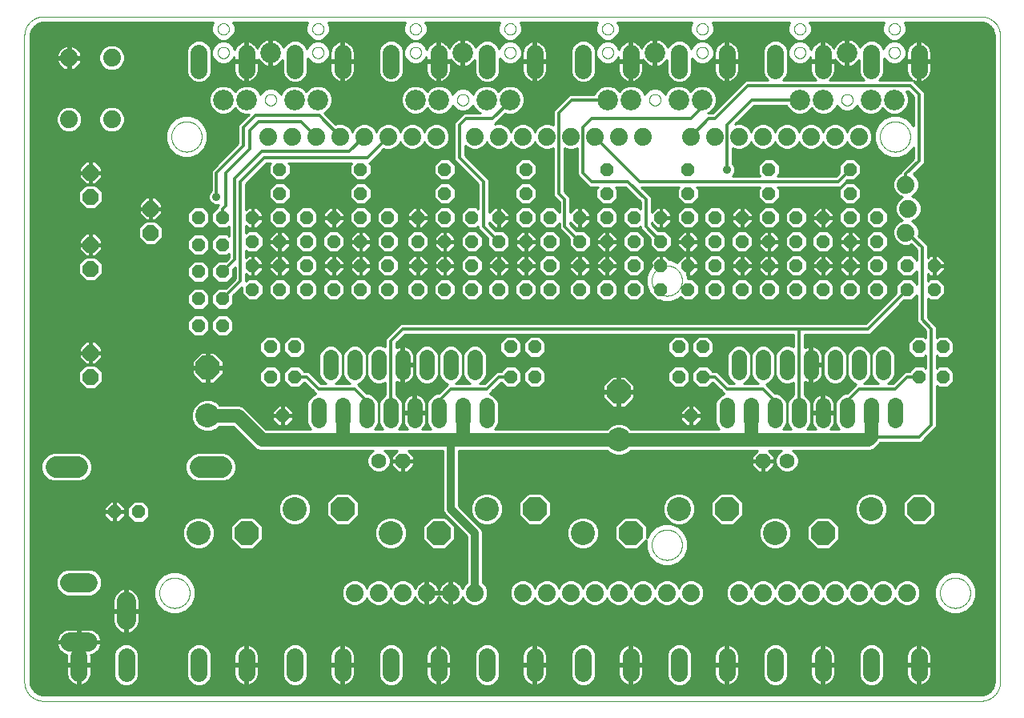
<source format=gtl>
G75*
%MOIN*%
%OFA0B0*%
%FSLAX25Y25*%
%IPPOS*%
%LPD*%
%AMOC8*
5,1,8,0,0,1.08239X$1,22.5*
%
%ADD10C,0.00000*%
%ADD11C,0.07400*%
%ADD12C,0.06400*%
%ADD13C,0.07100*%
%ADD14C,0.08600*%
%ADD15C,0.07874*%
%ADD16C,0.10000*%
%ADD17OC8,0.10000*%
%ADD18OC8,0.05600*%
%ADD19OC8,0.06300*%
%ADD20C,0.06300*%
%ADD21OC8,0.06600*%
%ADD22C,0.08850*%
%ADD23C,0.05600*%
%ADD24C,0.03200*%
%ADD25C,0.01200*%
%ADD26C,0.01000*%
%ADD27C,0.02400*%
%ADD28R,0.03562X0.03562*%
%ADD29C,0.03562*%
D10*
X0018750Y0017874D02*
X0018750Y0287087D01*
X0018752Y0287277D01*
X0018759Y0287467D01*
X0018771Y0287657D01*
X0018787Y0287847D01*
X0018807Y0288036D01*
X0018833Y0288225D01*
X0018862Y0288413D01*
X0018897Y0288600D01*
X0018936Y0288786D01*
X0018979Y0288971D01*
X0019027Y0289156D01*
X0019079Y0289339D01*
X0019135Y0289520D01*
X0019196Y0289700D01*
X0019262Y0289879D01*
X0019331Y0290056D01*
X0019405Y0290232D01*
X0019483Y0290405D01*
X0019566Y0290577D01*
X0019652Y0290746D01*
X0019742Y0290914D01*
X0019837Y0291079D01*
X0019935Y0291242D01*
X0020038Y0291402D01*
X0020144Y0291560D01*
X0020254Y0291715D01*
X0020367Y0291868D01*
X0020485Y0292018D01*
X0020606Y0292164D01*
X0020730Y0292308D01*
X0020858Y0292449D01*
X0020989Y0292587D01*
X0021124Y0292722D01*
X0021262Y0292853D01*
X0021403Y0292981D01*
X0021547Y0293105D01*
X0021693Y0293226D01*
X0021843Y0293344D01*
X0021996Y0293457D01*
X0022151Y0293567D01*
X0022309Y0293673D01*
X0022469Y0293776D01*
X0022632Y0293874D01*
X0022797Y0293969D01*
X0022965Y0294059D01*
X0023134Y0294145D01*
X0023306Y0294228D01*
X0023479Y0294306D01*
X0023655Y0294380D01*
X0023832Y0294449D01*
X0024011Y0294515D01*
X0024191Y0294576D01*
X0024372Y0294632D01*
X0024555Y0294684D01*
X0024740Y0294732D01*
X0024925Y0294775D01*
X0025111Y0294814D01*
X0025298Y0294849D01*
X0025486Y0294878D01*
X0025675Y0294904D01*
X0025864Y0294924D01*
X0026054Y0294940D01*
X0026244Y0294952D01*
X0026434Y0294959D01*
X0026624Y0294961D01*
X0417077Y0294961D01*
X0417267Y0294959D01*
X0417457Y0294952D01*
X0417647Y0294940D01*
X0417837Y0294924D01*
X0418026Y0294904D01*
X0418215Y0294878D01*
X0418403Y0294849D01*
X0418590Y0294814D01*
X0418776Y0294775D01*
X0418961Y0294732D01*
X0419146Y0294684D01*
X0419329Y0294632D01*
X0419510Y0294576D01*
X0419690Y0294515D01*
X0419869Y0294449D01*
X0420046Y0294380D01*
X0420222Y0294306D01*
X0420395Y0294228D01*
X0420567Y0294145D01*
X0420736Y0294059D01*
X0420904Y0293969D01*
X0421069Y0293874D01*
X0421232Y0293776D01*
X0421392Y0293673D01*
X0421550Y0293567D01*
X0421705Y0293457D01*
X0421858Y0293344D01*
X0422008Y0293226D01*
X0422154Y0293105D01*
X0422298Y0292981D01*
X0422439Y0292853D01*
X0422577Y0292722D01*
X0422712Y0292587D01*
X0422843Y0292449D01*
X0422971Y0292308D01*
X0423095Y0292164D01*
X0423216Y0292018D01*
X0423334Y0291868D01*
X0423447Y0291715D01*
X0423557Y0291560D01*
X0423663Y0291402D01*
X0423766Y0291242D01*
X0423864Y0291079D01*
X0423959Y0290914D01*
X0424049Y0290746D01*
X0424135Y0290577D01*
X0424218Y0290405D01*
X0424296Y0290232D01*
X0424370Y0290056D01*
X0424439Y0289879D01*
X0424505Y0289700D01*
X0424566Y0289520D01*
X0424622Y0289339D01*
X0424674Y0289156D01*
X0424722Y0288971D01*
X0424765Y0288786D01*
X0424804Y0288600D01*
X0424839Y0288413D01*
X0424868Y0288225D01*
X0424894Y0288036D01*
X0424914Y0287847D01*
X0424930Y0287657D01*
X0424942Y0287467D01*
X0424949Y0287277D01*
X0424951Y0287087D01*
X0424951Y0017874D01*
X0424949Y0017684D01*
X0424942Y0017494D01*
X0424930Y0017304D01*
X0424914Y0017114D01*
X0424894Y0016925D01*
X0424868Y0016736D01*
X0424839Y0016548D01*
X0424804Y0016361D01*
X0424765Y0016175D01*
X0424722Y0015990D01*
X0424674Y0015805D01*
X0424622Y0015622D01*
X0424566Y0015441D01*
X0424505Y0015261D01*
X0424439Y0015082D01*
X0424370Y0014905D01*
X0424296Y0014729D01*
X0424218Y0014556D01*
X0424135Y0014384D01*
X0424049Y0014215D01*
X0423959Y0014047D01*
X0423864Y0013882D01*
X0423766Y0013719D01*
X0423663Y0013559D01*
X0423557Y0013401D01*
X0423447Y0013246D01*
X0423334Y0013093D01*
X0423216Y0012943D01*
X0423095Y0012797D01*
X0422971Y0012653D01*
X0422843Y0012512D01*
X0422712Y0012374D01*
X0422577Y0012239D01*
X0422439Y0012108D01*
X0422298Y0011980D01*
X0422154Y0011856D01*
X0422008Y0011735D01*
X0421858Y0011617D01*
X0421705Y0011504D01*
X0421550Y0011394D01*
X0421392Y0011288D01*
X0421232Y0011185D01*
X0421069Y0011087D01*
X0420904Y0010992D01*
X0420736Y0010902D01*
X0420567Y0010816D01*
X0420395Y0010733D01*
X0420222Y0010655D01*
X0420046Y0010581D01*
X0419869Y0010512D01*
X0419690Y0010446D01*
X0419510Y0010385D01*
X0419329Y0010329D01*
X0419146Y0010277D01*
X0418961Y0010229D01*
X0418776Y0010186D01*
X0418590Y0010147D01*
X0418403Y0010112D01*
X0418215Y0010083D01*
X0418026Y0010057D01*
X0417837Y0010037D01*
X0417647Y0010021D01*
X0417457Y0010009D01*
X0417267Y0010002D01*
X0417077Y0010000D01*
X0026624Y0010000D01*
X0026434Y0010002D01*
X0026244Y0010009D01*
X0026054Y0010021D01*
X0025864Y0010037D01*
X0025675Y0010057D01*
X0025486Y0010083D01*
X0025298Y0010112D01*
X0025111Y0010147D01*
X0024925Y0010186D01*
X0024740Y0010229D01*
X0024555Y0010277D01*
X0024372Y0010329D01*
X0024191Y0010385D01*
X0024011Y0010446D01*
X0023832Y0010512D01*
X0023655Y0010581D01*
X0023479Y0010655D01*
X0023306Y0010733D01*
X0023134Y0010816D01*
X0022965Y0010902D01*
X0022797Y0010992D01*
X0022632Y0011087D01*
X0022469Y0011185D01*
X0022309Y0011288D01*
X0022151Y0011394D01*
X0021996Y0011504D01*
X0021843Y0011617D01*
X0021693Y0011735D01*
X0021547Y0011856D01*
X0021403Y0011980D01*
X0021262Y0012108D01*
X0021124Y0012239D01*
X0020989Y0012374D01*
X0020858Y0012512D01*
X0020730Y0012653D01*
X0020606Y0012797D01*
X0020485Y0012943D01*
X0020367Y0013093D01*
X0020254Y0013246D01*
X0020144Y0013401D01*
X0020038Y0013559D01*
X0019935Y0013719D01*
X0019837Y0013882D01*
X0019742Y0014047D01*
X0019652Y0014215D01*
X0019566Y0014384D01*
X0019483Y0014556D01*
X0019405Y0014729D01*
X0019331Y0014905D01*
X0019262Y0015082D01*
X0019196Y0015261D01*
X0019135Y0015441D01*
X0019079Y0015622D01*
X0019027Y0015805D01*
X0018979Y0015990D01*
X0018936Y0016175D01*
X0018897Y0016361D01*
X0018862Y0016548D01*
X0018833Y0016736D01*
X0018807Y0016925D01*
X0018787Y0017114D01*
X0018771Y0017304D01*
X0018759Y0017494D01*
X0018752Y0017684D01*
X0018750Y0017874D01*
X0074951Y0055000D02*
X0074953Y0055158D01*
X0074959Y0055316D01*
X0074969Y0055474D01*
X0074983Y0055632D01*
X0075001Y0055789D01*
X0075022Y0055946D01*
X0075048Y0056102D01*
X0075078Y0056258D01*
X0075111Y0056413D01*
X0075149Y0056566D01*
X0075190Y0056719D01*
X0075235Y0056871D01*
X0075284Y0057022D01*
X0075337Y0057171D01*
X0075393Y0057319D01*
X0075453Y0057465D01*
X0075517Y0057610D01*
X0075585Y0057753D01*
X0075656Y0057895D01*
X0075730Y0058035D01*
X0075808Y0058172D01*
X0075890Y0058308D01*
X0075974Y0058442D01*
X0076063Y0058573D01*
X0076154Y0058702D01*
X0076249Y0058829D01*
X0076346Y0058954D01*
X0076447Y0059076D01*
X0076551Y0059195D01*
X0076658Y0059312D01*
X0076768Y0059426D01*
X0076881Y0059537D01*
X0076996Y0059646D01*
X0077114Y0059751D01*
X0077235Y0059853D01*
X0077358Y0059953D01*
X0077484Y0060049D01*
X0077612Y0060142D01*
X0077742Y0060232D01*
X0077875Y0060318D01*
X0078010Y0060402D01*
X0078146Y0060481D01*
X0078285Y0060558D01*
X0078426Y0060630D01*
X0078568Y0060700D01*
X0078712Y0060765D01*
X0078858Y0060827D01*
X0079005Y0060885D01*
X0079154Y0060940D01*
X0079304Y0060991D01*
X0079455Y0061038D01*
X0079607Y0061081D01*
X0079760Y0061120D01*
X0079915Y0061156D01*
X0080070Y0061187D01*
X0080226Y0061215D01*
X0080382Y0061239D01*
X0080539Y0061259D01*
X0080697Y0061275D01*
X0080854Y0061287D01*
X0081013Y0061295D01*
X0081171Y0061299D01*
X0081329Y0061299D01*
X0081487Y0061295D01*
X0081646Y0061287D01*
X0081803Y0061275D01*
X0081961Y0061259D01*
X0082118Y0061239D01*
X0082274Y0061215D01*
X0082430Y0061187D01*
X0082585Y0061156D01*
X0082740Y0061120D01*
X0082893Y0061081D01*
X0083045Y0061038D01*
X0083196Y0060991D01*
X0083346Y0060940D01*
X0083495Y0060885D01*
X0083642Y0060827D01*
X0083788Y0060765D01*
X0083932Y0060700D01*
X0084074Y0060630D01*
X0084215Y0060558D01*
X0084354Y0060481D01*
X0084490Y0060402D01*
X0084625Y0060318D01*
X0084758Y0060232D01*
X0084888Y0060142D01*
X0085016Y0060049D01*
X0085142Y0059953D01*
X0085265Y0059853D01*
X0085386Y0059751D01*
X0085504Y0059646D01*
X0085619Y0059537D01*
X0085732Y0059426D01*
X0085842Y0059312D01*
X0085949Y0059195D01*
X0086053Y0059076D01*
X0086154Y0058954D01*
X0086251Y0058829D01*
X0086346Y0058702D01*
X0086437Y0058573D01*
X0086526Y0058442D01*
X0086610Y0058308D01*
X0086692Y0058172D01*
X0086770Y0058035D01*
X0086844Y0057895D01*
X0086915Y0057753D01*
X0086983Y0057610D01*
X0087047Y0057465D01*
X0087107Y0057319D01*
X0087163Y0057171D01*
X0087216Y0057022D01*
X0087265Y0056871D01*
X0087310Y0056719D01*
X0087351Y0056566D01*
X0087389Y0056413D01*
X0087422Y0056258D01*
X0087452Y0056102D01*
X0087478Y0055946D01*
X0087499Y0055789D01*
X0087517Y0055632D01*
X0087531Y0055474D01*
X0087541Y0055316D01*
X0087547Y0055158D01*
X0087549Y0055000D01*
X0087547Y0054842D01*
X0087541Y0054684D01*
X0087531Y0054526D01*
X0087517Y0054368D01*
X0087499Y0054211D01*
X0087478Y0054054D01*
X0087452Y0053898D01*
X0087422Y0053742D01*
X0087389Y0053587D01*
X0087351Y0053434D01*
X0087310Y0053281D01*
X0087265Y0053129D01*
X0087216Y0052978D01*
X0087163Y0052829D01*
X0087107Y0052681D01*
X0087047Y0052535D01*
X0086983Y0052390D01*
X0086915Y0052247D01*
X0086844Y0052105D01*
X0086770Y0051965D01*
X0086692Y0051828D01*
X0086610Y0051692D01*
X0086526Y0051558D01*
X0086437Y0051427D01*
X0086346Y0051298D01*
X0086251Y0051171D01*
X0086154Y0051046D01*
X0086053Y0050924D01*
X0085949Y0050805D01*
X0085842Y0050688D01*
X0085732Y0050574D01*
X0085619Y0050463D01*
X0085504Y0050354D01*
X0085386Y0050249D01*
X0085265Y0050147D01*
X0085142Y0050047D01*
X0085016Y0049951D01*
X0084888Y0049858D01*
X0084758Y0049768D01*
X0084625Y0049682D01*
X0084490Y0049598D01*
X0084354Y0049519D01*
X0084215Y0049442D01*
X0084074Y0049370D01*
X0083932Y0049300D01*
X0083788Y0049235D01*
X0083642Y0049173D01*
X0083495Y0049115D01*
X0083346Y0049060D01*
X0083196Y0049009D01*
X0083045Y0048962D01*
X0082893Y0048919D01*
X0082740Y0048880D01*
X0082585Y0048844D01*
X0082430Y0048813D01*
X0082274Y0048785D01*
X0082118Y0048761D01*
X0081961Y0048741D01*
X0081803Y0048725D01*
X0081646Y0048713D01*
X0081487Y0048705D01*
X0081329Y0048701D01*
X0081171Y0048701D01*
X0081013Y0048705D01*
X0080854Y0048713D01*
X0080697Y0048725D01*
X0080539Y0048741D01*
X0080382Y0048761D01*
X0080226Y0048785D01*
X0080070Y0048813D01*
X0079915Y0048844D01*
X0079760Y0048880D01*
X0079607Y0048919D01*
X0079455Y0048962D01*
X0079304Y0049009D01*
X0079154Y0049060D01*
X0079005Y0049115D01*
X0078858Y0049173D01*
X0078712Y0049235D01*
X0078568Y0049300D01*
X0078426Y0049370D01*
X0078285Y0049442D01*
X0078146Y0049519D01*
X0078010Y0049598D01*
X0077875Y0049682D01*
X0077742Y0049768D01*
X0077612Y0049858D01*
X0077484Y0049951D01*
X0077358Y0050047D01*
X0077235Y0050147D01*
X0077114Y0050249D01*
X0076996Y0050354D01*
X0076881Y0050463D01*
X0076768Y0050574D01*
X0076658Y0050688D01*
X0076551Y0050805D01*
X0076447Y0050924D01*
X0076346Y0051046D01*
X0076249Y0051171D01*
X0076154Y0051298D01*
X0076063Y0051427D01*
X0075974Y0051558D01*
X0075890Y0051692D01*
X0075808Y0051828D01*
X0075730Y0051965D01*
X0075656Y0052105D01*
X0075585Y0052247D01*
X0075517Y0052390D01*
X0075453Y0052535D01*
X0075393Y0052681D01*
X0075337Y0052829D01*
X0075284Y0052978D01*
X0075235Y0053129D01*
X0075190Y0053281D01*
X0075149Y0053434D01*
X0075111Y0053587D01*
X0075078Y0053742D01*
X0075048Y0053898D01*
X0075022Y0054054D01*
X0075001Y0054211D01*
X0074983Y0054368D01*
X0074969Y0054526D01*
X0074959Y0054684D01*
X0074953Y0054842D01*
X0074951Y0055000D01*
X0279951Y0075000D02*
X0279953Y0075158D01*
X0279959Y0075316D01*
X0279969Y0075474D01*
X0279983Y0075632D01*
X0280001Y0075789D01*
X0280022Y0075946D01*
X0280048Y0076102D01*
X0280078Y0076258D01*
X0280111Y0076413D01*
X0280149Y0076566D01*
X0280190Y0076719D01*
X0280235Y0076871D01*
X0280284Y0077022D01*
X0280337Y0077171D01*
X0280393Y0077319D01*
X0280453Y0077465D01*
X0280517Y0077610D01*
X0280585Y0077753D01*
X0280656Y0077895D01*
X0280730Y0078035D01*
X0280808Y0078172D01*
X0280890Y0078308D01*
X0280974Y0078442D01*
X0281063Y0078573D01*
X0281154Y0078702D01*
X0281249Y0078829D01*
X0281346Y0078954D01*
X0281447Y0079076D01*
X0281551Y0079195D01*
X0281658Y0079312D01*
X0281768Y0079426D01*
X0281881Y0079537D01*
X0281996Y0079646D01*
X0282114Y0079751D01*
X0282235Y0079853D01*
X0282358Y0079953D01*
X0282484Y0080049D01*
X0282612Y0080142D01*
X0282742Y0080232D01*
X0282875Y0080318D01*
X0283010Y0080402D01*
X0283146Y0080481D01*
X0283285Y0080558D01*
X0283426Y0080630D01*
X0283568Y0080700D01*
X0283712Y0080765D01*
X0283858Y0080827D01*
X0284005Y0080885D01*
X0284154Y0080940D01*
X0284304Y0080991D01*
X0284455Y0081038D01*
X0284607Y0081081D01*
X0284760Y0081120D01*
X0284915Y0081156D01*
X0285070Y0081187D01*
X0285226Y0081215D01*
X0285382Y0081239D01*
X0285539Y0081259D01*
X0285697Y0081275D01*
X0285854Y0081287D01*
X0286013Y0081295D01*
X0286171Y0081299D01*
X0286329Y0081299D01*
X0286487Y0081295D01*
X0286646Y0081287D01*
X0286803Y0081275D01*
X0286961Y0081259D01*
X0287118Y0081239D01*
X0287274Y0081215D01*
X0287430Y0081187D01*
X0287585Y0081156D01*
X0287740Y0081120D01*
X0287893Y0081081D01*
X0288045Y0081038D01*
X0288196Y0080991D01*
X0288346Y0080940D01*
X0288495Y0080885D01*
X0288642Y0080827D01*
X0288788Y0080765D01*
X0288932Y0080700D01*
X0289074Y0080630D01*
X0289215Y0080558D01*
X0289354Y0080481D01*
X0289490Y0080402D01*
X0289625Y0080318D01*
X0289758Y0080232D01*
X0289888Y0080142D01*
X0290016Y0080049D01*
X0290142Y0079953D01*
X0290265Y0079853D01*
X0290386Y0079751D01*
X0290504Y0079646D01*
X0290619Y0079537D01*
X0290732Y0079426D01*
X0290842Y0079312D01*
X0290949Y0079195D01*
X0291053Y0079076D01*
X0291154Y0078954D01*
X0291251Y0078829D01*
X0291346Y0078702D01*
X0291437Y0078573D01*
X0291526Y0078442D01*
X0291610Y0078308D01*
X0291692Y0078172D01*
X0291770Y0078035D01*
X0291844Y0077895D01*
X0291915Y0077753D01*
X0291983Y0077610D01*
X0292047Y0077465D01*
X0292107Y0077319D01*
X0292163Y0077171D01*
X0292216Y0077022D01*
X0292265Y0076871D01*
X0292310Y0076719D01*
X0292351Y0076566D01*
X0292389Y0076413D01*
X0292422Y0076258D01*
X0292452Y0076102D01*
X0292478Y0075946D01*
X0292499Y0075789D01*
X0292517Y0075632D01*
X0292531Y0075474D01*
X0292541Y0075316D01*
X0292547Y0075158D01*
X0292549Y0075000D01*
X0292547Y0074842D01*
X0292541Y0074684D01*
X0292531Y0074526D01*
X0292517Y0074368D01*
X0292499Y0074211D01*
X0292478Y0074054D01*
X0292452Y0073898D01*
X0292422Y0073742D01*
X0292389Y0073587D01*
X0292351Y0073434D01*
X0292310Y0073281D01*
X0292265Y0073129D01*
X0292216Y0072978D01*
X0292163Y0072829D01*
X0292107Y0072681D01*
X0292047Y0072535D01*
X0291983Y0072390D01*
X0291915Y0072247D01*
X0291844Y0072105D01*
X0291770Y0071965D01*
X0291692Y0071828D01*
X0291610Y0071692D01*
X0291526Y0071558D01*
X0291437Y0071427D01*
X0291346Y0071298D01*
X0291251Y0071171D01*
X0291154Y0071046D01*
X0291053Y0070924D01*
X0290949Y0070805D01*
X0290842Y0070688D01*
X0290732Y0070574D01*
X0290619Y0070463D01*
X0290504Y0070354D01*
X0290386Y0070249D01*
X0290265Y0070147D01*
X0290142Y0070047D01*
X0290016Y0069951D01*
X0289888Y0069858D01*
X0289758Y0069768D01*
X0289625Y0069682D01*
X0289490Y0069598D01*
X0289354Y0069519D01*
X0289215Y0069442D01*
X0289074Y0069370D01*
X0288932Y0069300D01*
X0288788Y0069235D01*
X0288642Y0069173D01*
X0288495Y0069115D01*
X0288346Y0069060D01*
X0288196Y0069009D01*
X0288045Y0068962D01*
X0287893Y0068919D01*
X0287740Y0068880D01*
X0287585Y0068844D01*
X0287430Y0068813D01*
X0287274Y0068785D01*
X0287118Y0068761D01*
X0286961Y0068741D01*
X0286803Y0068725D01*
X0286646Y0068713D01*
X0286487Y0068705D01*
X0286329Y0068701D01*
X0286171Y0068701D01*
X0286013Y0068705D01*
X0285854Y0068713D01*
X0285697Y0068725D01*
X0285539Y0068741D01*
X0285382Y0068761D01*
X0285226Y0068785D01*
X0285070Y0068813D01*
X0284915Y0068844D01*
X0284760Y0068880D01*
X0284607Y0068919D01*
X0284455Y0068962D01*
X0284304Y0069009D01*
X0284154Y0069060D01*
X0284005Y0069115D01*
X0283858Y0069173D01*
X0283712Y0069235D01*
X0283568Y0069300D01*
X0283426Y0069370D01*
X0283285Y0069442D01*
X0283146Y0069519D01*
X0283010Y0069598D01*
X0282875Y0069682D01*
X0282742Y0069768D01*
X0282612Y0069858D01*
X0282484Y0069951D01*
X0282358Y0070047D01*
X0282235Y0070147D01*
X0282114Y0070249D01*
X0281996Y0070354D01*
X0281881Y0070463D01*
X0281768Y0070574D01*
X0281658Y0070688D01*
X0281551Y0070805D01*
X0281447Y0070924D01*
X0281346Y0071046D01*
X0281249Y0071171D01*
X0281154Y0071298D01*
X0281063Y0071427D01*
X0280974Y0071558D01*
X0280890Y0071692D01*
X0280808Y0071828D01*
X0280730Y0071965D01*
X0280656Y0072105D01*
X0280585Y0072247D01*
X0280517Y0072390D01*
X0280453Y0072535D01*
X0280393Y0072681D01*
X0280337Y0072829D01*
X0280284Y0072978D01*
X0280235Y0073129D01*
X0280190Y0073281D01*
X0280149Y0073434D01*
X0280111Y0073587D01*
X0280078Y0073742D01*
X0280048Y0073898D01*
X0280022Y0074054D01*
X0280001Y0074211D01*
X0279983Y0074368D01*
X0279969Y0074526D01*
X0279959Y0074684D01*
X0279953Y0074842D01*
X0279951Y0075000D01*
X0399951Y0055000D02*
X0399953Y0055158D01*
X0399959Y0055316D01*
X0399969Y0055474D01*
X0399983Y0055632D01*
X0400001Y0055789D01*
X0400022Y0055946D01*
X0400048Y0056102D01*
X0400078Y0056258D01*
X0400111Y0056413D01*
X0400149Y0056566D01*
X0400190Y0056719D01*
X0400235Y0056871D01*
X0400284Y0057022D01*
X0400337Y0057171D01*
X0400393Y0057319D01*
X0400453Y0057465D01*
X0400517Y0057610D01*
X0400585Y0057753D01*
X0400656Y0057895D01*
X0400730Y0058035D01*
X0400808Y0058172D01*
X0400890Y0058308D01*
X0400974Y0058442D01*
X0401063Y0058573D01*
X0401154Y0058702D01*
X0401249Y0058829D01*
X0401346Y0058954D01*
X0401447Y0059076D01*
X0401551Y0059195D01*
X0401658Y0059312D01*
X0401768Y0059426D01*
X0401881Y0059537D01*
X0401996Y0059646D01*
X0402114Y0059751D01*
X0402235Y0059853D01*
X0402358Y0059953D01*
X0402484Y0060049D01*
X0402612Y0060142D01*
X0402742Y0060232D01*
X0402875Y0060318D01*
X0403010Y0060402D01*
X0403146Y0060481D01*
X0403285Y0060558D01*
X0403426Y0060630D01*
X0403568Y0060700D01*
X0403712Y0060765D01*
X0403858Y0060827D01*
X0404005Y0060885D01*
X0404154Y0060940D01*
X0404304Y0060991D01*
X0404455Y0061038D01*
X0404607Y0061081D01*
X0404760Y0061120D01*
X0404915Y0061156D01*
X0405070Y0061187D01*
X0405226Y0061215D01*
X0405382Y0061239D01*
X0405539Y0061259D01*
X0405697Y0061275D01*
X0405854Y0061287D01*
X0406013Y0061295D01*
X0406171Y0061299D01*
X0406329Y0061299D01*
X0406487Y0061295D01*
X0406646Y0061287D01*
X0406803Y0061275D01*
X0406961Y0061259D01*
X0407118Y0061239D01*
X0407274Y0061215D01*
X0407430Y0061187D01*
X0407585Y0061156D01*
X0407740Y0061120D01*
X0407893Y0061081D01*
X0408045Y0061038D01*
X0408196Y0060991D01*
X0408346Y0060940D01*
X0408495Y0060885D01*
X0408642Y0060827D01*
X0408788Y0060765D01*
X0408932Y0060700D01*
X0409074Y0060630D01*
X0409215Y0060558D01*
X0409354Y0060481D01*
X0409490Y0060402D01*
X0409625Y0060318D01*
X0409758Y0060232D01*
X0409888Y0060142D01*
X0410016Y0060049D01*
X0410142Y0059953D01*
X0410265Y0059853D01*
X0410386Y0059751D01*
X0410504Y0059646D01*
X0410619Y0059537D01*
X0410732Y0059426D01*
X0410842Y0059312D01*
X0410949Y0059195D01*
X0411053Y0059076D01*
X0411154Y0058954D01*
X0411251Y0058829D01*
X0411346Y0058702D01*
X0411437Y0058573D01*
X0411526Y0058442D01*
X0411610Y0058308D01*
X0411692Y0058172D01*
X0411770Y0058035D01*
X0411844Y0057895D01*
X0411915Y0057753D01*
X0411983Y0057610D01*
X0412047Y0057465D01*
X0412107Y0057319D01*
X0412163Y0057171D01*
X0412216Y0057022D01*
X0412265Y0056871D01*
X0412310Y0056719D01*
X0412351Y0056566D01*
X0412389Y0056413D01*
X0412422Y0056258D01*
X0412452Y0056102D01*
X0412478Y0055946D01*
X0412499Y0055789D01*
X0412517Y0055632D01*
X0412531Y0055474D01*
X0412541Y0055316D01*
X0412547Y0055158D01*
X0412549Y0055000D01*
X0412547Y0054842D01*
X0412541Y0054684D01*
X0412531Y0054526D01*
X0412517Y0054368D01*
X0412499Y0054211D01*
X0412478Y0054054D01*
X0412452Y0053898D01*
X0412422Y0053742D01*
X0412389Y0053587D01*
X0412351Y0053434D01*
X0412310Y0053281D01*
X0412265Y0053129D01*
X0412216Y0052978D01*
X0412163Y0052829D01*
X0412107Y0052681D01*
X0412047Y0052535D01*
X0411983Y0052390D01*
X0411915Y0052247D01*
X0411844Y0052105D01*
X0411770Y0051965D01*
X0411692Y0051828D01*
X0411610Y0051692D01*
X0411526Y0051558D01*
X0411437Y0051427D01*
X0411346Y0051298D01*
X0411251Y0051171D01*
X0411154Y0051046D01*
X0411053Y0050924D01*
X0410949Y0050805D01*
X0410842Y0050688D01*
X0410732Y0050574D01*
X0410619Y0050463D01*
X0410504Y0050354D01*
X0410386Y0050249D01*
X0410265Y0050147D01*
X0410142Y0050047D01*
X0410016Y0049951D01*
X0409888Y0049858D01*
X0409758Y0049768D01*
X0409625Y0049682D01*
X0409490Y0049598D01*
X0409354Y0049519D01*
X0409215Y0049442D01*
X0409074Y0049370D01*
X0408932Y0049300D01*
X0408788Y0049235D01*
X0408642Y0049173D01*
X0408495Y0049115D01*
X0408346Y0049060D01*
X0408196Y0049009D01*
X0408045Y0048962D01*
X0407893Y0048919D01*
X0407740Y0048880D01*
X0407585Y0048844D01*
X0407430Y0048813D01*
X0407274Y0048785D01*
X0407118Y0048761D01*
X0406961Y0048741D01*
X0406803Y0048725D01*
X0406646Y0048713D01*
X0406487Y0048705D01*
X0406329Y0048701D01*
X0406171Y0048701D01*
X0406013Y0048705D01*
X0405854Y0048713D01*
X0405697Y0048725D01*
X0405539Y0048741D01*
X0405382Y0048761D01*
X0405226Y0048785D01*
X0405070Y0048813D01*
X0404915Y0048844D01*
X0404760Y0048880D01*
X0404607Y0048919D01*
X0404455Y0048962D01*
X0404304Y0049009D01*
X0404154Y0049060D01*
X0404005Y0049115D01*
X0403858Y0049173D01*
X0403712Y0049235D01*
X0403568Y0049300D01*
X0403426Y0049370D01*
X0403285Y0049442D01*
X0403146Y0049519D01*
X0403010Y0049598D01*
X0402875Y0049682D01*
X0402742Y0049768D01*
X0402612Y0049858D01*
X0402484Y0049951D01*
X0402358Y0050047D01*
X0402235Y0050147D01*
X0402114Y0050249D01*
X0401996Y0050354D01*
X0401881Y0050463D01*
X0401768Y0050574D01*
X0401658Y0050688D01*
X0401551Y0050805D01*
X0401447Y0050924D01*
X0401346Y0051046D01*
X0401249Y0051171D01*
X0401154Y0051298D01*
X0401063Y0051427D01*
X0400974Y0051558D01*
X0400890Y0051692D01*
X0400808Y0051828D01*
X0400730Y0051965D01*
X0400656Y0052105D01*
X0400585Y0052247D01*
X0400517Y0052390D01*
X0400453Y0052535D01*
X0400393Y0052681D01*
X0400337Y0052829D01*
X0400284Y0052978D01*
X0400235Y0053129D01*
X0400190Y0053281D01*
X0400149Y0053434D01*
X0400111Y0053587D01*
X0400078Y0053742D01*
X0400048Y0053898D01*
X0400022Y0054054D01*
X0400001Y0054211D01*
X0399983Y0054368D01*
X0399969Y0054526D01*
X0399959Y0054684D01*
X0399953Y0054842D01*
X0399951Y0055000D01*
X0279951Y0185000D02*
X0279953Y0185158D01*
X0279959Y0185316D01*
X0279969Y0185474D01*
X0279983Y0185632D01*
X0280001Y0185789D01*
X0280022Y0185946D01*
X0280048Y0186102D01*
X0280078Y0186258D01*
X0280111Y0186413D01*
X0280149Y0186566D01*
X0280190Y0186719D01*
X0280235Y0186871D01*
X0280284Y0187022D01*
X0280337Y0187171D01*
X0280393Y0187319D01*
X0280453Y0187465D01*
X0280517Y0187610D01*
X0280585Y0187753D01*
X0280656Y0187895D01*
X0280730Y0188035D01*
X0280808Y0188172D01*
X0280890Y0188308D01*
X0280974Y0188442D01*
X0281063Y0188573D01*
X0281154Y0188702D01*
X0281249Y0188829D01*
X0281346Y0188954D01*
X0281447Y0189076D01*
X0281551Y0189195D01*
X0281658Y0189312D01*
X0281768Y0189426D01*
X0281881Y0189537D01*
X0281996Y0189646D01*
X0282114Y0189751D01*
X0282235Y0189853D01*
X0282358Y0189953D01*
X0282484Y0190049D01*
X0282612Y0190142D01*
X0282742Y0190232D01*
X0282875Y0190318D01*
X0283010Y0190402D01*
X0283146Y0190481D01*
X0283285Y0190558D01*
X0283426Y0190630D01*
X0283568Y0190700D01*
X0283712Y0190765D01*
X0283858Y0190827D01*
X0284005Y0190885D01*
X0284154Y0190940D01*
X0284304Y0190991D01*
X0284455Y0191038D01*
X0284607Y0191081D01*
X0284760Y0191120D01*
X0284915Y0191156D01*
X0285070Y0191187D01*
X0285226Y0191215D01*
X0285382Y0191239D01*
X0285539Y0191259D01*
X0285697Y0191275D01*
X0285854Y0191287D01*
X0286013Y0191295D01*
X0286171Y0191299D01*
X0286329Y0191299D01*
X0286487Y0191295D01*
X0286646Y0191287D01*
X0286803Y0191275D01*
X0286961Y0191259D01*
X0287118Y0191239D01*
X0287274Y0191215D01*
X0287430Y0191187D01*
X0287585Y0191156D01*
X0287740Y0191120D01*
X0287893Y0191081D01*
X0288045Y0191038D01*
X0288196Y0190991D01*
X0288346Y0190940D01*
X0288495Y0190885D01*
X0288642Y0190827D01*
X0288788Y0190765D01*
X0288932Y0190700D01*
X0289074Y0190630D01*
X0289215Y0190558D01*
X0289354Y0190481D01*
X0289490Y0190402D01*
X0289625Y0190318D01*
X0289758Y0190232D01*
X0289888Y0190142D01*
X0290016Y0190049D01*
X0290142Y0189953D01*
X0290265Y0189853D01*
X0290386Y0189751D01*
X0290504Y0189646D01*
X0290619Y0189537D01*
X0290732Y0189426D01*
X0290842Y0189312D01*
X0290949Y0189195D01*
X0291053Y0189076D01*
X0291154Y0188954D01*
X0291251Y0188829D01*
X0291346Y0188702D01*
X0291437Y0188573D01*
X0291526Y0188442D01*
X0291610Y0188308D01*
X0291692Y0188172D01*
X0291770Y0188035D01*
X0291844Y0187895D01*
X0291915Y0187753D01*
X0291983Y0187610D01*
X0292047Y0187465D01*
X0292107Y0187319D01*
X0292163Y0187171D01*
X0292216Y0187022D01*
X0292265Y0186871D01*
X0292310Y0186719D01*
X0292351Y0186566D01*
X0292389Y0186413D01*
X0292422Y0186258D01*
X0292452Y0186102D01*
X0292478Y0185946D01*
X0292499Y0185789D01*
X0292517Y0185632D01*
X0292531Y0185474D01*
X0292541Y0185316D01*
X0292547Y0185158D01*
X0292549Y0185000D01*
X0292547Y0184842D01*
X0292541Y0184684D01*
X0292531Y0184526D01*
X0292517Y0184368D01*
X0292499Y0184211D01*
X0292478Y0184054D01*
X0292452Y0183898D01*
X0292422Y0183742D01*
X0292389Y0183587D01*
X0292351Y0183434D01*
X0292310Y0183281D01*
X0292265Y0183129D01*
X0292216Y0182978D01*
X0292163Y0182829D01*
X0292107Y0182681D01*
X0292047Y0182535D01*
X0291983Y0182390D01*
X0291915Y0182247D01*
X0291844Y0182105D01*
X0291770Y0181965D01*
X0291692Y0181828D01*
X0291610Y0181692D01*
X0291526Y0181558D01*
X0291437Y0181427D01*
X0291346Y0181298D01*
X0291251Y0181171D01*
X0291154Y0181046D01*
X0291053Y0180924D01*
X0290949Y0180805D01*
X0290842Y0180688D01*
X0290732Y0180574D01*
X0290619Y0180463D01*
X0290504Y0180354D01*
X0290386Y0180249D01*
X0290265Y0180147D01*
X0290142Y0180047D01*
X0290016Y0179951D01*
X0289888Y0179858D01*
X0289758Y0179768D01*
X0289625Y0179682D01*
X0289490Y0179598D01*
X0289354Y0179519D01*
X0289215Y0179442D01*
X0289074Y0179370D01*
X0288932Y0179300D01*
X0288788Y0179235D01*
X0288642Y0179173D01*
X0288495Y0179115D01*
X0288346Y0179060D01*
X0288196Y0179009D01*
X0288045Y0178962D01*
X0287893Y0178919D01*
X0287740Y0178880D01*
X0287585Y0178844D01*
X0287430Y0178813D01*
X0287274Y0178785D01*
X0287118Y0178761D01*
X0286961Y0178741D01*
X0286803Y0178725D01*
X0286646Y0178713D01*
X0286487Y0178705D01*
X0286329Y0178701D01*
X0286171Y0178701D01*
X0286013Y0178705D01*
X0285854Y0178713D01*
X0285697Y0178725D01*
X0285539Y0178741D01*
X0285382Y0178761D01*
X0285226Y0178785D01*
X0285070Y0178813D01*
X0284915Y0178844D01*
X0284760Y0178880D01*
X0284607Y0178919D01*
X0284455Y0178962D01*
X0284304Y0179009D01*
X0284154Y0179060D01*
X0284005Y0179115D01*
X0283858Y0179173D01*
X0283712Y0179235D01*
X0283568Y0179300D01*
X0283426Y0179370D01*
X0283285Y0179442D01*
X0283146Y0179519D01*
X0283010Y0179598D01*
X0282875Y0179682D01*
X0282742Y0179768D01*
X0282612Y0179858D01*
X0282484Y0179951D01*
X0282358Y0180047D01*
X0282235Y0180147D01*
X0282114Y0180249D01*
X0281996Y0180354D01*
X0281881Y0180463D01*
X0281768Y0180574D01*
X0281658Y0180688D01*
X0281551Y0180805D01*
X0281447Y0180924D01*
X0281346Y0181046D01*
X0281249Y0181171D01*
X0281154Y0181298D01*
X0281063Y0181427D01*
X0280974Y0181558D01*
X0280890Y0181692D01*
X0280808Y0181828D01*
X0280730Y0181965D01*
X0280656Y0182105D01*
X0280585Y0182247D01*
X0280517Y0182390D01*
X0280453Y0182535D01*
X0280393Y0182681D01*
X0280337Y0182829D01*
X0280284Y0182978D01*
X0280235Y0183129D01*
X0280190Y0183281D01*
X0280149Y0183434D01*
X0280111Y0183587D01*
X0280078Y0183742D01*
X0280048Y0183898D01*
X0280022Y0184054D01*
X0280001Y0184211D01*
X0279983Y0184368D01*
X0279969Y0184526D01*
X0279959Y0184684D01*
X0279953Y0184842D01*
X0279951Y0185000D01*
X0278888Y0260315D02*
X0278890Y0260412D01*
X0278896Y0260509D01*
X0278906Y0260605D01*
X0278920Y0260701D01*
X0278938Y0260797D01*
X0278959Y0260891D01*
X0278985Y0260985D01*
X0279014Y0261077D01*
X0279048Y0261168D01*
X0279084Y0261258D01*
X0279125Y0261346D01*
X0279169Y0261432D01*
X0279217Y0261517D01*
X0279268Y0261599D01*
X0279322Y0261680D01*
X0279380Y0261758D01*
X0279441Y0261833D01*
X0279504Y0261906D01*
X0279571Y0261977D01*
X0279641Y0262044D01*
X0279713Y0262109D01*
X0279788Y0262170D01*
X0279866Y0262229D01*
X0279945Y0262284D01*
X0280027Y0262336D01*
X0280111Y0262384D01*
X0280197Y0262429D01*
X0280285Y0262471D01*
X0280374Y0262509D01*
X0280465Y0262543D01*
X0280557Y0262573D01*
X0280650Y0262600D01*
X0280745Y0262622D01*
X0280840Y0262641D01*
X0280936Y0262656D01*
X0281032Y0262667D01*
X0281129Y0262674D01*
X0281226Y0262677D01*
X0281323Y0262676D01*
X0281420Y0262671D01*
X0281516Y0262662D01*
X0281612Y0262649D01*
X0281708Y0262632D01*
X0281803Y0262611D01*
X0281896Y0262587D01*
X0281989Y0262558D01*
X0282081Y0262526D01*
X0282171Y0262490D01*
X0282259Y0262451D01*
X0282346Y0262407D01*
X0282431Y0262361D01*
X0282514Y0262310D01*
X0282595Y0262257D01*
X0282673Y0262200D01*
X0282750Y0262140D01*
X0282823Y0262077D01*
X0282894Y0262011D01*
X0282962Y0261942D01*
X0283028Y0261870D01*
X0283090Y0261796D01*
X0283149Y0261719D01*
X0283205Y0261640D01*
X0283258Y0261558D01*
X0283308Y0261475D01*
X0283353Y0261389D01*
X0283396Y0261302D01*
X0283435Y0261213D01*
X0283470Y0261123D01*
X0283501Y0261031D01*
X0283528Y0260938D01*
X0283552Y0260844D01*
X0283572Y0260749D01*
X0283588Y0260653D01*
X0283600Y0260557D01*
X0283608Y0260460D01*
X0283612Y0260363D01*
X0283612Y0260267D01*
X0283608Y0260170D01*
X0283600Y0260073D01*
X0283588Y0259977D01*
X0283572Y0259881D01*
X0283552Y0259786D01*
X0283528Y0259692D01*
X0283501Y0259599D01*
X0283470Y0259507D01*
X0283435Y0259417D01*
X0283396Y0259328D01*
X0283353Y0259241D01*
X0283308Y0259155D01*
X0283258Y0259072D01*
X0283205Y0258990D01*
X0283149Y0258911D01*
X0283090Y0258834D01*
X0283028Y0258760D01*
X0282962Y0258688D01*
X0282894Y0258619D01*
X0282823Y0258553D01*
X0282750Y0258490D01*
X0282673Y0258430D01*
X0282595Y0258373D01*
X0282514Y0258320D01*
X0282431Y0258269D01*
X0282346Y0258223D01*
X0282259Y0258179D01*
X0282171Y0258140D01*
X0282081Y0258104D01*
X0281989Y0258072D01*
X0281896Y0258043D01*
X0281803Y0258019D01*
X0281708Y0257998D01*
X0281612Y0257981D01*
X0281516Y0257968D01*
X0281420Y0257959D01*
X0281323Y0257954D01*
X0281226Y0257953D01*
X0281129Y0257956D01*
X0281032Y0257963D01*
X0280936Y0257974D01*
X0280840Y0257989D01*
X0280745Y0258008D01*
X0280650Y0258030D01*
X0280557Y0258057D01*
X0280465Y0258087D01*
X0280374Y0258121D01*
X0280285Y0258159D01*
X0280197Y0258201D01*
X0280111Y0258246D01*
X0280027Y0258294D01*
X0279945Y0258346D01*
X0279866Y0258401D01*
X0279788Y0258460D01*
X0279713Y0258521D01*
X0279641Y0258586D01*
X0279571Y0258653D01*
X0279504Y0258724D01*
X0279441Y0258797D01*
X0279380Y0258872D01*
X0279322Y0258950D01*
X0279268Y0259031D01*
X0279217Y0259113D01*
X0279169Y0259198D01*
X0279125Y0259284D01*
X0279084Y0259372D01*
X0279048Y0259462D01*
X0279014Y0259553D01*
X0278985Y0259645D01*
X0278959Y0259739D01*
X0278938Y0259833D01*
X0278920Y0259929D01*
X0278906Y0260025D01*
X0278896Y0260121D01*
X0278890Y0260218D01*
X0278888Y0260315D01*
X0259203Y0280000D02*
X0259205Y0280097D01*
X0259211Y0280194D01*
X0259221Y0280290D01*
X0259235Y0280386D01*
X0259253Y0280482D01*
X0259274Y0280576D01*
X0259300Y0280670D01*
X0259329Y0280762D01*
X0259363Y0280853D01*
X0259399Y0280943D01*
X0259440Y0281031D01*
X0259484Y0281117D01*
X0259532Y0281202D01*
X0259583Y0281284D01*
X0259637Y0281365D01*
X0259695Y0281443D01*
X0259756Y0281518D01*
X0259819Y0281591D01*
X0259886Y0281662D01*
X0259956Y0281729D01*
X0260028Y0281794D01*
X0260103Y0281855D01*
X0260181Y0281914D01*
X0260260Y0281969D01*
X0260342Y0282021D01*
X0260426Y0282069D01*
X0260512Y0282114D01*
X0260600Y0282156D01*
X0260689Y0282194D01*
X0260780Y0282228D01*
X0260872Y0282258D01*
X0260965Y0282285D01*
X0261060Y0282307D01*
X0261155Y0282326D01*
X0261251Y0282341D01*
X0261347Y0282352D01*
X0261444Y0282359D01*
X0261541Y0282362D01*
X0261638Y0282361D01*
X0261735Y0282356D01*
X0261831Y0282347D01*
X0261927Y0282334D01*
X0262023Y0282317D01*
X0262118Y0282296D01*
X0262211Y0282272D01*
X0262304Y0282243D01*
X0262396Y0282211D01*
X0262486Y0282175D01*
X0262574Y0282136D01*
X0262661Y0282092D01*
X0262746Y0282046D01*
X0262829Y0281995D01*
X0262910Y0281942D01*
X0262988Y0281885D01*
X0263065Y0281825D01*
X0263138Y0281762D01*
X0263209Y0281696D01*
X0263277Y0281627D01*
X0263343Y0281555D01*
X0263405Y0281481D01*
X0263464Y0281404D01*
X0263520Y0281325D01*
X0263573Y0281243D01*
X0263623Y0281160D01*
X0263668Y0281074D01*
X0263711Y0280987D01*
X0263750Y0280898D01*
X0263785Y0280808D01*
X0263816Y0280716D01*
X0263843Y0280623D01*
X0263867Y0280529D01*
X0263887Y0280434D01*
X0263903Y0280338D01*
X0263915Y0280242D01*
X0263923Y0280145D01*
X0263927Y0280048D01*
X0263927Y0279952D01*
X0263923Y0279855D01*
X0263915Y0279758D01*
X0263903Y0279662D01*
X0263887Y0279566D01*
X0263867Y0279471D01*
X0263843Y0279377D01*
X0263816Y0279284D01*
X0263785Y0279192D01*
X0263750Y0279102D01*
X0263711Y0279013D01*
X0263668Y0278926D01*
X0263623Y0278840D01*
X0263573Y0278757D01*
X0263520Y0278675D01*
X0263464Y0278596D01*
X0263405Y0278519D01*
X0263343Y0278445D01*
X0263277Y0278373D01*
X0263209Y0278304D01*
X0263138Y0278238D01*
X0263065Y0278175D01*
X0262988Y0278115D01*
X0262910Y0278058D01*
X0262829Y0278005D01*
X0262746Y0277954D01*
X0262661Y0277908D01*
X0262574Y0277864D01*
X0262486Y0277825D01*
X0262396Y0277789D01*
X0262304Y0277757D01*
X0262211Y0277728D01*
X0262118Y0277704D01*
X0262023Y0277683D01*
X0261927Y0277666D01*
X0261831Y0277653D01*
X0261735Y0277644D01*
X0261638Y0277639D01*
X0261541Y0277638D01*
X0261444Y0277641D01*
X0261347Y0277648D01*
X0261251Y0277659D01*
X0261155Y0277674D01*
X0261060Y0277693D01*
X0260965Y0277715D01*
X0260872Y0277742D01*
X0260780Y0277772D01*
X0260689Y0277806D01*
X0260600Y0277844D01*
X0260512Y0277886D01*
X0260426Y0277931D01*
X0260342Y0277979D01*
X0260260Y0278031D01*
X0260181Y0278086D01*
X0260103Y0278145D01*
X0260028Y0278206D01*
X0259956Y0278271D01*
X0259886Y0278338D01*
X0259819Y0278409D01*
X0259756Y0278482D01*
X0259695Y0278557D01*
X0259637Y0278635D01*
X0259583Y0278716D01*
X0259532Y0278798D01*
X0259484Y0278883D01*
X0259440Y0278969D01*
X0259399Y0279057D01*
X0259363Y0279147D01*
X0259329Y0279238D01*
X0259300Y0279330D01*
X0259274Y0279424D01*
X0259253Y0279518D01*
X0259235Y0279614D01*
X0259221Y0279710D01*
X0259211Y0279806D01*
X0259205Y0279903D01*
X0259203Y0280000D01*
X0259203Y0289843D02*
X0259205Y0289940D01*
X0259211Y0290037D01*
X0259221Y0290133D01*
X0259235Y0290229D01*
X0259253Y0290325D01*
X0259274Y0290419D01*
X0259300Y0290513D01*
X0259329Y0290605D01*
X0259363Y0290696D01*
X0259399Y0290786D01*
X0259440Y0290874D01*
X0259484Y0290960D01*
X0259532Y0291045D01*
X0259583Y0291127D01*
X0259637Y0291208D01*
X0259695Y0291286D01*
X0259756Y0291361D01*
X0259819Y0291434D01*
X0259886Y0291505D01*
X0259956Y0291572D01*
X0260028Y0291637D01*
X0260103Y0291698D01*
X0260181Y0291757D01*
X0260260Y0291812D01*
X0260342Y0291864D01*
X0260426Y0291912D01*
X0260512Y0291957D01*
X0260600Y0291999D01*
X0260689Y0292037D01*
X0260780Y0292071D01*
X0260872Y0292101D01*
X0260965Y0292128D01*
X0261060Y0292150D01*
X0261155Y0292169D01*
X0261251Y0292184D01*
X0261347Y0292195D01*
X0261444Y0292202D01*
X0261541Y0292205D01*
X0261638Y0292204D01*
X0261735Y0292199D01*
X0261831Y0292190D01*
X0261927Y0292177D01*
X0262023Y0292160D01*
X0262118Y0292139D01*
X0262211Y0292115D01*
X0262304Y0292086D01*
X0262396Y0292054D01*
X0262486Y0292018D01*
X0262574Y0291979D01*
X0262661Y0291935D01*
X0262746Y0291889D01*
X0262829Y0291838D01*
X0262910Y0291785D01*
X0262988Y0291728D01*
X0263065Y0291668D01*
X0263138Y0291605D01*
X0263209Y0291539D01*
X0263277Y0291470D01*
X0263343Y0291398D01*
X0263405Y0291324D01*
X0263464Y0291247D01*
X0263520Y0291168D01*
X0263573Y0291086D01*
X0263623Y0291003D01*
X0263668Y0290917D01*
X0263711Y0290830D01*
X0263750Y0290741D01*
X0263785Y0290651D01*
X0263816Y0290559D01*
X0263843Y0290466D01*
X0263867Y0290372D01*
X0263887Y0290277D01*
X0263903Y0290181D01*
X0263915Y0290085D01*
X0263923Y0289988D01*
X0263927Y0289891D01*
X0263927Y0289795D01*
X0263923Y0289698D01*
X0263915Y0289601D01*
X0263903Y0289505D01*
X0263887Y0289409D01*
X0263867Y0289314D01*
X0263843Y0289220D01*
X0263816Y0289127D01*
X0263785Y0289035D01*
X0263750Y0288945D01*
X0263711Y0288856D01*
X0263668Y0288769D01*
X0263623Y0288683D01*
X0263573Y0288600D01*
X0263520Y0288518D01*
X0263464Y0288439D01*
X0263405Y0288362D01*
X0263343Y0288288D01*
X0263277Y0288216D01*
X0263209Y0288147D01*
X0263138Y0288081D01*
X0263065Y0288018D01*
X0262988Y0287958D01*
X0262910Y0287901D01*
X0262829Y0287848D01*
X0262746Y0287797D01*
X0262661Y0287751D01*
X0262574Y0287707D01*
X0262486Y0287668D01*
X0262396Y0287632D01*
X0262304Y0287600D01*
X0262211Y0287571D01*
X0262118Y0287547D01*
X0262023Y0287526D01*
X0261927Y0287509D01*
X0261831Y0287496D01*
X0261735Y0287487D01*
X0261638Y0287482D01*
X0261541Y0287481D01*
X0261444Y0287484D01*
X0261347Y0287491D01*
X0261251Y0287502D01*
X0261155Y0287517D01*
X0261060Y0287536D01*
X0260965Y0287558D01*
X0260872Y0287585D01*
X0260780Y0287615D01*
X0260689Y0287649D01*
X0260600Y0287687D01*
X0260512Y0287729D01*
X0260426Y0287774D01*
X0260342Y0287822D01*
X0260260Y0287874D01*
X0260181Y0287929D01*
X0260103Y0287988D01*
X0260028Y0288049D01*
X0259956Y0288114D01*
X0259886Y0288181D01*
X0259819Y0288252D01*
X0259756Y0288325D01*
X0259695Y0288400D01*
X0259637Y0288478D01*
X0259583Y0288559D01*
X0259532Y0288641D01*
X0259484Y0288726D01*
X0259440Y0288812D01*
X0259399Y0288900D01*
X0259363Y0288990D01*
X0259329Y0289081D01*
X0259300Y0289173D01*
X0259274Y0289267D01*
X0259253Y0289361D01*
X0259235Y0289457D01*
X0259221Y0289553D01*
X0259211Y0289649D01*
X0259205Y0289746D01*
X0259203Y0289843D01*
X0218573Y0289843D02*
X0218575Y0289940D01*
X0218581Y0290037D01*
X0218591Y0290133D01*
X0218605Y0290229D01*
X0218623Y0290325D01*
X0218644Y0290419D01*
X0218670Y0290513D01*
X0218699Y0290605D01*
X0218733Y0290696D01*
X0218769Y0290786D01*
X0218810Y0290874D01*
X0218854Y0290960D01*
X0218902Y0291045D01*
X0218953Y0291127D01*
X0219007Y0291208D01*
X0219065Y0291286D01*
X0219126Y0291361D01*
X0219189Y0291434D01*
X0219256Y0291505D01*
X0219326Y0291572D01*
X0219398Y0291637D01*
X0219473Y0291698D01*
X0219551Y0291757D01*
X0219630Y0291812D01*
X0219712Y0291864D01*
X0219796Y0291912D01*
X0219882Y0291957D01*
X0219970Y0291999D01*
X0220059Y0292037D01*
X0220150Y0292071D01*
X0220242Y0292101D01*
X0220335Y0292128D01*
X0220430Y0292150D01*
X0220525Y0292169D01*
X0220621Y0292184D01*
X0220717Y0292195D01*
X0220814Y0292202D01*
X0220911Y0292205D01*
X0221008Y0292204D01*
X0221105Y0292199D01*
X0221201Y0292190D01*
X0221297Y0292177D01*
X0221393Y0292160D01*
X0221488Y0292139D01*
X0221581Y0292115D01*
X0221674Y0292086D01*
X0221766Y0292054D01*
X0221856Y0292018D01*
X0221944Y0291979D01*
X0222031Y0291935D01*
X0222116Y0291889D01*
X0222199Y0291838D01*
X0222280Y0291785D01*
X0222358Y0291728D01*
X0222435Y0291668D01*
X0222508Y0291605D01*
X0222579Y0291539D01*
X0222647Y0291470D01*
X0222713Y0291398D01*
X0222775Y0291324D01*
X0222834Y0291247D01*
X0222890Y0291168D01*
X0222943Y0291086D01*
X0222993Y0291003D01*
X0223038Y0290917D01*
X0223081Y0290830D01*
X0223120Y0290741D01*
X0223155Y0290651D01*
X0223186Y0290559D01*
X0223213Y0290466D01*
X0223237Y0290372D01*
X0223257Y0290277D01*
X0223273Y0290181D01*
X0223285Y0290085D01*
X0223293Y0289988D01*
X0223297Y0289891D01*
X0223297Y0289795D01*
X0223293Y0289698D01*
X0223285Y0289601D01*
X0223273Y0289505D01*
X0223257Y0289409D01*
X0223237Y0289314D01*
X0223213Y0289220D01*
X0223186Y0289127D01*
X0223155Y0289035D01*
X0223120Y0288945D01*
X0223081Y0288856D01*
X0223038Y0288769D01*
X0222993Y0288683D01*
X0222943Y0288600D01*
X0222890Y0288518D01*
X0222834Y0288439D01*
X0222775Y0288362D01*
X0222713Y0288288D01*
X0222647Y0288216D01*
X0222579Y0288147D01*
X0222508Y0288081D01*
X0222435Y0288018D01*
X0222358Y0287958D01*
X0222280Y0287901D01*
X0222199Y0287848D01*
X0222116Y0287797D01*
X0222031Y0287751D01*
X0221944Y0287707D01*
X0221856Y0287668D01*
X0221766Y0287632D01*
X0221674Y0287600D01*
X0221581Y0287571D01*
X0221488Y0287547D01*
X0221393Y0287526D01*
X0221297Y0287509D01*
X0221201Y0287496D01*
X0221105Y0287487D01*
X0221008Y0287482D01*
X0220911Y0287481D01*
X0220814Y0287484D01*
X0220717Y0287491D01*
X0220621Y0287502D01*
X0220525Y0287517D01*
X0220430Y0287536D01*
X0220335Y0287558D01*
X0220242Y0287585D01*
X0220150Y0287615D01*
X0220059Y0287649D01*
X0219970Y0287687D01*
X0219882Y0287729D01*
X0219796Y0287774D01*
X0219712Y0287822D01*
X0219630Y0287874D01*
X0219551Y0287929D01*
X0219473Y0287988D01*
X0219398Y0288049D01*
X0219326Y0288114D01*
X0219256Y0288181D01*
X0219189Y0288252D01*
X0219126Y0288325D01*
X0219065Y0288400D01*
X0219007Y0288478D01*
X0218953Y0288559D01*
X0218902Y0288641D01*
X0218854Y0288726D01*
X0218810Y0288812D01*
X0218769Y0288900D01*
X0218733Y0288990D01*
X0218699Y0289081D01*
X0218670Y0289173D01*
X0218644Y0289267D01*
X0218623Y0289361D01*
X0218605Y0289457D01*
X0218591Y0289553D01*
X0218581Y0289649D01*
X0218575Y0289746D01*
X0218573Y0289843D01*
X0218573Y0280000D02*
X0218575Y0280097D01*
X0218581Y0280194D01*
X0218591Y0280290D01*
X0218605Y0280386D01*
X0218623Y0280482D01*
X0218644Y0280576D01*
X0218670Y0280670D01*
X0218699Y0280762D01*
X0218733Y0280853D01*
X0218769Y0280943D01*
X0218810Y0281031D01*
X0218854Y0281117D01*
X0218902Y0281202D01*
X0218953Y0281284D01*
X0219007Y0281365D01*
X0219065Y0281443D01*
X0219126Y0281518D01*
X0219189Y0281591D01*
X0219256Y0281662D01*
X0219326Y0281729D01*
X0219398Y0281794D01*
X0219473Y0281855D01*
X0219551Y0281914D01*
X0219630Y0281969D01*
X0219712Y0282021D01*
X0219796Y0282069D01*
X0219882Y0282114D01*
X0219970Y0282156D01*
X0220059Y0282194D01*
X0220150Y0282228D01*
X0220242Y0282258D01*
X0220335Y0282285D01*
X0220430Y0282307D01*
X0220525Y0282326D01*
X0220621Y0282341D01*
X0220717Y0282352D01*
X0220814Y0282359D01*
X0220911Y0282362D01*
X0221008Y0282361D01*
X0221105Y0282356D01*
X0221201Y0282347D01*
X0221297Y0282334D01*
X0221393Y0282317D01*
X0221488Y0282296D01*
X0221581Y0282272D01*
X0221674Y0282243D01*
X0221766Y0282211D01*
X0221856Y0282175D01*
X0221944Y0282136D01*
X0222031Y0282092D01*
X0222116Y0282046D01*
X0222199Y0281995D01*
X0222280Y0281942D01*
X0222358Y0281885D01*
X0222435Y0281825D01*
X0222508Y0281762D01*
X0222579Y0281696D01*
X0222647Y0281627D01*
X0222713Y0281555D01*
X0222775Y0281481D01*
X0222834Y0281404D01*
X0222890Y0281325D01*
X0222943Y0281243D01*
X0222993Y0281160D01*
X0223038Y0281074D01*
X0223081Y0280987D01*
X0223120Y0280898D01*
X0223155Y0280808D01*
X0223186Y0280716D01*
X0223213Y0280623D01*
X0223237Y0280529D01*
X0223257Y0280434D01*
X0223273Y0280338D01*
X0223285Y0280242D01*
X0223293Y0280145D01*
X0223297Y0280048D01*
X0223297Y0279952D01*
X0223293Y0279855D01*
X0223285Y0279758D01*
X0223273Y0279662D01*
X0223257Y0279566D01*
X0223237Y0279471D01*
X0223213Y0279377D01*
X0223186Y0279284D01*
X0223155Y0279192D01*
X0223120Y0279102D01*
X0223081Y0279013D01*
X0223038Y0278926D01*
X0222993Y0278840D01*
X0222943Y0278757D01*
X0222890Y0278675D01*
X0222834Y0278596D01*
X0222775Y0278519D01*
X0222713Y0278445D01*
X0222647Y0278373D01*
X0222579Y0278304D01*
X0222508Y0278238D01*
X0222435Y0278175D01*
X0222358Y0278115D01*
X0222280Y0278058D01*
X0222199Y0278005D01*
X0222116Y0277954D01*
X0222031Y0277908D01*
X0221944Y0277864D01*
X0221856Y0277825D01*
X0221766Y0277789D01*
X0221674Y0277757D01*
X0221581Y0277728D01*
X0221488Y0277704D01*
X0221393Y0277683D01*
X0221297Y0277666D01*
X0221201Y0277653D01*
X0221105Y0277644D01*
X0221008Y0277639D01*
X0220911Y0277638D01*
X0220814Y0277641D01*
X0220717Y0277648D01*
X0220621Y0277659D01*
X0220525Y0277674D01*
X0220430Y0277693D01*
X0220335Y0277715D01*
X0220242Y0277742D01*
X0220150Y0277772D01*
X0220059Y0277806D01*
X0219970Y0277844D01*
X0219882Y0277886D01*
X0219796Y0277931D01*
X0219712Y0277979D01*
X0219630Y0278031D01*
X0219551Y0278086D01*
X0219473Y0278145D01*
X0219398Y0278206D01*
X0219326Y0278271D01*
X0219256Y0278338D01*
X0219189Y0278409D01*
X0219126Y0278482D01*
X0219065Y0278557D01*
X0219007Y0278635D01*
X0218953Y0278716D01*
X0218902Y0278798D01*
X0218854Y0278883D01*
X0218810Y0278969D01*
X0218769Y0279057D01*
X0218733Y0279147D01*
X0218699Y0279238D01*
X0218670Y0279330D01*
X0218644Y0279424D01*
X0218623Y0279518D01*
X0218605Y0279614D01*
X0218591Y0279710D01*
X0218581Y0279806D01*
X0218575Y0279903D01*
X0218573Y0280000D01*
X0198888Y0260315D02*
X0198890Y0260412D01*
X0198896Y0260509D01*
X0198906Y0260605D01*
X0198920Y0260701D01*
X0198938Y0260797D01*
X0198959Y0260891D01*
X0198985Y0260985D01*
X0199014Y0261077D01*
X0199048Y0261168D01*
X0199084Y0261258D01*
X0199125Y0261346D01*
X0199169Y0261432D01*
X0199217Y0261517D01*
X0199268Y0261599D01*
X0199322Y0261680D01*
X0199380Y0261758D01*
X0199441Y0261833D01*
X0199504Y0261906D01*
X0199571Y0261977D01*
X0199641Y0262044D01*
X0199713Y0262109D01*
X0199788Y0262170D01*
X0199866Y0262229D01*
X0199945Y0262284D01*
X0200027Y0262336D01*
X0200111Y0262384D01*
X0200197Y0262429D01*
X0200285Y0262471D01*
X0200374Y0262509D01*
X0200465Y0262543D01*
X0200557Y0262573D01*
X0200650Y0262600D01*
X0200745Y0262622D01*
X0200840Y0262641D01*
X0200936Y0262656D01*
X0201032Y0262667D01*
X0201129Y0262674D01*
X0201226Y0262677D01*
X0201323Y0262676D01*
X0201420Y0262671D01*
X0201516Y0262662D01*
X0201612Y0262649D01*
X0201708Y0262632D01*
X0201803Y0262611D01*
X0201896Y0262587D01*
X0201989Y0262558D01*
X0202081Y0262526D01*
X0202171Y0262490D01*
X0202259Y0262451D01*
X0202346Y0262407D01*
X0202431Y0262361D01*
X0202514Y0262310D01*
X0202595Y0262257D01*
X0202673Y0262200D01*
X0202750Y0262140D01*
X0202823Y0262077D01*
X0202894Y0262011D01*
X0202962Y0261942D01*
X0203028Y0261870D01*
X0203090Y0261796D01*
X0203149Y0261719D01*
X0203205Y0261640D01*
X0203258Y0261558D01*
X0203308Y0261475D01*
X0203353Y0261389D01*
X0203396Y0261302D01*
X0203435Y0261213D01*
X0203470Y0261123D01*
X0203501Y0261031D01*
X0203528Y0260938D01*
X0203552Y0260844D01*
X0203572Y0260749D01*
X0203588Y0260653D01*
X0203600Y0260557D01*
X0203608Y0260460D01*
X0203612Y0260363D01*
X0203612Y0260267D01*
X0203608Y0260170D01*
X0203600Y0260073D01*
X0203588Y0259977D01*
X0203572Y0259881D01*
X0203552Y0259786D01*
X0203528Y0259692D01*
X0203501Y0259599D01*
X0203470Y0259507D01*
X0203435Y0259417D01*
X0203396Y0259328D01*
X0203353Y0259241D01*
X0203308Y0259155D01*
X0203258Y0259072D01*
X0203205Y0258990D01*
X0203149Y0258911D01*
X0203090Y0258834D01*
X0203028Y0258760D01*
X0202962Y0258688D01*
X0202894Y0258619D01*
X0202823Y0258553D01*
X0202750Y0258490D01*
X0202673Y0258430D01*
X0202595Y0258373D01*
X0202514Y0258320D01*
X0202431Y0258269D01*
X0202346Y0258223D01*
X0202259Y0258179D01*
X0202171Y0258140D01*
X0202081Y0258104D01*
X0201989Y0258072D01*
X0201896Y0258043D01*
X0201803Y0258019D01*
X0201708Y0257998D01*
X0201612Y0257981D01*
X0201516Y0257968D01*
X0201420Y0257959D01*
X0201323Y0257954D01*
X0201226Y0257953D01*
X0201129Y0257956D01*
X0201032Y0257963D01*
X0200936Y0257974D01*
X0200840Y0257989D01*
X0200745Y0258008D01*
X0200650Y0258030D01*
X0200557Y0258057D01*
X0200465Y0258087D01*
X0200374Y0258121D01*
X0200285Y0258159D01*
X0200197Y0258201D01*
X0200111Y0258246D01*
X0200027Y0258294D01*
X0199945Y0258346D01*
X0199866Y0258401D01*
X0199788Y0258460D01*
X0199713Y0258521D01*
X0199641Y0258586D01*
X0199571Y0258653D01*
X0199504Y0258724D01*
X0199441Y0258797D01*
X0199380Y0258872D01*
X0199322Y0258950D01*
X0199268Y0259031D01*
X0199217Y0259113D01*
X0199169Y0259198D01*
X0199125Y0259284D01*
X0199084Y0259372D01*
X0199048Y0259462D01*
X0199014Y0259553D01*
X0198985Y0259645D01*
X0198959Y0259739D01*
X0198938Y0259833D01*
X0198920Y0259929D01*
X0198906Y0260025D01*
X0198896Y0260121D01*
X0198890Y0260218D01*
X0198888Y0260315D01*
X0179203Y0280000D02*
X0179205Y0280097D01*
X0179211Y0280194D01*
X0179221Y0280290D01*
X0179235Y0280386D01*
X0179253Y0280482D01*
X0179274Y0280576D01*
X0179300Y0280670D01*
X0179329Y0280762D01*
X0179363Y0280853D01*
X0179399Y0280943D01*
X0179440Y0281031D01*
X0179484Y0281117D01*
X0179532Y0281202D01*
X0179583Y0281284D01*
X0179637Y0281365D01*
X0179695Y0281443D01*
X0179756Y0281518D01*
X0179819Y0281591D01*
X0179886Y0281662D01*
X0179956Y0281729D01*
X0180028Y0281794D01*
X0180103Y0281855D01*
X0180181Y0281914D01*
X0180260Y0281969D01*
X0180342Y0282021D01*
X0180426Y0282069D01*
X0180512Y0282114D01*
X0180600Y0282156D01*
X0180689Y0282194D01*
X0180780Y0282228D01*
X0180872Y0282258D01*
X0180965Y0282285D01*
X0181060Y0282307D01*
X0181155Y0282326D01*
X0181251Y0282341D01*
X0181347Y0282352D01*
X0181444Y0282359D01*
X0181541Y0282362D01*
X0181638Y0282361D01*
X0181735Y0282356D01*
X0181831Y0282347D01*
X0181927Y0282334D01*
X0182023Y0282317D01*
X0182118Y0282296D01*
X0182211Y0282272D01*
X0182304Y0282243D01*
X0182396Y0282211D01*
X0182486Y0282175D01*
X0182574Y0282136D01*
X0182661Y0282092D01*
X0182746Y0282046D01*
X0182829Y0281995D01*
X0182910Y0281942D01*
X0182988Y0281885D01*
X0183065Y0281825D01*
X0183138Y0281762D01*
X0183209Y0281696D01*
X0183277Y0281627D01*
X0183343Y0281555D01*
X0183405Y0281481D01*
X0183464Y0281404D01*
X0183520Y0281325D01*
X0183573Y0281243D01*
X0183623Y0281160D01*
X0183668Y0281074D01*
X0183711Y0280987D01*
X0183750Y0280898D01*
X0183785Y0280808D01*
X0183816Y0280716D01*
X0183843Y0280623D01*
X0183867Y0280529D01*
X0183887Y0280434D01*
X0183903Y0280338D01*
X0183915Y0280242D01*
X0183923Y0280145D01*
X0183927Y0280048D01*
X0183927Y0279952D01*
X0183923Y0279855D01*
X0183915Y0279758D01*
X0183903Y0279662D01*
X0183887Y0279566D01*
X0183867Y0279471D01*
X0183843Y0279377D01*
X0183816Y0279284D01*
X0183785Y0279192D01*
X0183750Y0279102D01*
X0183711Y0279013D01*
X0183668Y0278926D01*
X0183623Y0278840D01*
X0183573Y0278757D01*
X0183520Y0278675D01*
X0183464Y0278596D01*
X0183405Y0278519D01*
X0183343Y0278445D01*
X0183277Y0278373D01*
X0183209Y0278304D01*
X0183138Y0278238D01*
X0183065Y0278175D01*
X0182988Y0278115D01*
X0182910Y0278058D01*
X0182829Y0278005D01*
X0182746Y0277954D01*
X0182661Y0277908D01*
X0182574Y0277864D01*
X0182486Y0277825D01*
X0182396Y0277789D01*
X0182304Y0277757D01*
X0182211Y0277728D01*
X0182118Y0277704D01*
X0182023Y0277683D01*
X0181927Y0277666D01*
X0181831Y0277653D01*
X0181735Y0277644D01*
X0181638Y0277639D01*
X0181541Y0277638D01*
X0181444Y0277641D01*
X0181347Y0277648D01*
X0181251Y0277659D01*
X0181155Y0277674D01*
X0181060Y0277693D01*
X0180965Y0277715D01*
X0180872Y0277742D01*
X0180780Y0277772D01*
X0180689Y0277806D01*
X0180600Y0277844D01*
X0180512Y0277886D01*
X0180426Y0277931D01*
X0180342Y0277979D01*
X0180260Y0278031D01*
X0180181Y0278086D01*
X0180103Y0278145D01*
X0180028Y0278206D01*
X0179956Y0278271D01*
X0179886Y0278338D01*
X0179819Y0278409D01*
X0179756Y0278482D01*
X0179695Y0278557D01*
X0179637Y0278635D01*
X0179583Y0278716D01*
X0179532Y0278798D01*
X0179484Y0278883D01*
X0179440Y0278969D01*
X0179399Y0279057D01*
X0179363Y0279147D01*
X0179329Y0279238D01*
X0179300Y0279330D01*
X0179274Y0279424D01*
X0179253Y0279518D01*
X0179235Y0279614D01*
X0179221Y0279710D01*
X0179211Y0279806D01*
X0179205Y0279903D01*
X0179203Y0280000D01*
X0179203Y0289843D02*
X0179205Y0289940D01*
X0179211Y0290037D01*
X0179221Y0290133D01*
X0179235Y0290229D01*
X0179253Y0290325D01*
X0179274Y0290419D01*
X0179300Y0290513D01*
X0179329Y0290605D01*
X0179363Y0290696D01*
X0179399Y0290786D01*
X0179440Y0290874D01*
X0179484Y0290960D01*
X0179532Y0291045D01*
X0179583Y0291127D01*
X0179637Y0291208D01*
X0179695Y0291286D01*
X0179756Y0291361D01*
X0179819Y0291434D01*
X0179886Y0291505D01*
X0179956Y0291572D01*
X0180028Y0291637D01*
X0180103Y0291698D01*
X0180181Y0291757D01*
X0180260Y0291812D01*
X0180342Y0291864D01*
X0180426Y0291912D01*
X0180512Y0291957D01*
X0180600Y0291999D01*
X0180689Y0292037D01*
X0180780Y0292071D01*
X0180872Y0292101D01*
X0180965Y0292128D01*
X0181060Y0292150D01*
X0181155Y0292169D01*
X0181251Y0292184D01*
X0181347Y0292195D01*
X0181444Y0292202D01*
X0181541Y0292205D01*
X0181638Y0292204D01*
X0181735Y0292199D01*
X0181831Y0292190D01*
X0181927Y0292177D01*
X0182023Y0292160D01*
X0182118Y0292139D01*
X0182211Y0292115D01*
X0182304Y0292086D01*
X0182396Y0292054D01*
X0182486Y0292018D01*
X0182574Y0291979D01*
X0182661Y0291935D01*
X0182746Y0291889D01*
X0182829Y0291838D01*
X0182910Y0291785D01*
X0182988Y0291728D01*
X0183065Y0291668D01*
X0183138Y0291605D01*
X0183209Y0291539D01*
X0183277Y0291470D01*
X0183343Y0291398D01*
X0183405Y0291324D01*
X0183464Y0291247D01*
X0183520Y0291168D01*
X0183573Y0291086D01*
X0183623Y0291003D01*
X0183668Y0290917D01*
X0183711Y0290830D01*
X0183750Y0290741D01*
X0183785Y0290651D01*
X0183816Y0290559D01*
X0183843Y0290466D01*
X0183867Y0290372D01*
X0183887Y0290277D01*
X0183903Y0290181D01*
X0183915Y0290085D01*
X0183923Y0289988D01*
X0183927Y0289891D01*
X0183927Y0289795D01*
X0183923Y0289698D01*
X0183915Y0289601D01*
X0183903Y0289505D01*
X0183887Y0289409D01*
X0183867Y0289314D01*
X0183843Y0289220D01*
X0183816Y0289127D01*
X0183785Y0289035D01*
X0183750Y0288945D01*
X0183711Y0288856D01*
X0183668Y0288769D01*
X0183623Y0288683D01*
X0183573Y0288600D01*
X0183520Y0288518D01*
X0183464Y0288439D01*
X0183405Y0288362D01*
X0183343Y0288288D01*
X0183277Y0288216D01*
X0183209Y0288147D01*
X0183138Y0288081D01*
X0183065Y0288018D01*
X0182988Y0287958D01*
X0182910Y0287901D01*
X0182829Y0287848D01*
X0182746Y0287797D01*
X0182661Y0287751D01*
X0182574Y0287707D01*
X0182486Y0287668D01*
X0182396Y0287632D01*
X0182304Y0287600D01*
X0182211Y0287571D01*
X0182118Y0287547D01*
X0182023Y0287526D01*
X0181927Y0287509D01*
X0181831Y0287496D01*
X0181735Y0287487D01*
X0181638Y0287482D01*
X0181541Y0287481D01*
X0181444Y0287484D01*
X0181347Y0287491D01*
X0181251Y0287502D01*
X0181155Y0287517D01*
X0181060Y0287536D01*
X0180965Y0287558D01*
X0180872Y0287585D01*
X0180780Y0287615D01*
X0180689Y0287649D01*
X0180600Y0287687D01*
X0180512Y0287729D01*
X0180426Y0287774D01*
X0180342Y0287822D01*
X0180260Y0287874D01*
X0180181Y0287929D01*
X0180103Y0287988D01*
X0180028Y0288049D01*
X0179956Y0288114D01*
X0179886Y0288181D01*
X0179819Y0288252D01*
X0179756Y0288325D01*
X0179695Y0288400D01*
X0179637Y0288478D01*
X0179583Y0288559D01*
X0179532Y0288641D01*
X0179484Y0288726D01*
X0179440Y0288812D01*
X0179399Y0288900D01*
X0179363Y0288990D01*
X0179329Y0289081D01*
X0179300Y0289173D01*
X0179274Y0289267D01*
X0179253Y0289361D01*
X0179235Y0289457D01*
X0179221Y0289553D01*
X0179211Y0289649D01*
X0179205Y0289746D01*
X0179203Y0289843D01*
X0138573Y0289843D02*
X0138575Y0289940D01*
X0138581Y0290037D01*
X0138591Y0290133D01*
X0138605Y0290229D01*
X0138623Y0290325D01*
X0138644Y0290419D01*
X0138670Y0290513D01*
X0138699Y0290605D01*
X0138733Y0290696D01*
X0138769Y0290786D01*
X0138810Y0290874D01*
X0138854Y0290960D01*
X0138902Y0291045D01*
X0138953Y0291127D01*
X0139007Y0291208D01*
X0139065Y0291286D01*
X0139126Y0291361D01*
X0139189Y0291434D01*
X0139256Y0291505D01*
X0139326Y0291572D01*
X0139398Y0291637D01*
X0139473Y0291698D01*
X0139551Y0291757D01*
X0139630Y0291812D01*
X0139712Y0291864D01*
X0139796Y0291912D01*
X0139882Y0291957D01*
X0139970Y0291999D01*
X0140059Y0292037D01*
X0140150Y0292071D01*
X0140242Y0292101D01*
X0140335Y0292128D01*
X0140430Y0292150D01*
X0140525Y0292169D01*
X0140621Y0292184D01*
X0140717Y0292195D01*
X0140814Y0292202D01*
X0140911Y0292205D01*
X0141008Y0292204D01*
X0141105Y0292199D01*
X0141201Y0292190D01*
X0141297Y0292177D01*
X0141393Y0292160D01*
X0141488Y0292139D01*
X0141581Y0292115D01*
X0141674Y0292086D01*
X0141766Y0292054D01*
X0141856Y0292018D01*
X0141944Y0291979D01*
X0142031Y0291935D01*
X0142116Y0291889D01*
X0142199Y0291838D01*
X0142280Y0291785D01*
X0142358Y0291728D01*
X0142435Y0291668D01*
X0142508Y0291605D01*
X0142579Y0291539D01*
X0142647Y0291470D01*
X0142713Y0291398D01*
X0142775Y0291324D01*
X0142834Y0291247D01*
X0142890Y0291168D01*
X0142943Y0291086D01*
X0142993Y0291003D01*
X0143038Y0290917D01*
X0143081Y0290830D01*
X0143120Y0290741D01*
X0143155Y0290651D01*
X0143186Y0290559D01*
X0143213Y0290466D01*
X0143237Y0290372D01*
X0143257Y0290277D01*
X0143273Y0290181D01*
X0143285Y0290085D01*
X0143293Y0289988D01*
X0143297Y0289891D01*
X0143297Y0289795D01*
X0143293Y0289698D01*
X0143285Y0289601D01*
X0143273Y0289505D01*
X0143257Y0289409D01*
X0143237Y0289314D01*
X0143213Y0289220D01*
X0143186Y0289127D01*
X0143155Y0289035D01*
X0143120Y0288945D01*
X0143081Y0288856D01*
X0143038Y0288769D01*
X0142993Y0288683D01*
X0142943Y0288600D01*
X0142890Y0288518D01*
X0142834Y0288439D01*
X0142775Y0288362D01*
X0142713Y0288288D01*
X0142647Y0288216D01*
X0142579Y0288147D01*
X0142508Y0288081D01*
X0142435Y0288018D01*
X0142358Y0287958D01*
X0142280Y0287901D01*
X0142199Y0287848D01*
X0142116Y0287797D01*
X0142031Y0287751D01*
X0141944Y0287707D01*
X0141856Y0287668D01*
X0141766Y0287632D01*
X0141674Y0287600D01*
X0141581Y0287571D01*
X0141488Y0287547D01*
X0141393Y0287526D01*
X0141297Y0287509D01*
X0141201Y0287496D01*
X0141105Y0287487D01*
X0141008Y0287482D01*
X0140911Y0287481D01*
X0140814Y0287484D01*
X0140717Y0287491D01*
X0140621Y0287502D01*
X0140525Y0287517D01*
X0140430Y0287536D01*
X0140335Y0287558D01*
X0140242Y0287585D01*
X0140150Y0287615D01*
X0140059Y0287649D01*
X0139970Y0287687D01*
X0139882Y0287729D01*
X0139796Y0287774D01*
X0139712Y0287822D01*
X0139630Y0287874D01*
X0139551Y0287929D01*
X0139473Y0287988D01*
X0139398Y0288049D01*
X0139326Y0288114D01*
X0139256Y0288181D01*
X0139189Y0288252D01*
X0139126Y0288325D01*
X0139065Y0288400D01*
X0139007Y0288478D01*
X0138953Y0288559D01*
X0138902Y0288641D01*
X0138854Y0288726D01*
X0138810Y0288812D01*
X0138769Y0288900D01*
X0138733Y0288990D01*
X0138699Y0289081D01*
X0138670Y0289173D01*
X0138644Y0289267D01*
X0138623Y0289361D01*
X0138605Y0289457D01*
X0138591Y0289553D01*
X0138581Y0289649D01*
X0138575Y0289746D01*
X0138573Y0289843D01*
X0138573Y0280000D02*
X0138575Y0280097D01*
X0138581Y0280194D01*
X0138591Y0280290D01*
X0138605Y0280386D01*
X0138623Y0280482D01*
X0138644Y0280576D01*
X0138670Y0280670D01*
X0138699Y0280762D01*
X0138733Y0280853D01*
X0138769Y0280943D01*
X0138810Y0281031D01*
X0138854Y0281117D01*
X0138902Y0281202D01*
X0138953Y0281284D01*
X0139007Y0281365D01*
X0139065Y0281443D01*
X0139126Y0281518D01*
X0139189Y0281591D01*
X0139256Y0281662D01*
X0139326Y0281729D01*
X0139398Y0281794D01*
X0139473Y0281855D01*
X0139551Y0281914D01*
X0139630Y0281969D01*
X0139712Y0282021D01*
X0139796Y0282069D01*
X0139882Y0282114D01*
X0139970Y0282156D01*
X0140059Y0282194D01*
X0140150Y0282228D01*
X0140242Y0282258D01*
X0140335Y0282285D01*
X0140430Y0282307D01*
X0140525Y0282326D01*
X0140621Y0282341D01*
X0140717Y0282352D01*
X0140814Y0282359D01*
X0140911Y0282362D01*
X0141008Y0282361D01*
X0141105Y0282356D01*
X0141201Y0282347D01*
X0141297Y0282334D01*
X0141393Y0282317D01*
X0141488Y0282296D01*
X0141581Y0282272D01*
X0141674Y0282243D01*
X0141766Y0282211D01*
X0141856Y0282175D01*
X0141944Y0282136D01*
X0142031Y0282092D01*
X0142116Y0282046D01*
X0142199Y0281995D01*
X0142280Y0281942D01*
X0142358Y0281885D01*
X0142435Y0281825D01*
X0142508Y0281762D01*
X0142579Y0281696D01*
X0142647Y0281627D01*
X0142713Y0281555D01*
X0142775Y0281481D01*
X0142834Y0281404D01*
X0142890Y0281325D01*
X0142943Y0281243D01*
X0142993Y0281160D01*
X0143038Y0281074D01*
X0143081Y0280987D01*
X0143120Y0280898D01*
X0143155Y0280808D01*
X0143186Y0280716D01*
X0143213Y0280623D01*
X0143237Y0280529D01*
X0143257Y0280434D01*
X0143273Y0280338D01*
X0143285Y0280242D01*
X0143293Y0280145D01*
X0143297Y0280048D01*
X0143297Y0279952D01*
X0143293Y0279855D01*
X0143285Y0279758D01*
X0143273Y0279662D01*
X0143257Y0279566D01*
X0143237Y0279471D01*
X0143213Y0279377D01*
X0143186Y0279284D01*
X0143155Y0279192D01*
X0143120Y0279102D01*
X0143081Y0279013D01*
X0143038Y0278926D01*
X0142993Y0278840D01*
X0142943Y0278757D01*
X0142890Y0278675D01*
X0142834Y0278596D01*
X0142775Y0278519D01*
X0142713Y0278445D01*
X0142647Y0278373D01*
X0142579Y0278304D01*
X0142508Y0278238D01*
X0142435Y0278175D01*
X0142358Y0278115D01*
X0142280Y0278058D01*
X0142199Y0278005D01*
X0142116Y0277954D01*
X0142031Y0277908D01*
X0141944Y0277864D01*
X0141856Y0277825D01*
X0141766Y0277789D01*
X0141674Y0277757D01*
X0141581Y0277728D01*
X0141488Y0277704D01*
X0141393Y0277683D01*
X0141297Y0277666D01*
X0141201Y0277653D01*
X0141105Y0277644D01*
X0141008Y0277639D01*
X0140911Y0277638D01*
X0140814Y0277641D01*
X0140717Y0277648D01*
X0140621Y0277659D01*
X0140525Y0277674D01*
X0140430Y0277693D01*
X0140335Y0277715D01*
X0140242Y0277742D01*
X0140150Y0277772D01*
X0140059Y0277806D01*
X0139970Y0277844D01*
X0139882Y0277886D01*
X0139796Y0277931D01*
X0139712Y0277979D01*
X0139630Y0278031D01*
X0139551Y0278086D01*
X0139473Y0278145D01*
X0139398Y0278206D01*
X0139326Y0278271D01*
X0139256Y0278338D01*
X0139189Y0278409D01*
X0139126Y0278482D01*
X0139065Y0278557D01*
X0139007Y0278635D01*
X0138953Y0278716D01*
X0138902Y0278798D01*
X0138854Y0278883D01*
X0138810Y0278969D01*
X0138769Y0279057D01*
X0138733Y0279147D01*
X0138699Y0279238D01*
X0138670Y0279330D01*
X0138644Y0279424D01*
X0138623Y0279518D01*
X0138605Y0279614D01*
X0138591Y0279710D01*
X0138581Y0279806D01*
X0138575Y0279903D01*
X0138573Y0280000D01*
X0118888Y0260315D02*
X0118890Y0260412D01*
X0118896Y0260509D01*
X0118906Y0260605D01*
X0118920Y0260701D01*
X0118938Y0260797D01*
X0118959Y0260891D01*
X0118985Y0260985D01*
X0119014Y0261077D01*
X0119048Y0261168D01*
X0119084Y0261258D01*
X0119125Y0261346D01*
X0119169Y0261432D01*
X0119217Y0261517D01*
X0119268Y0261599D01*
X0119322Y0261680D01*
X0119380Y0261758D01*
X0119441Y0261833D01*
X0119504Y0261906D01*
X0119571Y0261977D01*
X0119641Y0262044D01*
X0119713Y0262109D01*
X0119788Y0262170D01*
X0119866Y0262229D01*
X0119945Y0262284D01*
X0120027Y0262336D01*
X0120111Y0262384D01*
X0120197Y0262429D01*
X0120285Y0262471D01*
X0120374Y0262509D01*
X0120465Y0262543D01*
X0120557Y0262573D01*
X0120650Y0262600D01*
X0120745Y0262622D01*
X0120840Y0262641D01*
X0120936Y0262656D01*
X0121032Y0262667D01*
X0121129Y0262674D01*
X0121226Y0262677D01*
X0121323Y0262676D01*
X0121420Y0262671D01*
X0121516Y0262662D01*
X0121612Y0262649D01*
X0121708Y0262632D01*
X0121803Y0262611D01*
X0121896Y0262587D01*
X0121989Y0262558D01*
X0122081Y0262526D01*
X0122171Y0262490D01*
X0122259Y0262451D01*
X0122346Y0262407D01*
X0122431Y0262361D01*
X0122514Y0262310D01*
X0122595Y0262257D01*
X0122673Y0262200D01*
X0122750Y0262140D01*
X0122823Y0262077D01*
X0122894Y0262011D01*
X0122962Y0261942D01*
X0123028Y0261870D01*
X0123090Y0261796D01*
X0123149Y0261719D01*
X0123205Y0261640D01*
X0123258Y0261558D01*
X0123308Y0261475D01*
X0123353Y0261389D01*
X0123396Y0261302D01*
X0123435Y0261213D01*
X0123470Y0261123D01*
X0123501Y0261031D01*
X0123528Y0260938D01*
X0123552Y0260844D01*
X0123572Y0260749D01*
X0123588Y0260653D01*
X0123600Y0260557D01*
X0123608Y0260460D01*
X0123612Y0260363D01*
X0123612Y0260267D01*
X0123608Y0260170D01*
X0123600Y0260073D01*
X0123588Y0259977D01*
X0123572Y0259881D01*
X0123552Y0259786D01*
X0123528Y0259692D01*
X0123501Y0259599D01*
X0123470Y0259507D01*
X0123435Y0259417D01*
X0123396Y0259328D01*
X0123353Y0259241D01*
X0123308Y0259155D01*
X0123258Y0259072D01*
X0123205Y0258990D01*
X0123149Y0258911D01*
X0123090Y0258834D01*
X0123028Y0258760D01*
X0122962Y0258688D01*
X0122894Y0258619D01*
X0122823Y0258553D01*
X0122750Y0258490D01*
X0122673Y0258430D01*
X0122595Y0258373D01*
X0122514Y0258320D01*
X0122431Y0258269D01*
X0122346Y0258223D01*
X0122259Y0258179D01*
X0122171Y0258140D01*
X0122081Y0258104D01*
X0121989Y0258072D01*
X0121896Y0258043D01*
X0121803Y0258019D01*
X0121708Y0257998D01*
X0121612Y0257981D01*
X0121516Y0257968D01*
X0121420Y0257959D01*
X0121323Y0257954D01*
X0121226Y0257953D01*
X0121129Y0257956D01*
X0121032Y0257963D01*
X0120936Y0257974D01*
X0120840Y0257989D01*
X0120745Y0258008D01*
X0120650Y0258030D01*
X0120557Y0258057D01*
X0120465Y0258087D01*
X0120374Y0258121D01*
X0120285Y0258159D01*
X0120197Y0258201D01*
X0120111Y0258246D01*
X0120027Y0258294D01*
X0119945Y0258346D01*
X0119866Y0258401D01*
X0119788Y0258460D01*
X0119713Y0258521D01*
X0119641Y0258586D01*
X0119571Y0258653D01*
X0119504Y0258724D01*
X0119441Y0258797D01*
X0119380Y0258872D01*
X0119322Y0258950D01*
X0119268Y0259031D01*
X0119217Y0259113D01*
X0119169Y0259198D01*
X0119125Y0259284D01*
X0119084Y0259372D01*
X0119048Y0259462D01*
X0119014Y0259553D01*
X0118985Y0259645D01*
X0118959Y0259739D01*
X0118938Y0259833D01*
X0118920Y0259929D01*
X0118906Y0260025D01*
X0118896Y0260121D01*
X0118890Y0260218D01*
X0118888Y0260315D01*
X0099203Y0280000D02*
X0099205Y0280097D01*
X0099211Y0280194D01*
X0099221Y0280290D01*
X0099235Y0280386D01*
X0099253Y0280482D01*
X0099274Y0280576D01*
X0099300Y0280670D01*
X0099329Y0280762D01*
X0099363Y0280853D01*
X0099399Y0280943D01*
X0099440Y0281031D01*
X0099484Y0281117D01*
X0099532Y0281202D01*
X0099583Y0281284D01*
X0099637Y0281365D01*
X0099695Y0281443D01*
X0099756Y0281518D01*
X0099819Y0281591D01*
X0099886Y0281662D01*
X0099956Y0281729D01*
X0100028Y0281794D01*
X0100103Y0281855D01*
X0100181Y0281914D01*
X0100260Y0281969D01*
X0100342Y0282021D01*
X0100426Y0282069D01*
X0100512Y0282114D01*
X0100600Y0282156D01*
X0100689Y0282194D01*
X0100780Y0282228D01*
X0100872Y0282258D01*
X0100965Y0282285D01*
X0101060Y0282307D01*
X0101155Y0282326D01*
X0101251Y0282341D01*
X0101347Y0282352D01*
X0101444Y0282359D01*
X0101541Y0282362D01*
X0101638Y0282361D01*
X0101735Y0282356D01*
X0101831Y0282347D01*
X0101927Y0282334D01*
X0102023Y0282317D01*
X0102118Y0282296D01*
X0102211Y0282272D01*
X0102304Y0282243D01*
X0102396Y0282211D01*
X0102486Y0282175D01*
X0102574Y0282136D01*
X0102661Y0282092D01*
X0102746Y0282046D01*
X0102829Y0281995D01*
X0102910Y0281942D01*
X0102988Y0281885D01*
X0103065Y0281825D01*
X0103138Y0281762D01*
X0103209Y0281696D01*
X0103277Y0281627D01*
X0103343Y0281555D01*
X0103405Y0281481D01*
X0103464Y0281404D01*
X0103520Y0281325D01*
X0103573Y0281243D01*
X0103623Y0281160D01*
X0103668Y0281074D01*
X0103711Y0280987D01*
X0103750Y0280898D01*
X0103785Y0280808D01*
X0103816Y0280716D01*
X0103843Y0280623D01*
X0103867Y0280529D01*
X0103887Y0280434D01*
X0103903Y0280338D01*
X0103915Y0280242D01*
X0103923Y0280145D01*
X0103927Y0280048D01*
X0103927Y0279952D01*
X0103923Y0279855D01*
X0103915Y0279758D01*
X0103903Y0279662D01*
X0103887Y0279566D01*
X0103867Y0279471D01*
X0103843Y0279377D01*
X0103816Y0279284D01*
X0103785Y0279192D01*
X0103750Y0279102D01*
X0103711Y0279013D01*
X0103668Y0278926D01*
X0103623Y0278840D01*
X0103573Y0278757D01*
X0103520Y0278675D01*
X0103464Y0278596D01*
X0103405Y0278519D01*
X0103343Y0278445D01*
X0103277Y0278373D01*
X0103209Y0278304D01*
X0103138Y0278238D01*
X0103065Y0278175D01*
X0102988Y0278115D01*
X0102910Y0278058D01*
X0102829Y0278005D01*
X0102746Y0277954D01*
X0102661Y0277908D01*
X0102574Y0277864D01*
X0102486Y0277825D01*
X0102396Y0277789D01*
X0102304Y0277757D01*
X0102211Y0277728D01*
X0102118Y0277704D01*
X0102023Y0277683D01*
X0101927Y0277666D01*
X0101831Y0277653D01*
X0101735Y0277644D01*
X0101638Y0277639D01*
X0101541Y0277638D01*
X0101444Y0277641D01*
X0101347Y0277648D01*
X0101251Y0277659D01*
X0101155Y0277674D01*
X0101060Y0277693D01*
X0100965Y0277715D01*
X0100872Y0277742D01*
X0100780Y0277772D01*
X0100689Y0277806D01*
X0100600Y0277844D01*
X0100512Y0277886D01*
X0100426Y0277931D01*
X0100342Y0277979D01*
X0100260Y0278031D01*
X0100181Y0278086D01*
X0100103Y0278145D01*
X0100028Y0278206D01*
X0099956Y0278271D01*
X0099886Y0278338D01*
X0099819Y0278409D01*
X0099756Y0278482D01*
X0099695Y0278557D01*
X0099637Y0278635D01*
X0099583Y0278716D01*
X0099532Y0278798D01*
X0099484Y0278883D01*
X0099440Y0278969D01*
X0099399Y0279057D01*
X0099363Y0279147D01*
X0099329Y0279238D01*
X0099300Y0279330D01*
X0099274Y0279424D01*
X0099253Y0279518D01*
X0099235Y0279614D01*
X0099221Y0279710D01*
X0099211Y0279806D01*
X0099205Y0279903D01*
X0099203Y0280000D01*
X0099203Y0289843D02*
X0099205Y0289940D01*
X0099211Y0290037D01*
X0099221Y0290133D01*
X0099235Y0290229D01*
X0099253Y0290325D01*
X0099274Y0290419D01*
X0099300Y0290513D01*
X0099329Y0290605D01*
X0099363Y0290696D01*
X0099399Y0290786D01*
X0099440Y0290874D01*
X0099484Y0290960D01*
X0099532Y0291045D01*
X0099583Y0291127D01*
X0099637Y0291208D01*
X0099695Y0291286D01*
X0099756Y0291361D01*
X0099819Y0291434D01*
X0099886Y0291505D01*
X0099956Y0291572D01*
X0100028Y0291637D01*
X0100103Y0291698D01*
X0100181Y0291757D01*
X0100260Y0291812D01*
X0100342Y0291864D01*
X0100426Y0291912D01*
X0100512Y0291957D01*
X0100600Y0291999D01*
X0100689Y0292037D01*
X0100780Y0292071D01*
X0100872Y0292101D01*
X0100965Y0292128D01*
X0101060Y0292150D01*
X0101155Y0292169D01*
X0101251Y0292184D01*
X0101347Y0292195D01*
X0101444Y0292202D01*
X0101541Y0292205D01*
X0101638Y0292204D01*
X0101735Y0292199D01*
X0101831Y0292190D01*
X0101927Y0292177D01*
X0102023Y0292160D01*
X0102118Y0292139D01*
X0102211Y0292115D01*
X0102304Y0292086D01*
X0102396Y0292054D01*
X0102486Y0292018D01*
X0102574Y0291979D01*
X0102661Y0291935D01*
X0102746Y0291889D01*
X0102829Y0291838D01*
X0102910Y0291785D01*
X0102988Y0291728D01*
X0103065Y0291668D01*
X0103138Y0291605D01*
X0103209Y0291539D01*
X0103277Y0291470D01*
X0103343Y0291398D01*
X0103405Y0291324D01*
X0103464Y0291247D01*
X0103520Y0291168D01*
X0103573Y0291086D01*
X0103623Y0291003D01*
X0103668Y0290917D01*
X0103711Y0290830D01*
X0103750Y0290741D01*
X0103785Y0290651D01*
X0103816Y0290559D01*
X0103843Y0290466D01*
X0103867Y0290372D01*
X0103887Y0290277D01*
X0103903Y0290181D01*
X0103915Y0290085D01*
X0103923Y0289988D01*
X0103927Y0289891D01*
X0103927Y0289795D01*
X0103923Y0289698D01*
X0103915Y0289601D01*
X0103903Y0289505D01*
X0103887Y0289409D01*
X0103867Y0289314D01*
X0103843Y0289220D01*
X0103816Y0289127D01*
X0103785Y0289035D01*
X0103750Y0288945D01*
X0103711Y0288856D01*
X0103668Y0288769D01*
X0103623Y0288683D01*
X0103573Y0288600D01*
X0103520Y0288518D01*
X0103464Y0288439D01*
X0103405Y0288362D01*
X0103343Y0288288D01*
X0103277Y0288216D01*
X0103209Y0288147D01*
X0103138Y0288081D01*
X0103065Y0288018D01*
X0102988Y0287958D01*
X0102910Y0287901D01*
X0102829Y0287848D01*
X0102746Y0287797D01*
X0102661Y0287751D01*
X0102574Y0287707D01*
X0102486Y0287668D01*
X0102396Y0287632D01*
X0102304Y0287600D01*
X0102211Y0287571D01*
X0102118Y0287547D01*
X0102023Y0287526D01*
X0101927Y0287509D01*
X0101831Y0287496D01*
X0101735Y0287487D01*
X0101638Y0287482D01*
X0101541Y0287481D01*
X0101444Y0287484D01*
X0101347Y0287491D01*
X0101251Y0287502D01*
X0101155Y0287517D01*
X0101060Y0287536D01*
X0100965Y0287558D01*
X0100872Y0287585D01*
X0100780Y0287615D01*
X0100689Y0287649D01*
X0100600Y0287687D01*
X0100512Y0287729D01*
X0100426Y0287774D01*
X0100342Y0287822D01*
X0100260Y0287874D01*
X0100181Y0287929D01*
X0100103Y0287988D01*
X0100028Y0288049D01*
X0099956Y0288114D01*
X0099886Y0288181D01*
X0099819Y0288252D01*
X0099756Y0288325D01*
X0099695Y0288400D01*
X0099637Y0288478D01*
X0099583Y0288559D01*
X0099532Y0288641D01*
X0099484Y0288726D01*
X0099440Y0288812D01*
X0099399Y0288900D01*
X0099363Y0288990D01*
X0099329Y0289081D01*
X0099300Y0289173D01*
X0099274Y0289267D01*
X0099253Y0289361D01*
X0099235Y0289457D01*
X0099221Y0289553D01*
X0099211Y0289649D01*
X0099205Y0289746D01*
X0099203Y0289843D01*
X0079951Y0245000D02*
X0079953Y0245158D01*
X0079959Y0245316D01*
X0079969Y0245474D01*
X0079983Y0245632D01*
X0080001Y0245789D01*
X0080022Y0245946D01*
X0080048Y0246102D01*
X0080078Y0246258D01*
X0080111Y0246413D01*
X0080149Y0246566D01*
X0080190Y0246719D01*
X0080235Y0246871D01*
X0080284Y0247022D01*
X0080337Y0247171D01*
X0080393Y0247319D01*
X0080453Y0247465D01*
X0080517Y0247610D01*
X0080585Y0247753D01*
X0080656Y0247895D01*
X0080730Y0248035D01*
X0080808Y0248172D01*
X0080890Y0248308D01*
X0080974Y0248442D01*
X0081063Y0248573D01*
X0081154Y0248702D01*
X0081249Y0248829D01*
X0081346Y0248954D01*
X0081447Y0249076D01*
X0081551Y0249195D01*
X0081658Y0249312D01*
X0081768Y0249426D01*
X0081881Y0249537D01*
X0081996Y0249646D01*
X0082114Y0249751D01*
X0082235Y0249853D01*
X0082358Y0249953D01*
X0082484Y0250049D01*
X0082612Y0250142D01*
X0082742Y0250232D01*
X0082875Y0250318D01*
X0083010Y0250402D01*
X0083146Y0250481D01*
X0083285Y0250558D01*
X0083426Y0250630D01*
X0083568Y0250700D01*
X0083712Y0250765D01*
X0083858Y0250827D01*
X0084005Y0250885D01*
X0084154Y0250940D01*
X0084304Y0250991D01*
X0084455Y0251038D01*
X0084607Y0251081D01*
X0084760Y0251120D01*
X0084915Y0251156D01*
X0085070Y0251187D01*
X0085226Y0251215D01*
X0085382Y0251239D01*
X0085539Y0251259D01*
X0085697Y0251275D01*
X0085854Y0251287D01*
X0086013Y0251295D01*
X0086171Y0251299D01*
X0086329Y0251299D01*
X0086487Y0251295D01*
X0086646Y0251287D01*
X0086803Y0251275D01*
X0086961Y0251259D01*
X0087118Y0251239D01*
X0087274Y0251215D01*
X0087430Y0251187D01*
X0087585Y0251156D01*
X0087740Y0251120D01*
X0087893Y0251081D01*
X0088045Y0251038D01*
X0088196Y0250991D01*
X0088346Y0250940D01*
X0088495Y0250885D01*
X0088642Y0250827D01*
X0088788Y0250765D01*
X0088932Y0250700D01*
X0089074Y0250630D01*
X0089215Y0250558D01*
X0089354Y0250481D01*
X0089490Y0250402D01*
X0089625Y0250318D01*
X0089758Y0250232D01*
X0089888Y0250142D01*
X0090016Y0250049D01*
X0090142Y0249953D01*
X0090265Y0249853D01*
X0090386Y0249751D01*
X0090504Y0249646D01*
X0090619Y0249537D01*
X0090732Y0249426D01*
X0090842Y0249312D01*
X0090949Y0249195D01*
X0091053Y0249076D01*
X0091154Y0248954D01*
X0091251Y0248829D01*
X0091346Y0248702D01*
X0091437Y0248573D01*
X0091526Y0248442D01*
X0091610Y0248308D01*
X0091692Y0248172D01*
X0091770Y0248035D01*
X0091844Y0247895D01*
X0091915Y0247753D01*
X0091983Y0247610D01*
X0092047Y0247465D01*
X0092107Y0247319D01*
X0092163Y0247171D01*
X0092216Y0247022D01*
X0092265Y0246871D01*
X0092310Y0246719D01*
X0092351Y0246566D01*
X0092389Y0246413D01*
X0092422Y0246258D01*
X0092452Y0246102D01*
X0092478Y0245946D01*
X0092499Y0245789D01*
X0092517Y0245632D01*
X0092531Y0245474D01*
X0092541Y0245316D01*
X0092547Y0245158D01*
X0092549Y0245000D01*
X0092547Y0244842D01*
X0092541Y0244684D01*
X0092531Y0244526D01*
X0092517Y0244368D01*
X0092499Y0244211D01*
X0092478Y0244054D01*
X0092452Y0243898D01*
X0092422Y0243742D01*
X0092389Y0243587D01*
X0092351Y0243434D01*
X0092310Y0243281D01*
X0092265Y0243129D01*
X0092216Y0242978D01*
X0092163Y0242829D01*
X0092107Y0242681D01*
X0092047Y0242535D01*
X0091983Y0242390D01*
X0091915Y0242247D01*
X0091844Y0242105D01*
X0091770Y0241965D01*
X0091692Y0241828D01*
X0091610Y0241692D01*
X0091526Y0241558D01*
X0091437Y0241427D01*
X0091346Y0241298D01*
X0091251Y0241171D01*
X0091154Y0241046D01*
X0091053Y0240924D01*
X0090949Y0240805D01*
X0090842Y0240688D01*
X0090732Y0240574D01*
X0090619Y0240463D01*
X0090504Y0240354D01*
X0090386Y0240249D01*
X0090265Y0240147D01*
X0090142Y0240047D01*
X0090016Y0239951D01*
X0089888Y0239858D01*
X0089758Y0239768D01*
X0089625Y0239682D01*
X0089490Y0239598D01*
X0089354Y0239519D01*
X0089215Y0239442D01*
X0089074Y0239370D01*
X0088932Y0239300D01*
X0088788Y0239235D01*
X0088642Y0239173D01*
X0088495Y0239115D01*
X0088346Y0239060D01*
X0088196Y0239009D01*
X0088045Y0238962D01*
X0087893Y0238919D01*
X0087740Y0238880D01*
X0087585Y0238844D01*
X0087430Y0238813D01*
X0087274Y0238785D01*
X0087118Y0238761D01*
X0086961Y0238741D01*
X0086803Y0238725D01*
X0086646Y0238713D01*
X0086487Y0238705D01*
X0086329Y0238701D01*
X0086171Y0238701D01*
X0086013Y0238705D01*
X0085854Y0238713D01*
X0085697Y0238725D01*
X0085539Y0238741D01*
X0085382Y0238761D01*
X0085226Y0238785D01*
X0085070Y0238813D01*
X0084915Y0238844D01*
X0084760Y0238880D01*
X0084607Y0238919D01*
X0084455Y0238962D01*
X0084304Y0239009D01*
X0084154Y0239060D01*
X0084005Y0239115D01*
X0083858Y0239173D01*
X0083712Y0239235D01*
X0083568Y0239300D01*
X0083426Y0239370D01*
X0083285Y0239442D01*
X0083146Y0239519D01*
X0083010Y0239598D01*
X0082875Y0239682D01*
X0082742Y0239768D01*
X0082612Y0239858D01*
X0082484Y0239951D01*
X0082358Y0240047D01*
X0082235Y0240147D01*
X0082114Y0240249D01*
X0081996Y0240354D01*
X0081881Y0240463D01*
X0081768Y0240574D01*
X0081658Y0240688D01*
X0081551Y0240805D01*
X0081447Y0240924D01*
X0081346Y0241046D01*
X0081249Y0241171D01*
X0081154Y0241298D01*
X0081063Y0241427D01*
X0080974Y0241558D01*
X0080890Y0241692D01*
X0080808Y0241828D01*
X0080730Y0241965D01*
X0080656Y0242105D01*
X0080585Y0242247D01*
X0080517Y0242390D01*
X0080453Y0242535D01*
X0080393Y0242681D01*
X0080337Y0242829D01*
X0080284Y0242978D01*
X0080235Y0243129D01*
X0080190Y0243281D01*
X0080149Y0243434D01*
X0080111Y0243587D01*
X0080078Y0243742D01*
X0080048Y0243898D01*
X0080022Y0244054D01*
X0080001Y0244211D01*
X0079983Y0244368D01*
X0079969Y0244526D01*
X0079959Y0244684D01*
X0079953Y0244842D01*
X0079951Y0245000D01*
X0298573Y0280000D02*
X0298575Y0280097D01*
X0298581Y0280194D01*
X0298591Y0280290D01*
X0298605Y0280386D01*
X0298623Y0280482D01*
X0298644Y0280576D01*
X0298670Y0280670D01*
X0298699Y0280762D01*
X0298733Y0280853D01*
X0298769Y0280943D01*
X0298810Y0281031D01*
X0298854Y0281117D01*
X0298902Y0281202D01*
X0298953Y0281284D01*
X0299007Y0281365D01*
X0299065Y0281443D01*
X0299126Y0281518D01*
X0299189Y0281591D01*
X0299256Y0281662D01*
X0299326Y0281729D01*
X0299398Y0281794D01*
X0299473Y0281855D01*
X0299551Y0281914D01*
X0299630Y0281969D01*
X0299712Y0282021D01*
X0299796Y0282069D01*
X0299882Y0282114D01*
X0299970Y0282156D01*
X0300059Y0282194D01*
X0300150Y0282228D01*
X0300242Y0282258D01*
X0300335Y0282285D01*
X0300430Y0282307D01*
X0300525Y0282326D01*
X0300621Y0282341D01*
X0300717Y0282352D01*
X0300814Y0282359D01*
X0300911Y0282362D01*
X0301008Y0282361D01*
X0301105Y0282356D01*
X0301201Y0282347D01*
X0301297Y0282334D01*
X0301393Y0282317D01*
X0301488Y0282296D01*
X0301581Y0282272D01*
X0301674Y0282243D01*
X0301766Y0282211D01*
X0301856Y0282175D01*
X0301944Y0282136D01*
X0302031Y0282092D01*
X0302116Y0282046D01*
X0302199Y0281995D01*
X0302280Y0281942D01*
X0302358Y0281885D01*
X0302435Y0281825D01*
X0302508Y0281762D01*
X0302579Y0281696D01*
X0302647Y0281627D01*
X0302713Y0281555D01*
X0302775Y0281481D01*
X0302834Y0281404D01*
X0302890Y0281325D01*
X0302943Y0281243D01*
X0302993Y0281160D01*
X0303038Y0281074D01*
X0303081Y0280987D01*
X0303120Y0280898D01*
X0303155Y0280808D01*
X0303186Y0280716D01*
X0303213Y0280623D01*
X0303237Y0280529D01*
X0303257Y0280434D01*
X0303273Y0280338D01*
X0303285Y0280242D01*
X0303293Y0280145D01*
X0303297Y0280048D01*
X0303297Y0279952D01*
X0303293Y0279855D01*
X0303285Y0279758D01*
X0303273Y0279662D01*
X0303257Y0279566D01*
X0303237Y0279471D01*
X0303213Y0279377D01*
X0303186Y0279284D01*
X0303155Y0279192D01*
X0303120Y0279102D01*
X0303081Y0279013D01*
X0303038Y0278926D01*
X0302993Y0278840D01*
X0302943Y0278757D01*
X0302890Y0278675D01*
X0302834Y0278596D01*
X0302775Y0278519D01*
X0302713Y0278445D01*
X0302647Y0278373D01*
X0302579Y0278304D01*
X0302508Y0278238D01*
X0302435Y0278175D01*
X0302358Y0278115D01*
X0302280Y0278058D01*
X0302199Y0278005D01*
X0302116Y0277954D01*
X0302031Y0277908D01*
X0301944Y0277864D01*
X0301856Y0277825D01*
X0301766Y0277789D01*
X0301674Y0277757D01*
X0301581Y0277728D01*
X0301488Y0277704D01*
X0301393Y0277683D01*
X0301297Y0277666D01*
X0301201Y0277653D01*
X0301105Y0277644D01*
X0301008Y0277639D01*
X0300911Y0277638D01*
X0300814Y0277641D01*
X0300717Y0277648D01*
X0300621Y0277659D01*
X0300525Y0277674D01*
X0300430Y0277693D01*
X0300335Y0277715D01*
X0300242Y0277742D01*
X0300150Y0277772D01*
X0300059Y0277806D01*
X0299970Y0277844D01*
X0299882Y0277886D01*
X0299796Y0277931D01*
X0299712Y0277979D01*
X0299630Y0278031D01*
X0299551Y0278086D01*
X0299473Y0278145D01*
X0299398Y0278206D01*
X0299326Y0278271D01*
X0299256Y0278338D01*
X0299189Y0278409D01*
X0299126Y0278482D01*
X0299065Y0278557D01*
X0299007Y0278635D01*
X0298953Y0278716D01*
X0298902Y0278798D01*
X0298854Y0278883D01*
X0298810Y0278969D01*
X0298769Y0279057D01*
X0298733Y0279147D01*
X0298699Y0279238D01*
X0298670Y0279330D01*
X0298644Y0279424D01*
X0298623Y0279518D01*
X0298605Y0279614D01*
X0298591Y0279710D01*
X0298581Y0279806D01*
X0298575Y0279903D01*
X0298573Y0280000D01*
X0298573Y0289843D02*
X0298575Y0289940D01*
X0298581Y0290037D01*
X0298591Y0290133D01*
X0298605Y0290229D01*
X0298623Y0290325D01*
X0298644Y0290419D01*
X0298670Y0290513D01*
X0298699Y0290605D01*
X0298733Y0290696D01*
X0298769Y0290786D01*
X0298810Y0290874D01*
X0298854Y0290960D01*
X0298902Y0291045D01*
X0298953Y0291127D01*
X0299007Y0291208D01*
X0299065Y0291286D01*
X0299126Y0291361D01*
X0299189Y0291434D01*
X0299256Y0291505D01*
X0299326Y0291572D01*
X0299398Y0291637D01*
X0299473Y0291698D01*
X0299551Y0291757D01*
X0299630Y0291812D01*
X0299712Y0291864D01*
X0299796Y0291912D01*
X0299882Y0291957D01*
X0299970Y0291999D01*
X0300059Y0292037D01*
X0300150Y0292071D01*
X0300242Y0292101D01*
X0300335Y0292128D01*
X0300430Y0292150D01*
X0300525Y0292169D01*
X0300621Y0292184D01*
X0300717Y0292195D01*
X0300814Y0292202D01*
X0300911Y0292205D01*
X0301008Y0292204D01*
X0301105Y0292199D01*
X0301201Y0292190D01*
X0301297Y0292177D01*
X0301393Y0292160D01*
X0301488Y0292139D01*
X0301581Y0292115D01*
X0301674Y0292086D01*
X0301766Y0292054D01*
X0301856Y0292018D01*
X0301944Y0291979D01*
X0302031Y0291935D01*
X0302116Y0291889D01*
X0302199Y0291838D01*
X0302280Y0291785D01*
X0302358Y0291728D01*
X0302435Y0291668D01*
X0302508Y0291605D01*
X0302579Y0291539D01*
X0302647Y0291470D01*
X0302713Y0291398D01*
X0302775Y0291324D01*
X0302834Y0291247D01*
X0302890Y0291168D01*
X0302943Y0291086D01*
X0302993Y0291003D01*
X0303038Y0290917D01*
X0303081Y0290830D01*
X0303120Y0290741D01*
X0303155Y0290651D01*
X0303186Y0290559D01*
X0303213Y0290466D01*
X0303237Y0290372D01*
X0303257Y0290277D01*
X0303273Y0290181D01*
X0303285Y0290085D01*
X0303293Y0289988D01*
X0303297Y0289891D01*
X0303297Y0289795D01*
X0303293Y0289698D01*
X0303285Y0289601D01*
X0303273Y0289505D01*
X0303257Y0289409D01*
X0303237Y0289314D01*
X0303213Y0289220D01*
X0303186Y0289127D01*
X0303155Y0289035D01*
X0303120Y0288945D01*
X0303081Y0288856D01*
X0303038Y0288769D01*
X0302993Y0288683D01*
X0302943Y0288600D01*
X0302890Y0288518D01*
X0302834Y0288439D01*
X0302775Y0288362D01*
X0302713Y0288288D01*
X0302647Y0288216D01*
X0302579Y0288147D01*
X0302508Y0288081D01*
X0302435Y0288018D01*
X0302358Y0287958D01*
X0302280Y0287901D01*
X0302199Y0287848D01*
X0302116Y0287797D01*
X0302031Y0287751D01*
X0301944Y0287707D01*
X0301856Y0287668D01*
X0301766Y0287632D01*
X0301674Y0287600D01*
X0301581Y0287571D01*
X0301488Y0287547D01*
X0301393Y0287526D01*
X0301297Y0287509D01*
X0301201Y0287496D01*
X0301105Y0287487D01*
X0301008Y0287482D01*
X0300911Y0287481D01*
X0300814Y0287484D01*
X0300717Y0287491D01*
X0300621Y0287502D01*
X0300525Y0287517D01*
X0300430Y0287536D01*
X0300335Y0287558D01*
X0300242Y0287585D01*
X0300150Y0287615D01*
X0300059Y0287649D01*
X0299970Y0287687D01*
X0299882Y0287729D01*
X0299796Y0287774D01*
X0299712Y0287822D01*
X0299630Y0287874D01*
X0299551Y0287929D01*
X0299473Y0287988D01*
X0299398Y0288049D01*
X0299326Y0288114D01*
X0299256Y0288181D01*
X0299189Y0288252D01*
X0299126Y0288325D01*
X0299065Y0288400D01*
X0299007Y0288478D01*
X0298953Y0288559D01*
X0298902Y0288641D01*
X0298854Y0288726D01*
X0298810Y0288812D01*
X0298769Y0288900D01*
X0298733Y0288990D01*
X0298699Y0289081D01*
X0298670Y0289173D01*
X0298644Y0289267D01*
X0298623Y0289361D01*
X0298605Y0289457D01*
X0298591Y0289553D01*
X0298581Y0289649D01*
X0298575Y0289746D01*
X0298573Y0289843D01*
X0339203Y0289843D02*
X0339205Y0289940D01*
X0339211Y0290037D01*
X0339221Y0290133D01*
X0339235Y0290229D01*
X0339253Y0290325D01*
X0339274Y0290419D01*
X0339300Y0290513D01*
X0339329Y0290605D01*
X0339363Y0290696D01*
X0339399Y0290786D01*
X0339440Y0290874D01*
X0339484Y0290960D01*
X0339532Y0291045D01*
X0339583Y0291127D01*
X0339637Y0291208D01*
X0339695Y0291286D01*
X0339756Y0291361D01*
X0339819Y0291434D01*
X0339886Y0291505D01*
X0339956Y0291572D01*
X0340028Y0291637D01*
X0340103Y0291698D01*
X0340181Y0291757D01*
X0340260Y0291812D01*
X0340342Y0291864D01*
X0340426Y0291912D01*
X0340512Y0291957D01*
X0340600Y0291999D01*
X0340689Y0292037D01*
X0340780Y0292071D01*
X0340872Y0292101D01*
X0340965Y0292128D01*
X0341060Y0292150D01*
X0341155Y0292169D01*
X0341251Y0292184D01*
X0341347Y0292195D01*
X0341444Y0292202D01*
X0341541Y0292205D01*
X0341638Y0292204D01*
X0341735Y0292199D01*
X0341831Y0292190D01*
X0341927Y0292177D01*
X0342023Y0292160D01*
X0342118Y0292139D01*
X0342211Y0292115D01*
X0342304Y0292086D01*
X0342396Y0292054D01*
X0342486Y0292018D01*
X0342574Y0291979D01*
X0342661Y0291935D01*
X0342746Y0291889D01*
X0342829Y0291838D01*
X0342910Y0291785D01*
X0342988Y0291728D01*
X0343065Y0291668D01*
X0343138Y0291605D01*
X0343209Y0291539D01*
X0343277Y0291470D01*
X0343343Y0291398D01*
X0343405Y0291324D01*
X0343464Y0291247D01*
X0343520Y0291168D01*
X0343573Y0291086D01*
X0343623Y0291003D01*
X0343668Y0290917D01*
X0343711Y0290830D01*
X0343750Y0290741D01*
X0343785Y0290651D01*
X0343816Y0290559D01*
X0343843Y0290466D01*
X0343867Y0290372D01*
X0343887Y0290277D01*
X0343903Y0290181D01*
X0343915Y0290085D01*
X0343923Y0289988D01*
X0343927Y0289891D01*
X0343927Y0289795D01*
X0343923Y0289698D01*
X0343915Y0289601D01*
X0343903Y0289505D01*
X0343887Y0289409D01*
X0343867Y0289314D01*
X0343843Y0289220D01*
X0343816Y0289127D01*
X0343785Y0289035D01*
X0343750Y0288945D01*
X0343711Y0288856D01*
X0343668Y0288769D01*
X0343623Y0288683D01*
X0343573Y0288600D01*
X0343520Y0288518D01*
X0343464Y0288439D01*
X0343405Y0288362D01*
X0343343Y0288288D01*
X0343277Y0288216D01*
X0343209Y0288147D01*
X0343138Y0288081D01*
X0343065Y0288018D01*
X0342988Y0287958D01*
X0342910Y0287901D01*
X0342829Y0287848D01*
X0342746Y0287797D01*
X0342661Y0287751D01*
X0342574Y0287707D01*
X0342486Y0287668D01*
X0342396Y0287632D01*
X0342304Y0287600D01*
X0342211Y0287571D01*
X0342118Y0287547D01*
X0342023Y0287526D01*
X0341927Y0287509D01*
X0341831Y0287496D01*
X0341735Y0287487D01*
X0341638Y0287482D01*
X0341541Y0287481D01*
X0341444Y0287484D01*
X0341347Y0287491D01*
X0341251Y0287502D01*
X0341155Y0287517D01*
X0341060Y0287536D01*
X0340965Y0287558D01*
X0340872Y0287585D01*
X0340780Y0287615D01*
X0340689Y0287649D01*
X0340600Y0287687D01*
X0340512Y0287729D01*
X0340426Y0287774D01*
X0340342Y0287822D01*
X0340260Y0287874D01*
X0340181Y0287929D01*
X0340103Y0287988D01*
X0340028Y0288049D01*
X0339956Y0288114D01*
X0339886Y0288181D01*
X0339819Y0288252D01*
X0339756Y0288325D01*
X0339695Y0288400D01*
X0339637Y0288478D01*
X0339583Y0288559D01*
X0339532Y0288641D01*
X0339484Y0288726D01*
X0339440Y0288812D01*
X0339399Y0288900D01*
X0339363Y0288990D01*
X0339329Y0289081D01*
X0339300Y0289173D01*
X0339274Y0289267D01*
X0339253Y0289361D01*
X0339235Y0289457D01*
X0339221Y0289553D01*
X0339211Y0289649D01*
X0339205Y0289746D01*
X0339203Y0289843D01*
X0339203Y0280000D02*
X0339205Y0280097D01*
X0339211Y0280194D01*
X0339221Y0280290D01*
X0339235Y0280386D01*
X0339253Y0280482D01*
X0339274Y0280576D01*
X0339300Y0280670D01*
X0339329Y0280762D01*
X0339363Y0280853D01*
X0339399Y0280943D01*
X0339440Y0281031D01*
X0339484Y0281117D01*
X0339532Y0281202D01*
X0339583Y0281284D01*
X0339637Y0281365D01*
X0339695Y0281443D01*
X0339756Y0281518D01*
X0339819Y0281591D01*
X0339886Y0281662D01*
X0339956Y0281729D01*
X0340028Y0281794D01*
X0340103Y0281855D01*
X0340181Y0281914D01*
X0340260Y0281969D01*
X0340342Y0282021D01*
X0340426Y0282069D01*
X0340512Y0282114D01*
X0340600Y0282156D01*
X0340689Y0282194D01*
X0340780Y0282228D01*
X0340872Y0282258D01*
X0340965Y0282285D01*
X0341060Y0282307D01*
X0341155Y0282326D01*
X0341251Y0282341D01*
X0341347Y0282352D01*
X0341444Y0282359D01*
X0341541Y0282362D01*
X0341638Y0282361D01*
X0341735Y0282356D01*
X0341831Y0282347D01*
X0341927Y0282334D01*
X0342023Y0282317D01*
X0342118Y0282296D01*
X0342211Y0282272D01*
X0342304Y0282243D01*
X0342396Y0282211D01*
X0342486Y0282175D01*
X0342574Y0282136D01*
X0342661Y0282092D01*
X0342746Y0282046D01*
X0342829Y0281995D01*
X0342910Y0281942D01*
X0342988Y0281885D01*
X0343065Y0281825D01*
X0343138Y0281762D01*
X0343209Y0281696D01*
X0343277Y0281627D01*
X0343343Y0281555D01*
X0343405Y0281481D01*
X0343464Y0281404D01*
X0343520Y0281325D01*
X0343573Y0281243D01*
X0343623Y0281160D01*
X0343668Y0281074D01*
X0343711Y0280987D01*
X0343750Y0280898D01*
X0343785Y0280808D01*
X0343816Y0280716D01*
X0343843Y0280623D01*
X0343867Y0280529D01*
X0343887Y0280434D01*
X0343903Y0280338D01*
X0343915Y0280242D01*
X0343923Y0280145D01*
X0343927Y0280048D01*
X0343927Y0279952D01*
X0343923Y0279855D01*
X0343915Y0279758D01*
X0343903Y0279662D01*
X0343887Y0279566D01*
X0343867Y0279471D01*
X0343843Y0279377D01*
X0343816Y0279284D01*
X0343785Y0279192D01*
X0343750Y0279102D01*
X0343711Y0279013D01*
X0343668Y0278926D01*
X0343623Y0278840D01*
X0343573Y0278757D01*
X0343520Y0278675D01*
X0343464Y0278596D01*
X0343405Y0278519D01*
X0343343Y0278445D01*
X0343277Y0278373D01*
X0343209Y0278304D01*
X0343138Y0278238D01*
X0343065Y0278175D01*
X0342988Y0278115D01*
X0342910Y0278058D01*
X0342829Y0278005D01*
X0342746Y0277954D01*
X0342661Y0277908D01*
X0342574Y0277864D01*
X0342486Y0277825D01*
X0342396Y0277789D01*
X0342304Y0277757D01*
X0342211Y0277728D01*
X0342118Y0277704D01*
X0342023Y0277683D01*
X0341927Y0277666D01*
X0341831Y0277653D01*
X0341735Y0277644D01*
X0341638Y0277639D01*
X0341541Y0277638D01*
X0341444Y0277641D01*
X0341347Y0277648D01*
X0341251Y0277659D01*
X0341155Y0277674D01*
X0341060Y0277693D01*
X0340965Y0277715D01*
X0340872Y0277742D01*
X0340780Y0277772D01*
X0340689Y0277806D01*
X0340600Y0277844D01*
X0340512Y0277886D01*
X0340426Y0277931D01*
X0340342Y0277979D01*
X0340260Y0278031D01*
X0340181Y0278086D01*
X0340103Y0278145D01*
X0340028Y0278206D01*
X0339956Y0278271D01*
X0339886Y0278338D01*
X0339819Y0278409D01*
X0339756Y0278482D01*
X0339695Y0278557D01*
X0339637Y0278635D01*
X0339583Y0278716D01*
X0339532Y0278798D01*
X0339484Y0278883D01*
X0339440Y0278969D01*
X0339399Y0279057D01*
X0339363Y0279147D01*
X0339329Y0279238D01*
X0339300Y0279330D01*
X0339274Y0279424D01*
X0339253Y0279518D01*
X0339235Y0279614D01*
X0339221Y0279710D01*
X0339211Y0279806D01*
X0339205Y0279903D01*
X0339203Y0280000D01*
X0358888Y0260315D02*
X0358890Y0260412D01*
X0358896Y0260509D01*
X0358906Y0260605D01*
X0358920Y0260701D01*
X0358938Y0260797D01*
X0358959Y0260891D01*
X0358985Y0260985D01*
X0359014Y0261077D01*
X0359048Y0261168D01*
X0359084Y0261258D01*
X0359125Y0261346D01*
X0359169Y0261432D01*
X0359217Y0261517D01*
X0359268Y0261599D01*
X0359322Y0261680D01*
X0359380Y0261758D01*
X0359441Y0261833D01*
X0359504Y0261906D01*
X0359571Y0261977D01*
X0359641Y0262044D01*
X0359713Y0262109D01*
X0359788Y0262170D01*
X0359866Y0262229D01*
X0359945Y0262284D01*
X0360027Y0262336D01*
X0360111Y0262384D01*
X0360197Y0262429D01*
X0360285Y0262471D01*
X0360374Y0262509D01*
X0360465Y0262543D01*
X0360557Y0262573D01*
X0360650Y0262600D01*
X0360745Y0262622D01*
X0360840Y0262641D01*
X0360936Y0262656D01*
X0361032Y0262667D01*
X0361129Y0262674D01*
X0361226Y0262677D01*
X0361323Y0262676D01*
X0361420Y0262671D01*
X0361516Y0262662D01*
X0361612Y0262649D01*
X0361708Y0262632D01*
X0361803Y0262611D01*
X0361896Y0262587D01*
X0361989Y0262558D01*
X0362081Y0262526D01*
X0362171Y0262490D01*
X0362259Y0262451D01*
X0362346Y0262407D01*
X0362431Y0262361D01*
X0362514Y0262310D01*
X0362595Y0262257D01*
X0362673Y0262200D01*
X0362750Y0262140D01*
X0362823Y0262077D01*
X0362894Y0262011D01*
X0362962Y0261942D01*
X0363028Y0261870D01*
X0363090Y0261796D01*
X0363149Y0261719D01*
X0363205Y0261640D01*
X0363258Y0261558D01*
X0363308Y0261475D01*
X0363353Y0261389D01*
X0363396Y0261302D01*
X0363435Y0261213D01*
X0363470Y0261123D01*
X0363501Y0261031D01*
X0363528Y0260938D01*
X0363552Y0260844D01*
X0363572Y0260749D01*
X0363588Y0260653D01*
X0363600Y0260557D01*
X0363608Y0260460D01*
X0363612Y0260363D01*
X0363612Y0260267D01*
X0363608Y0260170D01*
X0363600Y0260073D01*
X0363588Y0259977D01*
X0363572Y0259881D01*
X0363552Y0259786D01*
X0363528Y0259692D01*
X0363501Y0259599D01*
X0363470Y0259507D01*
X0363435Y0259417D01*
X0363396Y0259328D01*
X0363353Y0259241D01*
X0363308Y0259155D01*
X0363258Y0259072D01*
X0363205Y0258990D01*
X0363149Y0258911D01*
X0363090Y0258834D01*
X0363028Y0258760D01*
X0362962Y0258688D01*
X0362894Y0258619D01*
X0362823Y0258553D01*
X0362750Y0258490D01*
X0362673Y0258430D01*
X0362595Y0258373D01*
X0362514Y0258320D01*
X0362431Y0258269D01*
X0362346Y0258223D01*
X0362259Y0258179D01*
X0362171Y0258140D01*
X0362081Y0258104D01*
X0361989Y0258072D01*
X0361896Y0258043D01*
X0361803Y0258019D01*
X0361708Y0257998D01*
X0361612Y0257981D01*
X0361516Y0257968D01*
X0361420Y0257959D01*
X0361323Y0257954D01*
X0361226Y0257953D01*
X0361129Y0257956D01*
X0361032Y0257963D01*
X0360936Y0257974D01*
X0360840Y0257989D01*
X0360745Y0258008D01*
X0360650Y0258030D01*
X0360557Y0258057D01*
X0360465Y0258087D01*
X0360374Y0258121D01*
X0360285Y0258159D01*
X0360197Y0258201D01*
X0360111Y0258246D01*
X0360027Y0258294D01*
X0359945Y0258346D01*
X0359866Y0258401D01*
X0359788Y0258460D01*
X0359713Y0258521D01*
X0359641Y0258586D01*
X0359571Y0258653D01*
X0359504Y0258724D01*
X0359441Y0258797D01*
X0359380Y0258872D01*
X0359322Y0258950D01*
X0359268Y0259031D01*
X0359217Y0259113D01*
X0359169Y0259198D01*
X0359125Y0259284D01*
X0359084Y0259372D01*
X0359048Y0259462D01*
X0359014Y0259553D01*
X0358985Y0259645D01*
X0358959Y0259739D01*
X0358938Y0259833D01*
X0358920Y0259929D01*
X0358906Y0260025D01*
X0358896Y0260121D01*
X0358890Y0260218D01*
X0358888Y0260315D01*
X0374951Y0245000D02*
X0374953Y0245158D01*
X0374959Y0245316D01*
X0374969Y0245474D01*
X0374983Y0245632D01*
X0375001Y0245789D01*
X0375022Y0245946D01*
X0375048Y0246102D01*
X0375078Y0246258D01*
X0375111Y0246413D01*
X0375149Y0246566D01*
X0375190Y0246719D01*
X0375235Y0246871D01*
X0375284Y0247022D01*
X0375337Y0247171D01*
X0375393Y0247319D01*
X0375453Y0247465D01*
X0375517Y0247610D01*
X0375585Y0247753D01*
X0375656Y0247895D01*
X0375730Y0248035D01*
X0375808Y0248172D01*
X0375890Y0248308D01*
X0375974Y0248442D01*
X0376063Y0248573D01*
X0376154Y0248702D01*
X0376249Y0248829D01*
X0376346Y0248954D01*
X0376447Y0249076D01*
X0376551Y0249195D01*
X0376658Y0249312D01*
X0376768Y0249426D01*
X0376881Y0249537D01*
X0376996Y0249646D01*
X0377114Y0249751D01*
X0377235Y0249853D01*
X0377358Y0249953D01*
X0377484Y0250049D01*
X0377612Y0250142D01*
X0377742Y0250232D01*
X0377875Y0250318D01*
X0378010Y0250402D01*
X0378146Y0250481D01*
X0378285Y0250558D01*
X0378426Y0250630D01*
X0378568Y0250700D01*
X0378712Y0250765D01*
X0378858Y0250827D01*
X0379005Y0250885D01*
X0379154Y0250940D01*
X0379304Y0250991D01*
X0379455Y0251038D01*
X0379607Y0251081D01*
X0379760Y0251120D01*
X0379915Y0251156D01*
X0380070Y0251187D01*
X0380226Y0251215D01*
X0380382Y0251239D01*
X0380539Y0251259D01*
X0380697Y0251275D01*
X0380854Y0251287D01*
X0381013Y0251295D01*
X0381171Y0251299D01*
X0381329Y0251299D01*
X0381487Y0251295D01*
X0381646Y0251287D01*
X0381803Y0251275D01*
X0381961Y0251259D01*
X0382118Y0251239D01*
X0382274Y0251215D01*
X0382430Y0251187D01*
X0382585Y0251156D01*
X0382740Y0251120D01*
X0382893Y0251081D01*
X0383045Y0251038D01*
X0383196Y0250991D01*
X0383346Y0250940D01*
X0383495Y0250885D01*
X0383642Y0250827D01*
X0383788Y0250765D01*
X0383932Y0250700D01*
X0384074Y0250630D01*
X0384215Y0250558D01*
X0384354Y0250481D01*
X0384490Y0250402D01*
X0384625Y0250318D01*
X0384758Y0250232D01*
X0384888Y0250142D01*
X0385016Y0250049D01*
X0385142Y0249953D01*
X0385265Y0249853D01*
X0385386Y0249751D01*
X0385504Y0249646D01*
X0385619Y0249537D01*
X0385732Y0249426D01*
X0385842Y0249312D01*
X0385949Y0249195D01*
X0386053Y0249076D01*
X0386154Y0248954D01*
X0386251Y0248829D01*
X0386346Y0248702D01*
X0386437Y0248573D01*
X0386526Y0248442D01*
X0386610Y0248308D01*
X0386692Y0248172D01*
X0386770Y0248035D01*
X0386844Y0247895D01*
X0386915Y0247753D01*
X0386983Y0247610D01*
X0387047Y0247465D01*
X0387107Y0247319D01*
X0387163Y0247171D01*
X0387216Y0247022D01*
X0387265Y0246871D01*
X0387310Y0246719D01*
X0387351Y0246566D01*
X0387389Y0246413D01*
X0387422Y0246258D01*
X0387452Y0246102D01*
X0387478Y0245946D01*
X0387499Y0245789D01*
X0387517Y0245632D01*
X0387531Y0245474D01*
X0387541Y0245316D01*
X0387547Y0245158D01*
X0387549Y0245000D01*
X0387547Y0244842D01*
X0387541Y0244684D01*
X0387531Y0244526D01*
X0387517Y0244368D01*
X0387499Y0244211D01*
X0387478Y0244054D01*
X0387452Y0243898D01*
X0387422Y0243742D01*
X0387389Y0243587D01*
X0387351Y0243434D01*
X0387310Y0243281D01*
X0387265Y0243129D01*
X0387216Y0242978D01*
X0387163Y0242829D01*
X0387107Y0242681D01*
X0387047Y0242535D01*
X0386983Y0242390D01*
X0386915Y0242247D01*
X0386844Y0242105D01*
X0386770Y0241965D01*
X0386692Y0241828D01*
X0386610Y0241692D01*
X0386526Y0241558D01*
X0386437Y0241427D01*
X0386346Y0241298D01*
X0386251Y0241171D01*
X0386154Y0241046D01*
X0386053Y0240924D01*
X0385949Y0240805D01*
X0385842Y0240688D01*
X0385732Y0240574D01*
X0385619Y0240463D01*
X0385504Y0240354D01*
X0385386Y0240249D01*
X0385265Y0240147D01*
X0385142Y0240047D01*
X0385016Y0239951D01*
X0384888Y0239858D01*
X0384758Y0239768D01*
X0384625Y0239682D01*
X0384490Y0239598D01*
X0384354Y0239519D01*
X0384215Y0239442D01*
X0384074Y0239370D01*
X0383932Y0239300D01*
X0383788Y0239235D01*
X0383642Y0239173D01*
X0383495Y0239115D01*
X0383346Y0239060D01*
X0383196Y0239009D01*
X0383045Y0238962D01*
X0382893Y0238919D01*
X0382740Y0238880D01*
X0382585Y0238844D01*
X0382430Y0238813D01*
X0382274Y0238785D01*
X0382118Y0238761D01*
X0381961Y0238741D01*
X0381803Y0238725D01*
X0381646Y0238713D01*
X0381487Y0238705D01*
X0381329Y0238701D01*
X0381171Y0238701D01*
X0381013Y0238705D01*
X0380854Y0238713D01*
X0380697Y0238725D01*
X0380539Y0238741D01*
X0380382Y0238761D01*
X0380226Y0238785D01*
X0380070Y0238813D01*
X0379915Y0238844D01*
X0379760Y0238880D01*
X0379607Y0238919D01*
X0379455Y0238962D01*
X0379304Y0239009D01*
X0379154Y0239060D01*
X0379005Y0239115D01*
X0378858Y0239173D01*
X0378712Y0239235D01*
X0378568Y0239300D01*
X0378426Y0239370D01*
X0378285Y0239442D01*
X0378146Y0239519D01*
X0378010Y0239598D01*
X0377875Y0239682D01*
X0377742Y0239768D01*
X0377612Y0239858D01*
X0377484Y0239951D01*
X0377358Y0240047D01*
X0377235Y0240147D01*
X0377114Y0240249D01*
X0376996Y0240354D01*
X0376881Y0240463D01*
X0376768Y0240574D01*
X0376658Y0240688D01*
X0376551Y0240805D01*
X0376447Y0240924D01*
X0376346Y0241046D01*
X0376249Y0241171D01*
X0376154Y0241298D01*
X0376063Y0241427D01*
X0375974Y0241558D01*
X0375890Y0241692D01*
X0375808Y0241828D01*
X0375730Y0241965D01*
X0375656Y0242105D01*
X0375585Y0242247D01*
X0375517Y0242390D01*
X0375453Y0242535D01*
X0375393Y0242681D01*
X0375337Y0242829D01*
X0375284Y0242978D01*
X0375235Y0243129D01*
X0375190Y0243281D01*
X0375149Y0243434D01*
X0375111Y0243587D01*
X0375078Y0243742D01*
X0375048Y0243898D01*
X0375022Y0244054D01*
X0375001Y0244211D01*
X0374983Y0244368D01*
X0374969Y0244526D01*
X0374959Y0244684D01*
X0374953Y0244842D01*
X0374951Y0245000D01*
X0378573Y0280000D02*
X0378575Y0280097D01*
X0378581Y0280194D01*
X0378591Y0280290D01*
X0378605Y0280386D01*
X0378623Y0280482D01*
X0378644Y0280576D01*
X0378670Y0280670D01*
X0378699Y0280762D01*
X0378733Y0280853D01*
X0378769Y0280943D01*
X0378810Y0281031D01*
X0378854Y0281117D01*
X0378902Y0281202D01*
X0378953Y0281284D01*
X0379007Y0281365D01*
X0379065Y0281443D01*
X0379126Y0281518D01*
X0379189Y0281591D01*
X0379256Y0281662D01*
X0379326Y0281729D01*
X0379398Y0281794D01*
X0379473Y0281855D01*
X0379551Y0281914D01*
X0379630Y0281969D01*
X0379712Y0282021D01*
X0379796Y0282069D01*
X0379882Y0282114D01*
X0379970Y0282156D01*
X0380059Y0282194D01*
X0380150Y0282228D01*
X0380242Y0282258D01*
X0380335Y0282285D01*
X0380430Y0282307D01*
X0380525Y0282326D01*
X0380621Y0282341D01*
X0380717Y0282352D01*
X0380814Y0282359D01*
X0380911Y0282362D01*
X0381008Y0282361D01*
X0381105Y0282356D01*
X0381201Y0282347D01*
X0381297Y0282334D01*
X0381393Y0282317D01*
X0381488Y0282296D01*
X0381581Y0282272D01*
X0381674Y0282243D01*
X0381766Y0282211D01*
X0381856Y0282175D01*
X0381944Y0282136D01*
X0382031Y0282092D01*
X0382116Y0282046D01*
X0382199Y0281995D01*
X0382280Y0281942D01*
X0382358Y0281885D01*
X0382435Y0281825D01*
X0382508Y0281762D01*
X0382579Y0281696D01*
X0382647Y0281627D01*
X0382713Y0281555D01*
X0382775Y0281481D01*
X0382834Y0281404D01*
X0382890Y0281325D01*
X0382943Y0281243D01*
X0382993Y0281160D01*
X0383038Y0281074D01*
X0383081Y0280987D01*
X0383120Y0280898D01*
X0383155Y0280808D01*
X0383186Y0280716D01*
X0383213Y0280623D01*
X0383237Y0280529D01*
X0383257Y0280434D01*
X0383273Y0280338D01*
X0383285Y0280242D01*
X0383293Y0280145D01*
X0383297Y0280048D01*
X0383297Y0279952D01*
X0383293Y0279855D01*
X0383285Y0279758D01*
X0383273Y0279662D01*
X0383257Y0279566D01*
X0383237Y0279471D01*
X0383213Y0279377D01*
X0383186Y0279284D01*
X0383155Y0279192D01*
X0383120Y0279102D01*
X0383081Y0279013D01*
X0383038Y0278926D01*
X0382993Y0278840D01*
X0382943Y0278757D01*
X0382890Y0278675D01*
X0382834Y0278596D01*
X0382775Y0278519D01*
X0382713Y0278445D01*
X0382647Y0278373D01*
X0382579Y0278304D01*
X0382508Y0278238D01*
X0382435Y0278175D01*
X0382358Y0278115D01*
X0382280Y0278058D01*
X0382199Y0278005D01*
X0382116Y0277954D01*
X0382031Y0277908D01*
X0381944Y0277864D01*
X0381856Y0277825D01*
X0381766Y0277789D01*
X0381674Y0277757D01*
X0381581Y0277728D01*
X0381488Y0277704D01*
X0381393Y0277683D01*
X0381297Y0277666D01*
X0381201Y0277653D01*
X0381105Y0277644D01*
X0381008Y0277639D01*
X0380911Y0277638D01*
X0380814Y0277641D01*
X0380717Y0277648D01*
X0380621Y0277659D01*
X0380525Y0277674D01*
X0380430Y0277693D01*
X0380335Y0277715D01*
X0380242Y0277742D01*
X0380150Y0277772D01*
X0380059Y0277806D01*
X0379970Y0277844D01*
X0379882Y0277886D01*
X0379796Y0277931D01*
X0379712Y0277979D01*
X0379630Y0278031D01*
X0379551Y0278086D01*
X0379473Y0278145D01*
X0379398Y0278206D01*
X0379326Y0278271D01*
X0379256Y0278338D01*
X0379189Y0278409D01*
X0379126Y0278482D01*
X0379065Y0278557D01*
X0379007Y0278635D01*
X0378953Y0278716D01*
X0378902Y0278798D01*
X0378854Y0278883D01*
X0378810Y0278969D01*
X0378769Y0279057D01*
X0378733Y0279147D01*
X0378699Y0279238D01*
X0378670Y0279330D01*
X0378644Y0279424D01*
X0378623Y0279518D01*
X0378605Y0279614D01*
X0378591Y0279710D01*
X0378581Y0279806D01*
X0378575Y0279903D01*
X0378573Y0280000D01*
X0378573Y0289843D02*
X0378575Y0289940D01*
X0378581Y0290037D01*
X0378591Y0290133D01*
X0378605Y0290229D01*
X0378623Y0290325D01*
X0378644Y0290419D01*
X0378670Y0290513D01*
X0378699Y0290605D01*
X0378733Y0290696D01*
X0378769Y0290786D01*
X0378810Y0290874D01*
X0378854Y0290960D01*
X0378902Y0291045D01*
X0378953Y0291127D01*
X0379007Y0291208D01*
X0379065Y0291286D01*
X0379126Y0291361D01*
X0379189Y0291434D01*
X0379256Y0291505D01*
X0379326Y0291572D01*
X0379398Y0291637D01*
X0379473Y0291698D01*
X0379551Y0291757D01*
X0379630Y0291812D01*
X0379712Y0291864D01*
X0379796Y0291912D01*
X0379882Y0291957D01*
X0379970Y0291999D01*
X0380059Y0292037D01*
X0380150Y0292071D01*
X0380242Y0292101D01*
X0380335Y0292128D01*
X0380430Y0292150D01*
X0380525Y0292169D01*
X0380621Y0292184D01*
X0380717Y0292195D01*
X0380814Y0292202D01*
X0380911Y0292205D01*
X0381008Y0292204D01*
X0381105Y0292199D01*
X0381201Y0292190D01*
X0381297Y0292177D01*
X0381393Y0292160D01*
X0381488Y0292139D01*
X0381581Y0292115D01*
X0381674Y0292086D01*
X0381766Y0292054D01*
X0381856Y0292018D01*
X0381944Y0291979D01*
X0382031Y0291935D01*
X0382116Y0291889D01*
X0382199Y0291838D01*
X0382280Y0291785D01*
X0382358Y0291728D01*
X0382435Y0291668D01*
X0382508Y0291605D01*
X0382579Y0291539D01*
X0382647Y0291470D01*
X0382713Y0291398D01*
X0382775Y0291324D01*
X0382834Y0291247D01*
X0382890Y0291168D01*
X0382943Y0291086D01*
X0382993Y0291003D01*
X0383038Y0290917D01*
X0383081Y0290830D01*
X0383120Y0290741D01*
X0383155Y0290651D01*
X0383186Y0290559D01*
X0383213Y0290466D01*
X0383237Y0290372D01*
X0383257Y0290277D01*
X0383273Y0290181D01*
X0383285Y0290085D01*
X0383293Y0289988D01*
X0383297Y0289891D01*
X0383297Y0289795D01*
X0383293Y0289698D01*
X0383285Y0289601D01*
X0383273Y0289505D01*
X0383257Y0289409D01*
X0383237Y0289314D01*
X0383213Y0289220D01*
X0383186Y0289127D01*
X0383155Y0289035D01*
X0383120Y0288945D01*
X0383081Y0288856D01*
X0383038Y0288769D01*
X0382993Y0288683D01*
X0382943Y0288600D01*
X0382890Y0288518D01*
X0382834Y0288439D01*
X0382775Y0288362D01*
X0382713Y0288288D01*
X0382647Y0288216D01*
X0382579Y0288147D01*
X0382508Y0288081D01*
X0382435Y0288018D01*
X0382358Y0287958D01*
X0382280Y0287901D01*
X0382199Y0287848D01*
X0382116Y0287797D01*
X0382031Y0287751D01*
X0381944Y0287707D01*
X0381856Y0287668D01*
X0381766Y0287632D01*
X0381674Y0287600D01*
X0381581Y0287571D01*
X0381488Y0287547D01*
X0381393Y0287526D01*
X0381297Y0287509D01*
X0381201Y0287496D01*
X0381105Y0287487D01*
X0381008Y0287482D01*
X0380911Y0287481D01*
X0380814Y0287484D01*
X0380717Y0287491D01*
X0380621Y0287502D01*
X0380525Y0287517D01*
X0380430Y0287536D01*
X0380335Y0287558D01*
X0380242Y0287585D01*
X0380150Y0287615D01*
X0380059Y0287649D01*
X0379970Y0287687D01*
X0379882Y0287729D01*
X0379796Y0287774D01*
X0379712Y0287822D01*
X0379630Y0287874D01*
X0379551Y0287929D01*
X0379473Y0287988D01*
X0379398Y0288049D01*
X0379326Y0288114D01*
X0379256Y0288181D01*
X0379189Y0288252D01*
X0379126Y0288325D01*
X0379065Y0288400D01*
X0379007Y0288478D01*
X0378953Y0288559D01*
X0378902Y0288641D01*
X0378854Y0288726D01*
X0378810Y0288812D01*
X0378769Y0288900D01*
X0378733Y0288990D01*
X0378699Y0289081D01*
X0378670Y0289173D01*
X0378644Y0289267D01*
X0378623Y0289361D01*
X0378605Y0289457D01*
X0378591Y0289553D01*
X0378581Y0289649D01*
X0378575Y0289746D01*
X0378573Y0289843D01*
D11*
X0366250Y0245000D03*
X0356250Y0245000D03*
X0346250Y0245000D03*
X0336250Y0245000D03*
X0326250Y0245000D03*
X0316250Y0245000D03*
X0306250Y0245000D03*
X0296250Y0245000D03*
X0276250Y0245000D03*
X0266250Y0245000D03*
X0256250Y0245000D03*
X0246250Y0245000D03*
X0236250Y0245000D03*
X0226250Y0245000D03*
X0216250Y0245000D03*
X0206250Y0245000D03*
X0190250Y0245000D03*
X0180250Y0245000D03*
X0170250Y0245000D03*
X0160250Y0245000D03*
X0150250Y0245000D03*
X0140250Y0245000D03*
X0130250Y0245000D03*
X0120250Y0245000D03*
X0055150Y0252200D03*
X0037350Y0252200D03*
X0037350Y0277800D03*
X0055150Y0277800D03*
X0156250Y0055000D03*
X0166250Y0055000D03*
X0176250Y0055000D03*
X0186250Y0055000D03*
X0196250Y0055000D03*
X0206250Y0055000D03*
X0226250Y0055000D03*
X0236250Y0055000D03*
X0246250Y0055000D03*
X0256250Y0055000D03*
X0266250Y0055000D03*
X0276250Y0055000D03*
X0286250Y0055000D03*
X0296250Y0055000D03*
X0316250Y0055000D03*
X0326250Y0055000D03*
X0336250Y0055000D03*
X0346250Y0055000D03*
X0356250Y0055000D03*
X0366250Y0055000D03*
X0376250Y0055000D03*
X0386250Y0055000D03*
X0385750Y0205000D03*
X0386750Y0215000D03*
X0385750Y0225000D03*
D12*
X0376250Y0153200D02*
X0376250Y0146800D01*
X0366250Y0146800D02*
X0366250Y0153200D01*
X0356250Y0153200D02*
X0356250Y0146800D01*
X0346250Y0146800D02*
X0346250Y0153200D01*
X0336250Y0153200D02*
X0336250Y0146800D01*
X0326250Y0146800D02*
X0326250Y0153200D01*
X0316250Y0153200D02*
X0316250Y0146800D01*
X0311250Y0133200D02*
X0311250Y0126800D01*
X0321250Y0126800D02*
X0321250Y0133200D01*
X0331250Y0133200D02*
X0331250Y0126800D01*
X0341250Y0126800D02*
X0341250Y0133200D01*
X0351250Y0133200D02*
X0351250Y0126800D01*
X0361250Y0126800D02*
X0361250Y0133200D01*
X0371250Y0133200D02*
X0371250Y0126800D01*
X0381250Y0126800D02*
X0381250Y0133200D01*
X0211250Y0133200D02*
X0211250Y0126800D01*
X0201250Y0126800D02*
X0201250Y0133200D01*
X0191250Y0133200D02*
X0191250Y0126800D01*
X0181250Y0126800D02*
X0181250Y0133200D01*
X0171250Y0133200D02*
X0171250Y0126800D01*
X0161250Y0126800D02*
X0161250Y0133200D01*
X0151250Y0133200D02*
X0151250Y0126800D01*
X0141250Y0126800D02*
X0141250Y0133200D01*
X0146250Y0146800D02*
X0146250Y0153200D01*
X0156250Y0153200D02*
X0156250Y0146800D01*
X0166250Y0146800D02*
X0166250Y0153200D01*
X0176250Y0153200D02*
X0176250Y0146800D01*
X0186250Y0146800D02*
X0186250Y0153200D01*
X0196250Y0153200D02*
X0196250Y0146800D01*
X0206250Y0146800D02*
X0206250Y0153200D01*
D13*
X0211407Y0272700D02*
X0211407Y0279800D01*
X0231093Y0279800D02*
X0231093Y0272700D01*
X0251407Y0272700D02*
X0251407Y0279800D01*
X0271093Y0279800D02*
X0271093Y0272700D01*
X0291407Y0272700D02*
X0291407Y0279800D01*
X0311093Y0279800D02*
X0311093Y0272700D01*
X0331407Y0272700D02*
X0331407Y0279800D01*
X0351093Y0279800D02*
X0351093Y0272700D01*
X0371407Y0272700D02*
X0371407Y0279800D01*
X0391093Y0279800D02*
X0391093Y0272700D01*
X0191093Y0272700D02*
X0191093Y0279800D01*
X0171407Y0279800D02*
X0171407Y0272700D01*
X0151093Y0272700D02*
X0151093Y0279800D01*
X0131407Y0279800D02*
X0131407Y0272700D01*
X0111093Y0272700D02*
X0111093Y0279800D01*
X0091407Y0279800D02*
X0091407Y0272700D01*
X0091407Y0028550D02*
X0091407Y0021450D01*
X0111093Y0021450D02*
X0111093Y0028550D01*
X0131407Y0028550D02*
X0131407Y0021450D01*
X0151093Y0021450D02*
X0151093Y0028550D01*
X0171407Y0028550D02*
X0171407Y0021450D01*
X0191093Y0021450D02*
X0191093Y0028550D01*
X0211407Y0028550D02*
X0211407Y0021450D01*
X0231093Y0021450D02*
X0231093Y0028550D01*
X0251407Y0028550D02*
X0251407Y0021450D01*
X0271093Y0021450D02*
X0271093Y0028550D01*
X0291407Y0028550D02*
X0291407Y0021450D01*
X0311093Y0021450D02*
X0311093Y0028550D01*
X0331407Y0028550D02*
X0331407Y0021450D01*
X0351093Y0021450D02*
X0351093Y0028550D01*
X0371407Y0028550D02*
X0371407Y0021450D01*
X0391093Y0021450D02*
X0391093Y0028550D01*
X0061093Y0028550D02*
X0061093Y0021450D01*
X0041407Y0021450D02*
X0041407Y0028550D01*
D14*
X0101565Y0260315D03*
X0111407Y0260315D03*
X0131093Y0260315D03*
X0140935Y0260315D03*
X0121250Y0280000D03*
X0181565Y0260315D03*
X0191407Y0260315D03*
X0211093Y0260315D03*
X0220935Y0260315D03*
X0201250Y0280000D03*
X0261565Y0260315D03*
X0271407Y0260315D03*
X0291093Y0260315D03*
X0300935Y0260315D03*
X0281250Y0280000D03*
X0341565Y0260315D03*
X0351407Y0260315D03*
X0371093Y0260315D03*
X0380935Y0260315D03*
X0361250Y0280000D03*
D15*
X0045344Y0059331D02*
X0037470Y0059331D01*
X0061093Y0051457D02*
X0061093Y0043583D01*
X0045344Y0034528D02*
X0037470Y0034528D01*
D16*
X0091250Y0080000D03*
X0131250Y0090000D03*
X0171250Y0080000D03*
X0211250Y0090000D03*
X0251250Y0080000D03*
X0291250Y0090000D03*
X0266250Y0118750D03*
X0331250Y0080000D03*
X0371250Y0090000D03*
X0095000Y0128750D03*
D17*
X0095000Y0148750D03*
X0151250Y0090000D03*
X0111250Y0080000D03*
X0191250Y0080000D03*
X0231250Y0090000D03*
X0271250Y0080000D03*
X0311250Y0090000D03*
X0351250Y0080000D03*
X0391250Y0090000D03*
X0266250Y0138750D03*
D18*
X0291250Y0145000D03*
X0301250Y0145000D03*
X0301250Y0157500D03*
X0291250Y0157500D03*
X0295000Y0181250D03*
X0283750Y0181250D03*
X0283750Y0191250D03*
X0295000Y0191250D03*
X0295000Y0201250D03*
X0283750Y0201250D03*
X0283750Y0211250D03*
X0295000Y0211250D03*
X0306250Y0211250D03*
X0306250Y0201250D03*
X0306250Y0191250D03*
X0306250Y0181250D03*
X0317500Y0181250D03*
X0328750Y0181250D03*
X0328750Y0191250D03*
X0317500Y0191250D03*
X0317500Y0201250D03*
X0328750Y0201250D03*
X0328750Y0211250D03*
X0317500Y0211250D03*
X0328750Y0221250D03*
X0328750Y0231250D03*
X0340000Y0211250D03*
X0340000Y0201250D03*
X0340000Y0191250D03*
X0340000Y0181250D03*
X0351250Y0181250D03*
X0362500Y0181250D03*
X0362500Y0191250D03*
X0351250Y0191250D03*
X0351250Y0201250D03*
X0362500Y0201250D03*
X0362500Y0211250D03*
X0351250Y0211250D03*
X0362500Y0221250D03*
X0362500Y0231250D03*
X0373750Y0211250D03*
X0373750Y0201250D03*
X0373750Y0191250D03*
X0373750Y0181250D03*
X0386250Y0181250D03*
X0397500Y0181250D03*
X0397500Y0191250D03*
X0386250Y0191250D03*
X0391250Y0157500D03*
X0401250Y0157500D03*
X0401250Y0145000D03*
X0391250Y0145000D03*
X0296250Y0128750D03*
X0296250Y0118750D03*
X0231250Y0145000D03*
X0221250Y0145000D03*
X0221250Y0157500D03*
X0231250Y0157500D03*
X0227500Y0181250D03*
X0237500Y0181250D03*
X0237500Y0191250D03*
X0227500Y0191250D03*
X0227500Y0201250D03*
X0237500Y0201250D03*
X0237500Y0211250D03*
X0227500Y0211250D03*
X0216250Y0211250D03*
X0216250Y0201250D03*
X0216250Y0191250D03*
X0216250Y0181250D03*
X0205000Y0181250D03*
X0193750Y0181250D03*
X0193750Y0191250D03*
X0205000Y0191250D03*
X0205000Y0201250D03*
X0193750Y0201250D03*
X0193750Y0211250D03*
X0205000Y0211250D03*
X0193750Y0221250D03*
X0193750Y0231250D03*
X0182500Y0211250D03*
X0182500Y0201250D03*
X0182500Y0191250D03*
X0182500Y0181250D03*
X0170000Y0181250D03*
X0158750Y0181250D03*
X0158750Y0191250D03*
X0170000Y0191250D03*
X0170000Y0201250D03*
X0158750Y0201250D03*
X0158750Y0211250D03*
X0170000Y0211250D03*
X0158750Y0221250D03*
X0158750Y0231250D03*
X0147500Y0211250D03*
X0147500Y0201250D03*
X0147500Y0191250D03*
X0147500Y0181250D03*
X0136250Y0181250D03*
X0125000Y0181250D03*
X0125000Y0191250D03*
X0136250Y0191250D03*
X0136250Y0201250D03*
X0125000Y0201250D03*
X0125000Y0211250D03*
X0136250Y0211250D03*
X0125000Y0221250D03*
X0125000Y0231250D03*
X0113750Y0211250D03*
X0113750Y0201250D03*
X0113750Y0191250D03*
X0113750Y0181250D03*
X0101250Y0177500D03*
X0091250Y0177500D03*
X0091250Y0166250D03*
X0101250Y0166250D03*
X0121250Y0157500D03*
X0131250Y0157500D03*
X0131250Y0145000D03*
X0121250Y0145000D03*
X0126250Y0128750D03*
X0126250Y0118750D03*
X0066250Y0088750D03*
X0056250Y0088750D03*
X0091250Y0188750D03*
X0101250Y0188750D03*
X0101250Y0200000D03*
X0091250Y0200000D03*
X0091250Y0211250D03*
X0101250Y0211250D03*
X0227500Y0221250D03*
X0227500Y0231250D03*
X0250000Y0211250D03*
X0250000Y0201250D03*
X0250000Y0191250D03*
X0250000Y0181250D03*
X0261250Y0181250D03*
X0272500Y0181250D03*
X0272500Y0191250D03*
X0261250Y0191250D03*
X0261250Y0201250D03*
X0272500Y0201250D03*
X0272500Y0211250D03*
X0261250Y0211250D03*
X0261250Y0221250D03*
X0261250Y0231250D03*
X0295000Y0231250D03*
X0295000Y0221250D03*
D19*
X0326250Y0110000D03*
X0176250Y0110000D03*
D20*
X0166250Y0110000D03*
X0336250Y0110000D03*
D21*
X0071250Y0205000D03*
X0071250Y0215000D03*
X0046250Y0220000D03*
X0046250Y0230000D03*
X0046250Y0200000D03*
X0046250Y0190000D03*
X0046250Y0155000D03*
X0046250Y0145000D03*
D22*
X0040675Y0107500D02*
X0031825Y0107500D01*
X0091825Y0107500D02*
X0100675Y0107500D01*
D23*
X0117500Y0118750D02*
X0107500Y0128750D01*
X0095000Y0128750D01*
X0117500Y0118750D02*
X0126250Y0118750D01*
X0151250Y0118750D01*
X0151250Y0130000D01*
X0151250Y0118750D02*
X0196250Y0118750D01*
X0201250Y0118750D01*
X0266250Y0118750D01*
X0296250Y0118750D01*
X0321250Y0118750D01*
X0321250Y0130000D01*
X0321250Y0118750D02*
X0370000Y0118750D01*
X0371250Y0120000D01*
X0371250Y0130000D01*
X0201250Y0130000D02*
X0201250Y0118750D01*
D24*
X0196250Y0118750D02*
X0196250Y0090000D01*
X0206250Y0080000D01*
X0206250Y0055000D01*
D25*
X0191250Y0130000D02*
X0191250Y0135000D01*
X0196250Y0140000D01*
X0211250Y0140000D01*
X0216250Y0145000D01*
X0221250Y0145000D01*
X0176250Y0165000D02*
X0341250Y0165000D01*
X0370000Y0165000D01*
X0386250Y0181250D01*
X0392500Y0168750D02*
X0396250Y0165000D01*
X0396250Y0125000D01*
X0391250Y0120000D01*
X0371250Y0120000D01*
X0361250Y0130000D02*
X0361250Y0135000D01*
X0366250Y0140000D01*
X0381250Y0140000D01*
X0386250Y0145000D01*
X0391250Y0145000D01*
X0392500Y0168750D02*
X0392500Y0198750D01*
X0386250Y0205000D01*
X0385750Y0205000D01*
X0385750Y0225000D02*
X0385750Y0229500D01*
X0391250Y0235000D01*
X0391250Y0262500D01*
X0387500Y0266250D01*
X0320000Y0266250D01*
X0306250Y0252500D01*
X0303750Y0252500D01*
X0296250Y0245000D01*
X0296250Y0252500D02*
X0255000Y0252500D01*
X0251250Y0248750D01*
X0251250Y0230000D01*
X0255000Y0226250D01*
X0270000Y0226250D01*
X0277500Y0218750D01*
X0277500Y0207500D01*
X0283750Y0201250D01*
X0275000Y0226250D02*
X0357500Y0226250D01*
X0362500Y0231250D01*
X0341565Y0260315D02*
X0321565Y0260315D01*
X0311250Y0250000D01*
X0311250Y0231250D01*
X0296250Y0252500D02*
X0300935Y0257185D01*
X0300935Y0260315D01*
X0261565Y0260315D02*
X0246565Y0260315D01*
X0241250Y0255000D01*
X0241250Y0221250D01*
X0243750Y0218750D01*
X0243750Y0207500D01*
X0250000Y0201250D01*
X0216250Y0201250D02*
X0210000Y0207500D01*
X0210000Y0226250D01*
X0200000Y0236250D01*
X0200000Y0250000D01*
X0202500Y0252500D01*
X0213750Y0252500D01*
X0220935Y0259685D01*
X0220935Y0260315D01*
X0256250Y0245000D02*
X0275000Y0226250D01*
X0341250Y0165000D02*
X0341250Y0130000D01*
X0331250Y0130000D02*
X0331250Y0135000D01*
X0326250Y0140000D01*
X0311250Y0140000D01*
X0306250Y0145000D01*
X0301250Y0145000D01*
X0176250Y0165000D02*
X0171250Y0160000D01*
X0171250Y0130000D01*
X0161250Y0130000D02*
X0161250Y0135000D01*
X0156250Y0140000D01*
X0141250Y0140000D01*
X0136250Y0145000D01*
X0131250Y0145000D01*
X0101250Y0177500D02*
X0108750Y0185000D01*
X0108750Y0226250D01*
X0118750Y0236250D01*
X0161500Y0236250D01*
X0170250Y0245000D01*
X0160250Y0245000D02*
X0154000Y0238750D01*
X0117500Y0238750D01*
X0106250Y0227500D01*
X0106250Y0193750D01*
X0101250Y0188750D01*
X0101250Y0211250D02*
X0101250Y0215000D01*
X0102500Y0216250D01*
X0102500Y0230000D01*
X0112500Y0240000D01*
X0112500Y0247500D01*
X0116250Y0251250D01*
X0134000Y0251250D01*
X0140250Y0245000D01*
X0141500Y0253750D02*
X0150250Y0245000D01*
X0141500Y0253750D02*
X0115000Y0253750D01*
X0110000Y0248750D01*
X0110000Y0241250D01*
X0098750Y0230000D01*
X0098750Y0220000D01*
D26*
X0095525Y0218689D02*
X0074349Y0218689D01*
X0073351Y0219687D02*
X0095269Y0219687D01*
X0095269Y0219308D02*
X0095799Y0218028D01*
X0096778Y0217049D01*
X0098058Y0216519D01*
X0099442Y0216519D01*
X0099568Y0216571D01*
X0098950Y0215953D01*
X0098950Y0215314D01*
X0096750Y0213114D01*
X0096750Y0209386D01*
X0099386Y0206750D01*
X0103114Y0206750D01*
X0103950Y0207586D01*
X0103950Y0203664D01*
X0103114Y0204500D01*
X0099386Y0204500D01*
X0096750Y0201864D01*
X0096750Y0198136D01*
X0099386Y0195500D01*
X0103114Y0195500D01*
X0103950Y0196336D01*
X0103950Y0194703D01*
X0102497Y0193250D01*
X0099386Y0193250D01*
X0096750Y0190614D01*
X0096750Y0186886D01*
X0099386Y0184250D01*
X0103114Y0184250D01*
X0105750Y0186886D01*
X0105750Y0189997D01*
X0106450Y0190697D01*
X0106450Y0185953D01*
X0102497Y0182000D01*
X0099386Y0182000D01*
X0096750Y0179364D01*
X0096750Y0175636D01*
X0099386Y0173000D01*
X0103114Y0173000D01*
X0105750Y0175636D01*
X0105750Y0178747D01*
X0109250Y0182247D01*
X0109250Y0179386D01*
X0111886Y0176750D01*
X0115614Y0176750D01*
X0118250Y0179386D01*
X0118250Y0183114D01*
X0115614Y0185750D01*
X0111886Y0185750D01*
X0111050Y0184914D01*
X0111050Y0187869D01*
X0111969Y0186950D01*
X0113450Y0186950D01*
X0113450Y0190950D01*
X0114050Y0190950D01*
X0114050Y0191550D01*
X0113450Y0191550D01*
X0113450Y0195550D01*
X0111969Y0195550D01*
X0111050Y0194631D01*
X0111050Y0197586D01*
X0111886Y0196750D01*
X0115614Y0196750D01*
X0118250Y0199386D01*
X0118250Y0203114D01*
X0115614Y0205750D01*
X0111886Y0205750D01*
X0111050Y0204914D01*
X0111050Y0207869D01*
X0111969Y0206950D01*
X0113450Y0206950D01*
X0113450Y0210950D01*
X0114050Y0210950D01*
X0114050Y0211550D01*
X0113450Y0211550D01*
X0113450Y0215550D01*
X0111969Y0215550D01*
X0111050Y0214631D01*
X0111050Y0225297D01*
X0119703Y0233950D01*
X0121336Y0233950D01*
X0120500Y0233114D01*
X0120500Y0229386D01*
X0123136Y0226750D01*
X0126864Y0226750D01*
X0129500Y0229386D01*
X0129500Y0233114D01*
X0128664Y0233950D01*
X0155086Y0233950D01*
X0154250Y0233114D01*
X0154250Y0229386D01*
X0156886Y0226750D01*
X0160614Y0226750D01*
X0163250Y0229386D01*
X0163250Y0233114D01*
X0162414Y0233950D01*
X0162453Y0233950D01*
X0168417Y0239914D01*
X0169176Y0239600D01*
X0171324Y0239600D01*
X0173309Y0240422D01*
X0174828Y0241941D01*
X0175250Y0242960D01*
X0175672Y0241941D01*
X0177191Y0240422D01*
X0179176Y0239600D01*
X0181324Y0239600D01*
X0183309Y0240422D01*
X0184828Y0241941D01*
X0185250Y0242960D01*
X0185672Y0241941D01*
X0187191Y0240422D01*
X0189176Y0239600D01*
X0191324Y0239600D01*
X0193309Y0240422D01*
X0194828Y0241941D01*
X0195650Y0243926D01*
X0195650Y0246074D01*
X0194828Y0248059D01*
X0193309Y0249578D01*
X0191324Y0250400D01*
X0189176Y0250400D01*
X0187191Y0249578D01*
X0185672Y0248059D01*
X0185250Y0247040D01*
X0184828Y0248059D01*
X0183309Y0249578D01*
X0181324Y0250400D01*
X0179176Y0250400D01*
X0177191Y0249578D01*
X0175672Y0248059D01*
X0175250Y0247040D01*
X0174828Y0248059D01*
X0173309Y0249578D01*
X0171324Y0250400D01*
X0169176Y0250400D01*
X0167191Y0249578D01*
X0165672Y0248059D01*
X0165250Y0247040D01*
X0164828Y0248059D01*
X0163309Y0249578D01*
X0161324Y0250400D01*
X0159176Y0250400D01*
X0157191Y0249578D01*
X0155672Y0248059D01*
X0155250Y0247040D01*
X0154828Y0248059D01*
X0153309Y0249578D01*
X0151324Y0250400D01*
X0149176Y0250400D01*
X0148417Y0250086D01*
X0143585Y0254918D01*
X0144334Y0255228D01*
X0146022Y0256916D01*
X0146935Y0259121D01*
X0146935Y0261508D01*
X0146022Y0263714D01*
X0144334Y0265402D01*
X0142129Y0266315D01*
X0139742Y0266315D01*
X0137536Y0265402D01*
X0136014Y0263879D01*
X0134491Y0265402D01*
X0132286Y0266315D01*
X0129899Y0266315D01*
X0127694Y0265402D01*
X0126006Y0263714D01*
X0125555Y0262626D01*
X0125372Y0263069D01*
X0124004Y0264437D01*
X0122217Y0265177D01*
X0120283Y0265177D01*
X0118496Y0264437D01*
X0117128Y0263069D01*
X0116945Y0262626D01*
X0116494Y0263714D01*
X0114806Y0265402D01*
X0112601Y0266315D01*
X0110214Y0266315D01*
X0108009Y0265402D01*
X0106486Y0263879D01*
X0104964Y0265402D01*
X0102758Y0266315D01*
X0100371Y0266315D01*
X0098166Y0265402D01*
X0096478Y0263714D01*
X0095565Y0261508D01*
X0095565Y0259121D01*
X0096478Y0256916D01*
X0098166Y0255228D01*
X0100371Y0254315D01*
X0102758Y0254315D01*
X0104964Y0255228D01*
X0106486Y0256751D01*
X0108009Y0255228D01*
X0110214Y0254315D01*
X0112312Y0254315D01*
X0109047Y0251050D01*
X0107700Y0249703D01*
X0107700Y0242203D01*
X0097797Y0232300D01*
X0096450Y0230953D01*
X0096450Y0222623D01*
X0095799Y0221972D01*
X0095269Y0220692D01*
X0095269Y0219308D01*
X0095269Y0220686D02*
X0051250Y0220686D01*
X0051250Y0221684D02*
X0095680Y0221684D01*
X0096450Y0222683D02*
X0050638Y0222683D01*
X0051250Y0222071D02*
X0048321Y0225000D01*
X0044179Y0225000D01*
X0041250Y0222071D01*
X0041250Y0217929D01*
X0044179Y0215000D01*
X0048321Y0215000D01*
X0051250Y0217929D01*
X0051250Y0222071D01*
X0049640Y0223681D02*
X0096450Y0223681D01*
X0096450Y0224680D02*
X0048641Y0224680D01*
X0048238Y0225200D02*
X0051050Y0228012D01*
X0051050Y0229700D01*
X0046550Y0229700D01*
X0046550Y0230300D01*
X0045950Y0230300D01*
X0045950Y0234800D01*
X0044262Y0234800D01*
X0041450Y0231988D01*
X0041450Y0230300D01*
X0045950Y0230300D01*
X0045950Y0229700D01*
X0041450Y0229700D01*
X0041450Y0228012D01*
X0044262Y0225200D01*
X0045950Y0225200D01*
X0045950Y0229700D01*
X0046550Y0229700D01*
X0046550Y0225200D01*
X0048238Y0225200D01*
X0048717Y0225678D02*
X0096450Y0225678D01*
X0096450Y0226677D02*
X0049715Y0226677D01*
X0050714Y0227675D02*
X0096450Y0227675D01*
X0096450Y0228674D02*
X0051050Y0228674D01*
X0051050Y0229672D02*
X0096450Y0229672D01*
X0096450Y0230671D02*
X0051050Y0230671D01*
X0051050Y0230300D02*
X0051050Y0231988D01*
X0048238Y0234800D01*
X0046550Y0234800D01*
X0046550Y0230300D01*
X0051050Y0230300D01*
X0051050Y0231670D02*
X0097167Y0231670D01*
X0098165Y0232668D02*
X0050370Y0232668D01*
X0049372Y0233667D02*
X0099164Y0233667D01*
X0100162Y0234665D02*
X0048373Y0234665D01*
X0046550Y0234665D02*
X0045950Y0234665D01*
X0045950Y0233667D02*
X0046550Y0233667D01*
X0046550Y0232668D02*
X0045950Y0232668D01*
X0045950Y0231670D02*
X0046550Y0231670D01*
X0046550Y0230671D02*
X0045950Y0230671D01*
X0045950Y0229672D02*
X0046550Y0229672D01*
X0046550Y0228674D02*
X0045950Y0228674D01*
X0045950Y0227675D02*
X0046550Y0227675D01*
X0046550Y0226677D02*
X0045950Y0226677D01*
X0045950Y0225678D02*
X0046550Y0225678D01*
X0043783Y0225678D02*
X0021250Y0225678D01*
X0021250Y0224680D02*
X0043859Y0224680D01*
X0042860Y0223681D02*
X0021250Y0223681D01*
X0021250Y0222683D02*
X0041862Y0222683D01*
X0041250Y0221684D02*
X0021250Y0221684D01*
X0021250Y0220686D02*
X0041250Y0220686D01*
X0041250Y0219687D02*
X0021250Y0219687D01*
X0021250Y0218689D02*
X0041250Y0218689D01*
X0041489Y0217690D02*
X0021250Y0217690D01*
X0021250Y0216692D02*
X0042487Y0216692D01*
X0043486Y0215693D02*
X0021250Y0215693D01*
X0021250Y0214695D02*
X0066450Y0214695D01*
X0066450Y0214700D02*
X0066450Y0213012D01*
X0069262Y0210200D01*
X0070950Y0210200D01*
X0070950Y0214700D01*
X0066450Y0214700D01*
X0066450Y0215300D02*
X0070950Y0215300D01*
X0070950Y0219800D01*
X0069262Y0219800D01*
X0066450Y0216988D01*
X0066450Y0215300D01*
X0066450Y0215693D02*
X0049014Y0215693D01*
X0050013Y0216692D02*
X0066450Y0216692D01*
X0067152Y0217690D02*
X0051011Y0217690D01*
X0051250Y0218689D02*
X0068151Y0218689D01*
X0069149Y0219687D02*
X0051250Y0219687D01*
X0042785Y0226677D02*
X0021250Y0226677D01*
X0021250Y0227675D02*
X0041786Y0227675D01*
X0041450Y0228674D02*
X0021250Y0228674D01*
X0021250Y0229672D02*
X0041450Y0229672D01*
X0041450Y0230671D02*
X0021250Y0230671D01*
X0021250Y0231670D02*
X0041450Y0231670D01*
X0042130Y0232668D02*
X0021250Y0232668D01*
X0021250Y0233667D02*
X0043128Y0233667D01*
X0044127Y0234665D02*
X0021250Y0234665D01*
X0021250Y0235664D02*
X0101161Y0235664D01*
X0102159Y0236662D02*
X0089114Y0236662D01*
X0088000Y0236201D02*
X0084500Y0236201D01*
X0081266Y0237540D01*
X0078790Y0240016D01*
X0077451Y0243250D01*
X0077451Y0246750D01*
X0078790Y0249984D01*
X0081266Y0252460D01*
X0084500Y0253799D01*
X0088000Y0253799D01*
X0091234Y0252460D01*
X0093710Y0249984D01*
X0095049Y0246750D01*
X0095049Y0243250D01*
X0093710Y0240016D01*
X0091234Y0237540D01*
X0088000Y0236201D01*
X0091355Y0237661D02*
X0103158Y0237661D01*
X0104156Y0238659D02*
X0092353Y0238659D01*
X0093352Y0239658D02*
X0105155Y0239658D01*
X0106153Y0240656D02*
X0093975Y0240656D01*
X0094388Y0241655D02*
X0107152Y0241655D01*
X0107700Y0242653D02*
X0094802Y0242653D01*
X0095049Y0243652D02*
X0107700Y0243652D01*
X0107700Y0244650D02*
X0095049Y0244650D01*
X0095049Y0245649D02*
X0107700Y0245649D01*
X0107700Y0246647D02*
X0095049Y0246647D01*
X0094678Y0247646D02*
X0107700Y0247646D01*
X0107700Y0248644D02*
X0094265Y0248644D01*
X0093851Y0249643D02*
X0107700Y0249643D01*
X0108639Y0250641D02*
X0093053Y0250641D01*
X0092054Y0251640D02*
X0109637Y0251640D01*
X0110636Y0252638D02*
X0090803Y0252638D01*
X0088392Y0253637D02*
X0111634Y0253637D01*
X0109441Y0254635D02*
X0103532Y0254635D01*
X0105369Y0255634D02*
X0107603Y0255634D01*
X0106605Y0256632D02*
X0106368Y0256632D01*
X0099598Y0254635D02*
X0059986Y0254635D01*
X0059728Y0255259D02*
X0060550Y0253274D01*
X0060550Y0251126D01*
X0059728Y0249141D01*
X0058209Y0247622D01*
X0056224Y0246800D01*
X0054076Y0246800D01*
X0052091Y0247622D01*
X0050572Y0249141D01*
X0049750Y0251126D01*
X0049750Y0253274D01*
X0050572Y0255259D01*
X0052091Y0256778D01*
X0054076Y0257600D01*
X0056224Y0257600D01*
X0058209Y0256778D01*
X0059728Y0255259D01*
X0059353Y0255634D02*
X0097761Y0255634D01*
X0096762Y0256632D02*
X0058354Y0256632D01*
X0060400Y0253637D02*
X0084108Y0253637D01*
X0081697Y0252638D02*
X0060550Y0252638D01*
X0060550Y0251640D02*
X0080446Y0251640D01*
X0079447Y0250641D02*
X0060349Y0250641D01*
X0059936Y0249643D02*
X0078649Y0249643D01*
X0078235Y0248644D02*
X0059231Y0248644D01*
X0058232Y0247646D02*
X0077822Y0247646D01*
X0077451Y0246647D02*
X0021250Y0246647D01*
X0021250Y0245649D02*
X0077451Y0245649D01*
X0077451Y0244650D02*
X0021250Y0244650D01*
X0021250Y0243652D02*
X0077451Y0243652D01*
X0077698Y0242653D02*
X0021250Y0242653D01*
X0021250Y0241655D02*
X0078111Y0241655D01*
X0078525Y0240656D02*
X0021250Y0240656D01*
X0021250Y0239658D02*
X0079148Y0239658D01*
X0080147Y0238659D02*
X0021250Y0238659D01*
X0021250Y0237661D02*
X0081145Y0237661D01*
X0083386Y0236662D02*
X0021250Y0236662D01*
X0021250Y0247646D02*
X0034268Y0247646D01*
X0034291Y0247622D02*
X0036276Y0246800D01*
X0038424Y0246800D01*
X0040409Y0247622D01*
X0041928Y0249141D01*
X0042750Y0251126D01*
X0042750Y0253274D01*
X0041928Y0255259D01*
X0040409Y0256778D01*
X0038424Y0257600D01*
X0036276Y0257600D01*
X0034291Y0256778D01*
X0032772Y0255259D01*
X0031950Y0253274D01*
X0031950Y0251126D01*
X0032772Y0249141D01*
X0034291Y0247622D01*
X0033269Y0248644D02*
X0021250Y0248644D01*
X0021250Y0249643D02*
X0032564Y0249643D01*
X0032151Y0250641D02*
X0021250Y0250641D01*
X0021250Y0251640D02*
X0031950Y0251640D01*
X0031950Y0252638D02*
X0021250Y0252638D01*
X0021250Y0253637D02*
X0032100Y0253637D01*
X0032514Y0254635D02*
X0021250Y0254635D01*
X0021250Y0255634D02*
X0033147Y0255634D01*
X0034146Y0256632D02*
X0021250Y0256632D01*
X0021250Y0257631D02*
X0096182Y0257631D01*
X0095769Y0258629D02*
X0021250Y0258629D01*
X0021250Y0259628D02*
X0095565Y0259628D01*
X0095565Y0260626D02*
X0021250Y0260626D01*
X0021250Y0261625D02*
X0095613Y0261625D01*
X0096027Y0262623D02*
X0021250Y0262623D01*
X0021250Y0263622D02*
X0096440Y0263622D01*
X0097385Y0264620D02*
X0021250Y0264620D01*
X0021250Y0265619D02*
X0098691Y0265619D01*
X0094747Y0268614D02*
X0108124Y0268614D01*
X0108446Y0268381D02*
X0109154Y0268020D01*
X0109910Y0267774D01*
X0110593Y0267666D01*
X0110593Y0275750D01*
X0111592Y0275750D01*
X0111592Y0267666D01*
X0112275Y0267774D01*
X0113031Y0268020D01*
X0113739Y0268381D01*
X0114382Y0268848D01*
X0114944Y0269410D01*
X0115412Y0270053D01*
X0115773Y0270761D01*
X0116018Y0271517D01*
X0116143Y0272303D01*
X0116143Y0275750D01*
X0111593Y0275750D01*
X0111593Y0276750D01*
X0116143Y0276750D01*
X0116143Y0277248D01*
X0116289Y0276960D01*
X0116826Y0276222D01*
X0117472Y0275576D01*
X0118210Y0275039D01*
X0119024Y0274625D01*
X0119892Y0274343D01*
X0120750Y0274207D01*
X0120750Y0279500D01*
X0121750Y0279500D01*
X0121750Y0274207D01*
X0122608Y0274343D01*
X0123476Y0274625D01*
X0124290Y0275039D01*
X0125028Y0275576D01*
X0125674Y0276222D01*
X0126157Y0276887D01*
X0126157Y0271656D01*
X0126957Y0269726D01*
X0128434Y0268249D01*
X0130363Y0267450D01*
X0132452Y0267450D01*
X0134381Y0268249D01*
X0135858Y0269726D01*
X0136657Y0271656D01*
X0136657Y0277621D01*
X0136813Y0277246D01*
X0138181Y0275878D01*
X0139968Y0275138D01*
X0141902Y0275138D01*
X0143689Y0275878D01*
X0145057Y0277246D01*
X0145797Y0279033D01*
X0145797Y0280967D01*
X0145057Y0282754D01*
X0143689Y0284122D01*
X0141902Y0284862D01*
X0139968Y0284862D01*
X0138181Y0284122D01*
X0136813Y0282754D01*
X0136340Y0281611D01*
X0135858Y0282774D01*
X0134381Y0284251D01*
X0132452Y0285050D01*
X0130363Y0285050D01*
X0128434Y0284251D01*
X0126957Y0282774D01*
X0126671Y0282084D01*
X0126625Y0282226D01*
X0126211Y0283040D01*
X0125674Y0283778D01*
X0125028Y0284424D01*
X0124290Y0284961D01*
X0123476Y0285375D01*
X0122608Y0285657D01*
X0121750Y0285793D01*
X0121750Y0280500D01*
X0120750Y0280500D01*
X0120750Y0285793D01*
X0119892Y0285657D01*
X0119024Y0285375D01*
X0118210Y0284961D01*
X0117472Y0284424D01*
X0116826Y0283778D01*
X0116289Y0283040D01*
X0115875Y0282226D01*
X0115738Y0281806D01*
X0115412Y0282447D01*
X0114944Y0283090D01*
X0114382Y0283652D01*
X0113739Y0284119D01*
X0113031Y0284480D01*
X0112275Y0284726D01*
X0111592Y0284834D01*
X0111592Y0276750D01*
X0110593Y0276750D01*
X0110593Y0284834D01*
X0109910Y0284726D01*
X0109154Y0284480D01*
X0108446Y0284119D01*
X0107803Y0283652D01*
X0107241Y0283090D01*
X0106773Y0282447D01*
X0106412Y0281739D01*
X0106278Y0281326D01*
X0105687Y0282754D01*
X0104319Y0284122D01*
X0102532Y0284862D01*
X0100598Y0284862D01*
X0098811Y0284122D01*
X0097443Y0282754D01*
X0096703Y0280967D01*
X0096703Y0279033D01*
X0097443Y0277246D01*
X0098811Y0275878D01*
X0100598Y0275138D01*
X0102532Y0275138D01*
X0104319Y0275878D01*
X0105687Y0277246D01*
X0106043Y0278104D01*
X0106043Y0276750D01*
X0110592Y0276750D01*
X0110592Y0275750D01*
X0106043Y0275750D01*
X0106043Y0272303D01*
X0106167Y0271517D01*
X0106412Y0270761D01*
X0106773Y0270053D01*
X0107241Y0269410D01*
X0107803Y0268848D01*
X0108446Y0268381D01*
X0107093Y0269613D02*
X0095745Y0269613D01*
X0095858Y0269726D02*
X0096657Y0271656D01*
X0096657Y0280844D01*
X0095858Y0282774D01*
X0094381Y0284251D01*
X0092452Y0285050D01*
X0090363Y0285050D01*
X0088434Y0284251D01*
X0086957Y0282774D01*
X0086157Y0280844D01*
X0086157Y0271656D01*
X0086957Y0269726D01*
X0088434Y0268249D01*
X0090363Y0267450D01*
X0092452Y0267450D01*
X0094381Y0268249D01*
X0095858Y0269726D01*
X0096225Y0270611D02*
X0106489Y0270611D01*
X0106152Y0271610D02*
X0096639Y0271610D01*
X0096657Y0272608D02*
X0106043Y0272608D01*
X0106043Y0273607D02*
X0096657Y0273607D01*
X0096657Y0274605D02*
X0106043Y0274605D01*
X0106043Y0275604D02*
X0103658Y0275604D01*
X0105044Y0276603D02*
X0110592Y0276603D01*
X0110593Y0277601D02*
X0111592Y0277601D01*
X0111593Y0276603D02*
X0116549Y0276603D01*
X0116143Y0275604D02*
X0117444Y0275604D01*
X0116143Y0274605D02*
X0119083Y0274605D01*
X0120750Y0274605D02*
X0121750Y0274605D01*
X0121750Y0275604D02*
X0120750Y0275604D01*
X0120750Y0276603D02*
X0121750Y0276603D01*
X0121750Y0277601D02*
X0120750Y0277601D01*
X0120750Y0278600D02*
X0121750Y0278600D01*
X0121750Y0280597D02*
X0120750Y0280597D01*
X0120750Y0281595D02*
X0121750Y0281595D01*
X0121750Y0282594D02*
X0120750Y0282594D01*
X0120750Y0283592D02*
X0121750Y0283592D01*
X0121750Y0284591D02*
X0120750Y0284591D01*
X0120750Y0285589D02*
X0121750Y0285589D01*
X0122818Y0285589D02*
X0138498Y0285589D01*
X0138181Y0285721D02*
X0139968Y0284980D01*
X0141902Y0284980D01*
X0143689Y0285721D01*
X0145057Y0287088D01*
X0145797Y0288875D01*
X0145797Y0290810D01*
X0145113Y0292461D01*
X0177387Y0292461D01*
X0176703Y0290810D01*
X0176703Y0288875D01*
X0177443Y0287088D01*
X0178811Y0285721D01*
X0180598Y0284980D01*
X0182532Y0284980D01*
X0184319Y0285721D01*
X0185687Y0287088D01*
X0186427Y0288875D01*
X0186427Y0290810D01*
X0185743Y0292461D01*
X0216757Y0292461D01*
X0216073Y0290810D01*
X0216073Y0288875D01*
X0216813Y0287088D01*
X0218181Y0285721D01*
X0219968Y0284980D01*
X0221902Y0284980D01*
X0223689Y0285721D01*
X0225057Y0287088D01*
X0225797Y0288875D01*
X0225797Y0290810D01*
X0225113Y0292461D01*
X0257387Y0292461D01*
X0256703Y0290810D01*
X0256703Y0288875D01*
X0257443Y0287088D01*
X0258811Y0285721D01*
X0260598Y0284980D01*
X0262532Y0284980D01*
X0264319Y0285721D01*
X0265687Y0287088D01*
X0266427Y0288875D01*
X0266427Y0290810D01*
X0265743Y0292461D01*
X0296757Y0292461D01*
X0296073Y0290810D01*
X0296073Y0288875D01*
X0296813Y0287088D01*
X0298181Y0285721D01*
X0299968Y0284980D01*
X0301902Y0284980D01*
X0303689Y0285721D01*
X0305057Y0287088D01*
X0305797Y0288875D01*
X0305797Y0290810D01*
X0305113Y0292461D01*
X0337387Y0292461D01*
X0336703Y0290810D01*
X0336703Y0288875D01*
X0337443Y0287088D01*
X0338811Y0285721D01*
X0340598Y0284980D01*
X0342532Y0284980D01*
X0344319Y0285721D01*
X0345687Y0287088D01*
X0346427Y0288875D01*
X0346427Y0290810D01*
X0345743Y0292461D01*
X0376757Y0292461D01*
X0376073Y0290810D01*
X0376073Y0288875D01*
X0376813Y0287088D01*
X0378181Y0285721D01*
X0379968Y0284980D01*
X0381902Y0284980D01*
X0383689Y0285721D01*
X0385057Y0287088D01*
X0385797Y0288875D01*
X0385797Y0290810D01*
X0385113Y0292461D01*
X0417077Y0292461D01*
X0417917Y0292394D01*
X0419517Y0291875D01*
X0420877Y0290887D01*
X0421865Y0289526D01*
X0422385Y0287927D01*
X0422451Y0287087D01*
X0422451Y0017874D01*
X0422385Y0017033D01*
X0421865Y0015434D01*
X0420877Y0014074D01*
X0419517Y0013086D01*
X0417917Y0012566D01*
X0417077Y0012500D01*
X0026624Y0012500D01*
X0025783Y0012566D01*
X0024184Y0013086D01*
X0022824Y0014074D01*
X0021836Y0015434D01*
X0021316Y0017033D01*
X0021250Y0017874D01*
X0021250Y0287087D01*
X0021316Y0287927D01*
X0021836Y0289526D01*
X0022824Y0290887D01*
X0024184Y0291875D01*
X0025783Y0292394D01*
X0026624Y0292461D01*
X0097387Y0292461D01*
X0096703Y0290810D01*
X0096703Y0288875D01*
X0097443Y0287088D01*
X0098811Y0285721D01*
X0100598Y0284980D01*
X0102532Y0284980D01*
X0104319Y0285721D01*
X0105687Y0287088D01*
X0106427Y0288875D01*
X0106427Y0290810D01*
X0105743Y0292461D01*
X0136757Y0292461D01*
X0136073Y0290810D01*
X0136073Y0288875D01*
X0136813Y0287088D01*
X0138181Y0285721D01*
X0137314Y0286588D02*
X0105186Y0286588D01*
X0105893Y0287586D02*
X0136607Y0287586D01*
X0136193Y0288585D02*
X0106307Y0288585D01*
X0106427Y0289583D02*
X0136073Y0289583D01*
X0136073Y0290582D02*
X0106427Y0290582D01*
X0106108Y0291580D02*
X0136392Y0291580D01*
X0133561Y0284591D02*
X0139312Y0284591D01*
X0137651Y0283592D02*
X0135040Y0283592D01*
X0135933Y0282594D02*
X0136747Y0282594D01*
X0129254Y0284591D02*
X0124799Y0284591D01*
X0125809Y0283592D02*
X0127775Y0283592D01*
X0126882Y0282594D02*
X0126438Y0282594D01*
X0126157Y0276603D02*
X0125951Y0276603D01*
X0126157Y0275604D02*
X0125056Y0275604D01*
X0126157Y0274605D02*
X0123417Y0274605D01*
X0126157Y0273607D02*
X0116143Y0273607D01*
X0116143Y0272608D02*
X0126157Y0272608D01*
X0126176Y0271610D02*
X0116033Y0271610D01*
X0115696Y0270611D02*
X0126590Y0270611D01*
X0127070Y0269613D02*
X0115092Y0269613D01*
X0114061Y0268614D02*
X0128068Y0268614D01*
X0129963Y0267616D02*
X0092852Y0267616D01*
X0089963Y0267616D02*
X0021250Y0267616D01*
X0021250Y0268614D02*
X0088068Y0268614D01*
X0087070Y0269613D02*
X0021250Y0269613D01*
X0021250Y0270611D02*
X0086590Y0270611D01*
X0086176Y0271610D02*
X0021250Y0271610D01*
X0021250Y0272608D02*
X0053573Y0272608D01*
X0054076Y0272400D02*
X0056224Y0272400D01*
X0058209Y0273222D01*
X0059728Y0274741D01*
X0060550Y0276726D01*
X0060550Y0278874D01*
X0059728Y0280859D01*
X0058209Y0282378D01*
X0056224Y0283200D01*
X0054076Y0283200D01*
X0052091Y0282378D01*
X0050572Y0280859D01*
X0049750Y0278874D01*
X0049750Y0276726D01*
X0050572Y0274741D01*
X0052091Y0273222D01*
X0054076Y0272400D01*
X0051706Y0273607D02*
X0040426Y0273607D01*
X0040738Y0273834D02*
X0041316Y0274412D01*
X0041797Y0275075D01*
X0042169Y0275804D01*
X0042422Y0276582D01*
X0042536Y0277300D01*
X0037850Y0277300D01*
X0037850Y0278300D01*
X0036850Y0278300D01*
X0036850Y0282986D01*
X0036132Y0282872D01*
X0035354Y0282619D01*
X0034625Y0282247D01*
X0033962Y0281766D01*
X0033384Y0281188D01*
X0032903Y0280525D01*
X0032531Y0279796D01*
X0032278Y0279018D01*
X0032164Y0278300D01*
X0036850Y0278300D01*
X0036850Y0277300D01*
X0032164Y0277300D01*
X0032278Y0276582D01*
X0032531Y0275804D01*
X0032903Y0275075D01*
X0033384Y0274412D01*
X0033962Y0273834D01*
X0034625Y0273353D01*
X0035354Y0272981D01*
X0036132Y0272728D01*
X0036850Y0272614D01*
X0036850Y0277300D01*
X0037850Y0277300D01*
X0037850Y0272614D01*
X0038568Y0272728D01*
X0039346Y0272981D01*
X0040075Y0273353D01*
X0040738Y0273834D01*
X0041457Y0274605D02*
X0050708Y0274605D01*
X0050215Y0275604D02*
X0042067Y0275604D01*
X0042425Y0276603D02*
X0049801Y0276603D01*
X0049750Y0277601D02*
X0037850Y0277601D01*
X0037850Y0278300D02*
X0042536Y0278300D01*
X0042422Y0279018D01*
X0042169Y0279796D01*
X0041797Y0280525D01*
X0041316Y0281188D01*
X0040738Y0281766D01*
X0040075Y0282247D01*
X0039346Y0282619D01*
X0038568Y0282872D01*
X0037850Y0282986D01*
X0037850Y0278300D01*
X0037850Y0278600D02*
X0036850Y0278600D01*
X0036850Y0279598D02*
X0037850Y0279598D01*
X0037850Y0280597D02*
X0036850Y0280597D01*
X0036850Y0281595D02*
X0037850Y0281595D01*
X0037850Y0282594D02*
X0036850Y0282594D01*
X0035304Y0282594D02*
X0021250Y0282594D01*
X0021250Y0283592D02*
X0087775Y0283592D01*
X0086882Y0282594D02*
X0057688Y0282594D01*
X0058992Y0281595D02*
X0086468Y0281595D01*
X0086157Y0280597D02*
X0059837Y0280597D01*
X0060250Y0279598D02*
X0086157Y0279598D01*
X0086157Y0278600D02*
X0060550Y0278600D01*
X0060550Y0277601D02*
X0086157Y0277601D01*
X0086157Y0276603D02*
X0060499Y0276603D01*
X0060085Y0275604D02*
X0086157Y0275604D01*
X0086157Y0274605D02*
X0059592Y0274605D01*
X0058594Y0273607D02*
X0086157Y0273607D01*
X0086157Y0272608D02*
X0056727Y0272608D01*
X0049750Y0278600D02*
X0042488Y0278600D01*
X0042233Y0279598D02*
X0050050Y0279598D01*
X0050463Y0280597D02*
X0041746Y0280597D01*
X0040909Y0281595D02*
X0051308Y0281595D01*
X0052612Y0282594D02*
X0039396Y0282594D01*
X0036850Y0277601D02*
X0021250Y0277601D01*
X0021250Y0276603D02*
X0032275Y0276603D01*
X0032633Y0275604D02*
X0021250Y0275604D01*
X0021250Y0274605D02*
X0033243Y0274605D01*
X0034274Y0273607D02*
X0021250Y0273607D01*
X0021250Y0278600D02*
X0032212Y0278600D01*
X0032467Y0279598D02*
X0021250Y0279598D01*
X0021250Y0280597D02*
X0032954Y0280597D01*
X0033791Y0281595D02*
X0021250Y0281595D01*
X0021250Y0284591D02*
X0089254Y0284591D01*
X0093561Y0284591D02*
X0099942Y0284591D01*
X0099128Y0285589D02*
X0021250Y0285589D01*
X0021250Y0286588D02*
X0097944Y0286588D01*
X0097237Y0287586D02*
X0021289Y0287586D01*
X0021530Y0288585D02*
X0096823Y0288585D01*
X0096703Y0289583D02*
X0021877Y0289583D01*
X0022602Y0290582D02*
X0096703Y0290582D01*
X0097022Y0291580D02*
X0023779Y0291580D01*
X0036850Y0276603D02*
X0037850Y0276603D01*
X0037850Y0275604D02*
X0036850Y0275604D01*
X0036850Y0274605D02*
X0037850Y0274605D01*
X0037850Y0273607D02*
X0036850Y0273607D01*
X0021250Y0266617D02*
X0317115Y0266617D01*
X0316116Y0265619D02*
X0303809Y0265619D01*
X0304334Y0265402D02*
X0302129Y0266315D01*
X0299742Y0266315D01*
X0297536Y0265402D01*
X0296014Y0263879D01*
X0294491Y0265402D01*
X0292286Y0266315D01*
X0289899Y0266315D01*
X0287694Y0265402D01*
X0286006Y0263714D01*
X0285555Y0262626D01*
X0285372Y0263069D01*
X0284004Y0264437D01*
X0282217Y0265177D01*
X0280283Y0265177D01*
X0278496Y0264437D01*
X0277128Y0263069D01*
X0276945Y0262626D01*
X0276494Y0263714D01*
X0274806Y0265402D01*
X0272601Y0266315D01*
X0270214Y0266315D01*
X0268009Y0265402D01*
X0266486Y0263879D01*
X0264964Y0265402D01*
X0262758Y0266315D01*
X0260371Y0266315D01*
X0258166Y0265402D01*
X0256478Y0263714D01*
X0256023Y0262615D01*
X0245612Y0262615D01*
X0240297Y0257300D01*
X0238950Y0255953D01*
X0238950Y0249727D01*
X0237324Y0250400D01*
X0235176Y0250400D01*
X0233191Y0249578D01*
X0231672Y0248059D01*
X0231250Y0247040D01*
X0230828Y0248059D01*
X0229309Y0249578D01*
X0227324Y0250400D01*
X0225176Y0250400D01*
X0223191Y0249578D01*
X0221672Y0248059D01*
X0221250Y0247040D01*
X0220828Y0248059D01*
X0219309Y0249578D01*
X0217324Y0250400D01*
X0215176Y0250400D01*
X0214709Y0250207D01*
X0216050Y0251547D01*
X0219088Y0254586D01*
X0219742Y0254315D01*
X0222129Y0254315D01*
X0224334Y0255228D01*
X0226022Y0256916D01*
X0226935Y0259121D01*
X0226935Y0261508D01*
X0226022Y0263714D01*
X0224334Y0265402D01*
X0222129Y0266315D01*
X0219742Y0266315D01*
X0217536Y0265402D01*
X0216014Y0263879D01*
X0214491Y0265402D01*
X0212286Y0266315D01*
X0209899Y0266315D01*
X0207694Y0265402D01*
X0206006Y0263714D01*
X0205555Y0262626D01*
X0205372Y0263069D01*
X0204004Y0264437D01*
X0202217Y0265177D01*
X0200283Y0265177D01*
X0198496Y0264437D01*
X0197128Y0263069D01*
X0196945Y0262626D01*
X0196494Y0263714D01*
X0194806Y0265402D01*
X0192601Y0266315D01*
X0190214Y0266315D01*
X0188009Y0265402D01*
X0186486Y0263879D01*
X0184964Y0265402D01*
X0182758Y0266315D01*
X0180371Y0266315D01*
X0178166Y0265402D01*
X0176478Y0263714D01*
X0175565Y0261508D01*
X0175565Y0259121D01*
X0176478Y0256916D01*
X0178166Y0255228D01*
X0180371Y0254315D01*
X0182758Y0254315D01*
X0184964Y0255228D01*
X0186486Y0256751D01*
X0188009Y0255228D01*
X0190214Y0254315D01*
X0192601Y0254315D01*
X0194806Y0255228D01*
X0196494Y0256916D01*
X0196945Y0258004D01*
X0197128Y0257561D01*
X0198496Y0256193D01*
X0200283Y0255453D01*
X0202217Y0255453D01*
X0204004Y0256193D01*
X0205372Y0257561D01*
X0205555Y0258004D01*
X0206006Y0256916D01*
X0207694Y0255228D01*
X0208728Y0254800D01*
X0201547Y0254800D01*
X0199047Y0252300D01*
X0197700Y0250953D01*
X0197700Y0235297D01*
X0207700Y0225297D01*
X0207700Y0214914D01*
X0206864Y0215750D01*
X0203136Y0215750D01*
X0200500Y0213114D01*
X0200500Y0209386D01*
X0203136Y0206750D01*
X0206864Y0206750D01*
X0207700Y0207586D01*
X0207700Y0206547D01*
X0211750Y0202497D01*
X0211750Y0199386D01*
X0214386Y0196750D01*
X0218114Y0196750D01*
X0220750Y0199386D01*
X0220750Y0203114D01*
X0218114Y0205750D01*
X0215003Y0205750D01*
X0212300Y0208453D01*
X0212300Y0209119D01*
X0214469Y0206950D01*
X0215950Y0206950D01*
X0215950Y0210950D01*
X0216550Y0210950D01*
X0216550Y0211550D01*
X0215950Y0211550D01*
X0215950Y0215550D01*
X0214469Y0215550D01*
X0212300Y0213381D01*
X0212300Y0227203D01*
X0210953Y0228550D01*
X0202300Y0237203D01*
X0202300Y0241313D01*
X0203191Y0240422D01*
X0205176Y0239600D01*
X0207324Y0239600D01*
X0209309Y0240422D01*
X0210828Y0241941D01*
X0211250Y0242960D01*
X0211672Y0241941D01*
X0213191Y0240422D01*
X0215176Y0239600D01*
X0217324Y0239600D01*
X0219309Y0240422D01*
X0220828Y0241941D01*
X0221250Y0242960D01*
X0221672Y0241941D01*
X0223191Y0240422D01*
X0225176Y0239600D01*
X0227324Y0239600D01*
X0229309Y0240422D01*
X0230828Y0241941D01*
X0231250Y0242960D01*
X0231672Y0241941D01*
X0233191Y0240422D01*
X0235176Y0239600D01*
X0237324Y0239600D01*
X0238950Y0240273D01*
X0238950Y0220297D01*
X0241450Y0217797D01*
X0241450Y0213664D01*
X0239364Y0215750D01*
X0235636Y0215750D01*
X0233000Y0213114D01*
X0233000Y0209386D01*
X0235636Y0206750D01*
X0239364Y0206750D01*
X0241450Y0208836D01*
X0241450Y0206547D01*
X0245500Y0202497D01*
X0245500Y0199386D01*
X0248136Y0196750D01*
X0251864Y0196750D01*
X0254500Y0199386D01*
X0254500Y0203114D01*
X0251864Y0205750D01*
X0248753Y0205750D01*
X0246050Y0208453D01*
X0246050Y0209119D01*
X0248219Y0206950D01*
X0249700Y0206950D01*
X0249700Y0210950D01*
X0250300Y0210950D01*
X0250300Y0211550D01*
X0249700Y0211550D01*
X0249700Y0215550D01*
X0248219Y0215550D01*
X0246050Y0213381D01*
X0246050Y0219703D01*
X0244703Y0221050D01*
X0243550Y0222203D01*
X0243550Y0240273D01*
X0245176Y0239600D01*
X0247324Y0239600D01*
X0248950Y0240273D01*
X0248950Y0229047D01*
X0252700Y0225297D01*
X0254047Y0223950D01*
X0257586Y0223950D01*
X0256750Y0223114D01*
X0256750Y0219386D01*
X0259386Y0216750D01*
X0263114Y0216750D01*
X0265750Y0219386D01*
X0265750Y0223114D01*
X0264914Y0223950D01*
X0269047Y0223950D01*
X0275200Y0217797D01*
X0275200Y0214914D01*
X0274364Y0215750D01*
X0270636Y0215750D01*
X0268000Y0213114D01*
X0268000Y0209386D01*
X0270636Y0206750D01*
X0274364Y0206750D01*
X0275200Y0207586D01*
X0275200Y0206547D01*
X0279250Y0202497D01*
X0279250Y0199386D01*
X0281886Y0196750D01*
X0285614Y0196750D01*
X0288250Y0199386D01*
X0288250Y0203114D01*
X0285614Y0205750D01*
X0282503Y0205750D01*
X0279800Y0208453D01*
X0279800Y0209119D01*
X0281969Y0206950D01*
X0283450Y0206950D01*
X0283450Y0210950D01*
X0284050Y0210950D01*
X0284050Y0211550D01*
X0283450Y0211550D01*
X0283450Y0215550D01*
X0281969Y0215550D01*
X0279800Y0213381D01*
X0279800Y0219703D01*
X0278453Y0221050D01*
X0275553Y0223950D01*
X0291336Y0223950D01*
X0290500Y0223114D01*
X0290500Y0219386D01*
X0293136Y0216750D01*
X0296864Y0216750D01*
X0299500Y0219386D01*
X0299500Y0223114D01*
X0298664Y0223950D01*
X0325086Y0223950D01*
X0324250Y0223114D01*
X0324250Y0219386D01*
X0326886Y0216750D01*
X0330614Y0216750D01*
X0333250Y0219386D01*
X0333250Y0223114D01*
X0332414Y0223950D01*
X0358453Y0223950D01*
X0361253Y0226750D01*
X0364364Y0226750D01*
X0367000Y0229386D01*
X0367000Y0233114D01*
X0364364Y0235750D01*
X0360636Y0235750D01*
X0358000Y0233114D01*
X0358000Y0230003D01*
X0356547Y0228550D01*
X0332414Y0228550D01*
X0333250Y0229386D01*
X0333250Y0233114D01*
X0330614Y0235750D01*
X0326886Y0235750D01*
X0324250Y0233114D01*
X0324250Y0229386D01*
X0325086Y0228550D01*
X0313473Y0228550D01*
X0314201Y0229278D01*
X0314731Y0230558D01*
X0314731Y0231942D01*
X0314201Y0233222D01*
X0313550Y0233873D01*
X0313550Y0240273D01*
X0315176Y0239600D01*
X0317324Y0239600D01*
X0319309Y0240422D01*
X0320828Y0241941D01*
X0321250Y0242960D01*
X0321672Y0241941D01*
X0323191Y0240422D01*
X0325176Y0239600D01*
X0327324Y0239600D01*
X0329309Y0240422D01*
X0330828Y0241941D01*
X0331250Y0242960D01*
X0331672Y0241941D01*
X0333191Y0240422D01*
X0335176Y0239600D01*
X0337324Y0239600D01*
X0339309Y0240422D01*
X0340828Y0241941D01*
X0341250Y0242960D01*
X0341672Y0241941D01*
X0343191Y0240422D01*
X0345176Y0239600D01*
X0347324Y0239600D01*
X0349309Y0240422D01*
X0350828Y0241941D01*
X0351250Y0242960D01*
X0351672Y0241941D01*
X0353191Y0240422D01*
X0355176Y0239600D01*
X0357324Y0239600D01*
X0359309Y0240422D01*
X0360828Y0241941D01*
X0361250Y0242960D01*
X0361672Y0241941D01*
X0363191Y0240422D01*
X0365176Y0239600D01*
X0367324Y0239600D01*
X0369309Y0240422D01*
X0370828Y0241941D01*
X0371650Y0243926D01*
X0371650Y0246074D01*
X0370828Y0248059D01*
X0369309Y0249578D01*
X0367324Y0250400D01*
X0365176Y0250400D01*
X0363191Y0249578D01*
X0361672Y0248059D01*
X0361250Y0247040D01*
X0360828Y0248059D01*
X0359309Y0249578D01*
X0357324Y0250400D01*
X0355176Y0250400D01*
X0353191Y0249578D01*
X0351672Y0248059D01*
X0351250Y0247040D01*
X0350828Y0248059D01*
X0349309Y0249578D01*
X0347324Y0250400D01*
X0345176Y0250400D01*
X0343191Y0249578D01*
X0341672Y0248059D01*
X0341250Y0247040D01*
X0340828Y0248059D01*
X0339309Y0249578D01*
X0337324Y0250400D01*
X0335176Y0250400D01*
X0333191Y0249578D01*
X0331672Y0248059D01*
X0331250Y0247040D01*
X0330828Y0248059D01*
X0329309Y0249578D01*
X0327324Y0250400D01*
X0325176Y0250400D01*
X0323191Y0249578D01*
X0321672Y0248059D01*
X0321250Y0247040D01*
X0320828Y0248059D01*
X0319309Y0249578D01*
X0317324Y0250400D01*
X0315176Y0250400D01*
X0314709Y0250207D01*
X0322518Y0258015D01*
X0336023Y0258015D01*
X0336478Y0256916D01*
X0338166Y0255228D01*
X0340371Y0254315D01*
X0342758Y0254315D01*
X0344964Y0255228D01*
X0346486Y0256751D01*
X0348009Y0255228D01*
X0350214Y0254315D01*
X0352601Y0254315D01*
X0354806Y0255228D01*
X0356494Y0256916D01*
X0356945Y0258004D01*
X0357128Y0257561D01*
X0358496Y0256193D01*
X0360283Y0255453D01*
X0362217Y0255453D01*
X0364004Y0256193D01*
X0365372Y0257561D01*
X0365555Y0258004D01*
X0366006Y0256916D01*
X0367694Y0255228D01*
X0369899Y0254315D01*
X0372286Y0254315D01*
X0374491Y0255228D01*
X0376014Y0256751D01*
X0377536Y0255228D01*
X0379742Y0254315D01*
X0382129Y0254315D01*
X0384334Y0255228D01*
X0386022Y0256916D01*
X0386935Y0259121D01*
X0386935Y0261508D01*
X0386022Y0263714D01*
X0385785Y0263950D01*
X0386547Y0263950D01*
X0388950Y0261547D01*
X0388950Y0249404D01*
X0388710Y0249984D01*
X0386234Y0252460D01*
X0383000Y0253799D01*
X0379500Y0253799D01*
X0376266Y0252460D01*
X0373790Y0249984D01*
X0372451Y0246750D01*
X0372451Y0243250D01*
X0373790Y0240016D01*
X0376266Y0237540D01*
X0379500Y0236201D01*
X0383000Y0236201D01*
X0386234Y0237540D01*
X0388710Y0240016D01*
X0388950Y0240596D01*
X0388950Y0235953D01*
X0383450Y0230453D01*
X0383450Y0229892D01*
X0382691Y0229578D01*
X0381172Y0228059D01*
X0380350Y0226074D01*
X0380350Y0223926D01*
X0381172Y0221941D01*
X0382691Y0220422D01*
X0384210Y0219793D01*
X0383691Y0219578D01*
X0382172Y0218059D01*
X0381350Y0216074D01*
X0381350Y0213926D01*
X0382172Y0211941D01*
X0383691Y0210422D01*
X0384210Y0210207D01*
X0382691Y0209578D01*
X0381172Y0208059D01*
X0380350Y0206074D01*
X0380350Y0203926D01*
X0381172Y0201941D01*
X0382691Y0200422D01*
X0384676Y0199600D01*
X0386824Y0199600D01*
X0387937Y0200061D01*
X0390200Y0197797D01*
X0390200Y0193664D01*
X0388114Y0195750D01*
X0384386Y0195750D01*
X0381750Y0193114D01*
X0381750Y0189386D01*
X0384386Y0186750D01*
X0388114Y0186750D01*
X0390200Y0188836D01*
X0390200Y0183664D01*
X0388114Y0185750D01*
X0384386Y0185750D01*
X0381750Y0183114D01*
X0381750Y0180003D01*
X0369047Y0167300D01*
X0175297Y0167300D01*
X0173950Y0165953D01*
X0168950Y0160953D01*
X0168950Y0157385D01*
X0167225Y0158100D01*
X0165275Y0158100D01*
X0163474Y0157354D01*
X0162096Y0155976D01*
X0161350Y0154175D01*
X0161350Y0145825D01*
X0162096Y0144024D01*
X0163474Y0142646D01*
X0165275Y0141900D01*
X0167225Y0141900D01*
X0168950Y0142615D01*
X0168950Y0137551D01*
X0168474Y0137354D01*
X0167096Y0135976D01*
X0166350Y0134175D01*
X0166350Y0125825D01*
X0167096Y0124024D01*
X0167870Y0123250D01*
X0164630Y0123250D01*
X0165404Y0124024D01*
X0166150Y0125825D01*
X0166150Y0134175D01*
X0165404Y0135976D01*
X0164026Y0137354D01*
X0162225Y0138100D01*
X0161403Y0138100D01*
X0157492Y0142011D01*
X0159026Y0142646D01*
X0160404Y0144024D01*
X0161150Y0145825D01*
X0161150Y0154175D01*
X0160404Y0155976D01*
X0159026Y0157354D01*
X0157225Y0158100D01*
X0155275Y0158100D01*
X0153474Y0157354D01*
X0152096Y0155976D01*
X0151350Y0154175D01*
X0151350Y0145825D01*
X0152096Y0144024D01*
X0153474Y0142646D01*
X0154310Y0142300D01*
X0148190Y0142300D01*
X0149026Y0142646D01*
X0150404Y0144024D01*
X0151150Y0145825D01*
X0151150Y0154175D01*
X0150404Y0155976D01*
X0149026Y0157354D01*
X0147225Y0158100D01*
X0145275Y0158100D01*
X0143474Y0157354D01*
X0142096Y0155976D01*
X0141350Y0154175D01*
X0141350Y0145825D01*
X0142096Y0144024D01*
X0143474Y0142646D01*
X0144310Y0142300D01*
X0142203Y0142300D01*
X0137203Y0147300D01*
X0135314Y0147300D01*
X0133114Y0149500D01*
X0129386Y0149500D01*
X0126750Y0146864D01*
X0126750Y0143136D01*
X0129386Y0140500D01*
X0133114Y0140500D01*
X0135306Y0142692D01*
X0138950Y0139047D01*
X0140008Y0137989D01*
X0138474Y0137354D01*
X0137096Y0135976D01*
X0136350Y0134175D01*
X0136350Y0125825D01*
X0137096Y0124024D01*
X0137870Y0123250D01*
X0119364Y0123250D01*
X0111315Y0131299D01*
X0110049Y0132565D01*
X0108395Y0133250D01*
X0099975Y0133250D01*
X0098795Y0134430D01*
X0096333Y0135450D01*
X0093667Y0135450D01*
X0091205Y0134430D01*
X0089320Y0132545D01*
X0088300Y0130083D01*
X0088300Y0127417D01*
X0089320Y0124955D01*
X0091205Y0123070D01*
X0093667Y0122050D01*
X0096333Y0122050D01*
X0098795Y0123070D01*
X0099975Y0124250D01*
X0105636Y0124250D01*
X0114951Y0114935D01*
X0116605Y0114250D01*
X0163837Y0114250D01*
X0163503Y0114112D01*
X0162138Y0112747D01*
X0161400Y0110965D01*
X0161400Y0109035D01*
X0162138Y0107253D01*
X0163503Y0105888D01*
X0165285Y0105150D01*
X0167215Y0105150D01*
X0168997Y0105888D01*
X0170362Y0107253D01*
X0171100Y0109035D01*
X0171100Y0110965D01*
X0170362Y0112747D01*
X0168997Y0114112D01*
X0168663Y0114250D01*
X0173924Y0114250D01*
X0171600Y0111926D01*
X0171600Y0110300D01*
X0175950Y0110300D01*
X0175950Y0109700D01*
X0176550Y0109700D01*
X0176550Y0110300D01*
X0180900Y0110300D01*
X0180900Y0111926D01*
X0178576Y0114250D01*
X0192950Y0114250D01*
X0192950Y0089344D01*
X0193452Y0088131D01*
X0194381Y0087202D01*
X0202950Y0078633D01*
X0202950Y0059337D01*
X0201672Y0058059D01*
X0201141Y0056776D01*
X0201069Y0056996D01*
X0200697Y0057725D01*
X0200216Y0058388D01*
X0199638Y0058966D01*
X0198975Y0059447D01*
X0198246Y0059819D01*
X0197468Y0060072D01*
X0196750Y0060186D01*
X0196750Y0055500D01*
X0195750Y0055500D01*
X0195750Y0060186D01*
X0195032Y0060072D01*
X0194254Y0059819D01*
X0193525Y0059447D01*
X0192862Y0058966D01*
X0192284Y0058388D01*
X0191803Y0057725D01*
X0191431Y0056996D01*
X0191250Y0056439D01*
X0191069Y0056996D01*
X0190697Y0057725D01*
X0190216Y0058388D01*
X0189638Y0058966D01*
X0188975Y0059447D01*
X0188246Y0059819D01*
X0187468Y0060072D01*
X0186750Y0060186D01*
X0186750Y0055500D01*
X0185750Y0055500D01*
X0185750Y0060186D01*
X0185032Y0060072D01*
X0184254Y0059819D01*
X0183525Y0059447D01*
X0182862Y0058966D01*
X0182284Y0058388D01*
X0181803Y0057725D01*
X0181431Y0056996D01*
X0181359Y0056776D01*
X0180828Y0058059D01*
X0179309Y0059578D01*
X0177324Y0060400D01*
X0175176Y0060400D01*
X0173191Y0059578D01*
X0171672Y0058059D01*
X0171250Y0057040D01*
X0170828Y0058059D01*
X0169309Y0059578D01*
X0167324Y0060400D01*
X0165176Y0060400D01*
X0163191Y0059578D01*
X0161672Y0058059D01*
X0161250Y0057040D01*
X0160828Y0058059D01*
X0159309Y0059578D01*
X0157324Y0060400D01*
X0155176Y0060400D01*
X0153191Y0059578D01*
X0151672Y0058059D01*
X0150850Y0056074D01*
X0150850Y0053926D01*
X0151672Y0051941D01*
X0153191Y0050422D01*
X0155176Y0049600D01*
X0157324Y0049600D01*
X0159309Y0050422D01*
X0160828Y0051941D01*
X0161250Y0052960D01*
X0161672Y0051941D01*
X0163191Y0050422D01*
X0165176Y0049600D01*
X0167324Y0049600D01*
X0169309Y0050422D01*
X0170828Y0051941D01*
X0171250Y0052960D01*
X0171672Y0051941D01*
X0173191Y0050422D01*
X0175176Y0049600D01*
X0177324Y0049600D01*
X0179309Y0050422D01*
X0180828Y0051941D01*
X0181359Y0053224D01*
X0181431Y0053004D01*
X0181803Y0052275D01*
X0182284Y0051612D01*
X0182862Y0051034D01*
X0183525Y0050553D01*
X0184254Y0050181D01*
X0185032Y0049928D01*
X0185750Y0049814D01*
X0185750Y0054500D01*
X0186750Y0054500D01*
X0186750Y0055500D01*
X0195750Y0055500D01*
X0195750Y0054500D01*
X0196750Y0054500D01*
X0196750Y0049814D01*
X0197468Y0049928D01*
X0198246Y0050181D01*
X0198975Y0050553D01*
X0199638Y0051034D01*
X0200216Y0051612D01*
X0200697Y0052275D01*
X0201069Y0053004D01*
X0201141Y0053224D01*
X0201672Y0051941D01*
X0203191Y0050422D01*
X0205176Y0049600D01*
X0207324Y0049600D01*
X0209309Y0050422D01*
X0210828Y0051941D01*
X0211650Y0053926D01*
X0211650Y0056074D01*
X0210828Y0058059D01*
X0209550Y0059337D01*
X0209550Y0080656D01*
X0209048Y0081869D01*
X0199550Y0091367D01*
X0199550Y0114250D01*
X0261275Y0114250D01*
X0262455Y0113070D01*
X0264917Y0112050D01*
X0267583Y0112050D01*
X0270045Y0113070D01*
X0271225Y0114250D01*
X0323924Y0114250D01*
X0321600Y0111926D01*
X0321600Y0110300D01*
X0325950Y0110300D01*
X0325950Y0109700D01*
X0326550Y0109700D01*
X0326550Y0110300D01*
X0330900Y0110300D01*
X0330900Y0111926D01*
X0328576Y0114250D01*
X0333837Y0114250D01*
X0333503Y0114112D01*
X0332138Y0112747D01*
X0331400Y0110965D01*
X0331400Y0109035D01*
X0332138Y0107253D01*
X0333503Y0105888D01*
X0335285Y0105150D01*
X0337215Y0105150D01*
X0338997Y0105888D01*
X0340362Y0107253D01*
X0341100Y0109035D01*
X0341100Y0110965D01*
X0340362Y0112747D01*
X0338997Y0114112D01*
X0338663Y0114250D01*
X0370895Y0114250D01*
X0372549Y0114935D01*
X0373815Y0116201D01*
X0375065Y0117451D01*
X0375168Y0117700D01*
X0392203Y0117700D01*
X0393550Y0119047D01*
X0398550Y0124047D01*
X0398550Y0141336D01*
X0399386Y0140500D01*
X0403114Y0140500D01*
X0405750Y0143136D01*
X0405750Y0146864D01*
X0403114Y0149500D01*
X0399386Y0149500D01*
X0398550Y0148664D01*
X0398550Y0153836D01*
X0399386Y0153000D01*
X0403114Y0153000D01*
X0405750Y0155636D01*
X0405750Y0159364D01*
X0403114Y0162000D01*
X0399386Y0162000D01*
X0398550Y0161164D01*
X0398550Y0165953D01*
X0397203Y0167300D01*
X0394800Y0169703D01*
X0394800Y0177586D01*
X0395636Y0176750D01*
X0399364Y0176750D01*
X0402000Y0179386D01*
X0402000Y0183114D01*
X0399364Y0185750D01*
X0395636Y0185750D01*
X0394800Y0184914D01*
X0394800Y0187869D01*
X0395719Y0186950D01*
X0397200Y0186950D01*
X0397200Y0190950D01*
X0397800Y0190950D01*
X0397800Y0191550D01*
X0397200Y0191550D01*
X0397200Y0195550D01*
X0395719Y0195550D01*
X0394800Y0194631D01*
X0394800Y0199703D01*
X0393453Y0201050D01*
X0390982Y0203521D01*
X0391150Y0203926D01*
X0391150Y0206074D01*
X0390328Y0208059D01*
X0388809Y0209578D01*
X0388290Y0209793D01*
X0389809Y0210422D01*
X0391328Y0211941D01*
X0392150Y0213926D01*
X0392150Y0216074D01*
X0391328Y0218059D01*
X0389809Y0219578D01*
X0388290Y0220207D01*
X0388809Y0220422D01*
X0390328Y0221941D01*
X0391150Y0223926D01*
X0391150Y0226074D01*
X0390328Y0228059D01*
X0388945Y0229442D01*
X0392203Y0232700D01*
X0393550Y0234047D01*
X0393550Y0263453D01*
X0389800Y0267203D01*
X0388805Y0268198D01*
X0389154Y0268020D01*
X0389910Y0267774D01*
X0390593Y0267666D01*
X0390593Y0275750D01*
X0391592Y0275750D01*
X0391592Y0267666D01*
X0392275Y0267774D01*
X0393031Y0268020D01*
X0393739Y0268381D01*
X0394382Y0268848D01*
X0394944Y0269410D01*
X0395412Y0270053D01*
X0395773Y0270761D01*
X0396018Y0271517D01*
X0396143Y0272303D01*
X0396143Y0275750D01*
X0391593Y0275750D01*
X0391593Y0276750D01*
X0396143Y0276750D01*
X0396143Y0280197D01*
X0396018Y0280983D01*
X0395773Y0281739D01*
X0395412Y0282447D01*
X0394944Y0283090D01*
X0394382Y0283652D01*
X0393739Y0284119D01*
X0393031Y0284480D01*
X0392275Y0284726D01*
X0391592Y0284834D01*
X0391592Y0276750D01*
X0390593Y0276750D01*
X0390593Y0284834D01*
X0389910Y0284726D01*
X0389154Y0284480D01*
X0388446Y0284119D01*
X0387803Y0283652D01*
X0387241Y0283090D01*
X0386773Y0282447D01*
X0386412Y0281739D01*
X0386167Y0280983D01*
X0386043Y0280197D01*
X0386043Y0276750D01*
X0390592Y0276750D01*
X0390592Y0275750D01*
X0386043Y0275750D01*
X0386043Y0272303D01*
X0386167Y0271517D01*
X0386412Y0270761D01*
X0386773Y0270053D01*
X0387241Y0269410D01*
X0387803Y0268848D01*
X0388213Y0268550D01*
X0374682Y0268550D01*
X0375858Y0269726D01*
X0376657Y0271656D01*
X0376657Y0277621D01*
X0376813Y0277246D01*
X0378181Y0275878D01*
X0379968Y0275138D01*
X0381902Y0275138D01*
X0383689Y0275878D01*
X0385057Y0277246D01*
X0385797Y0279033D01*
X0385797Y0280967D01*
X0385057Y0282754D01*
X0383689Y0284122D01*
X0381902Y0284862D01*
X0379968Y0284862D01*
X0378181Y0284122D01*
X0376813Y0282754D01*
X0376340Y0281611D01*
X0375858Y0282774D01*
X0374381Y0284251D01*
X0372452Y0285050D01*
X0370363Y0285050D01*
X0368434Y0284251D01*
X0366957Y0282774D01*
X0366671Y0282084D01*
X0366625Y0282226D01*
X0366211Y0283040D01*
X0365674Y0283778D01*
X0365028Y0284424D01*
X0364290Y0284961D01*
X0363476Y0285375D01*
X0362608Y0285657D01*
X0361750Y0285793D01*
X0361750Y0280500D01*
X0360750Y0280500D01*
X0360750Y0285793D01*
X0359892Y0285657D01*
X0359024Y0285375D01*
X0358210Y0284961D01*
X0357472Y0284424D01*
X0356826Y0283778D01*
X0356289Y0283040D01*
X0355875Y0282226D01*
X0355738Y0281806D01*
X0355412Y0282447D01*
X0354944Y0283090D01*
X0354382Y0283652D01*
X0353739Y0284119D01*
X0353031Y0284480D01*
X0352275Y0284726D01*
X0351592Y0284834D01*
X0351592Y0276750D01*
X0350593Y0276750D01*
X0350593Y0284834D01*
X0349910Y0284726D01*
X0349154Y0284480D01*
X0348446Y0284119D01*
X0347803Y0283652D01*
X0347241Y0283090D01*
X0346773Y0282447D01*
X0346412Y0281739D01*
X0346278Y0281326D01*
X0345687Y0282754D01*
X0344319Y0284122D01*
X0342532Y0284862D01*
X0340598Y0284862D01*
X0338811Y0284122D01*
X0337443Y0282754D01*
X0336703Y0280967D01*
X0336703Y0279033D01*
X0337443Y0277246D01*
X0338811Y0275878D01*
X0340598Y0275138D01*
X0342532Y0275138D01*
X0344319Y0275878D01*
X0345687Y0277246D01*
X0346043Y0278104D01*
X0346043Y0276750D01*
X0350592Y0276750D01*
X0350592Y0275750D01*
X0346043Y0275750D01*
X0346043Y0272303D01*
X0346167Y0271517D01*
X0346412Y0270761D01*
X0346773Y0270053D01*
X0347241Y0269410D01*
X0347803Y0268848D01*
X0348213Y0268550D01*
X0334682Y0268550D01*
X0335858Y0269726D01*
X0336657Y0271656D01*
X0336657Y0280844D01*
X0335858Y0282774D01*
X0334381Y0284251D01*
X0332452Y0285050D01*
X0330363Y0285050D01*
X0328434Y0284251D01*
X0326957Y0282774D01*
X0326157Y0280844D01*
X0326157Y0271656D01*
X0326957Y0269726D01*
X0328133Y0268550D01*
X0319047Y0268550D01*
X0305297Y0254800D01*
X0303299Y0254800D01*
X0304334Y0255228D01*
X0306022Y0256916D01*
X0306935Y0259121D01*
X0306935Y0261508D01*
X0306022Y0263714D01*
X0304334Y0265402D01*
X0305115Y0264620D02*
X0315118Y0264620D01*
X0314119Y0263622D02*
X0306060Y0263622D01*
X0306473Y0262623D02*
X0313121Y0262623D01*
X0312122Y0261625D02*
X0306887Y0261625D01*
X0306935Y0260626D02*
X0311124Y0260626D01*
X0310125Y0259628D02*
X0306935Y0259628D01*
X0306731Y0258629D02*
X0309127Y0258629D01*
X0308128Y0257631D02*
X0306318Y0257631D01*
X0305738Y0256632D02*
X0307130Y0256632D01*
X0306131Y0255634D02*
X0304739Y0255634D01*
X0315144Y0250641D02*
X0374447Y0250641D01*
X0373649Y0249643D02*
X0369152Y0249643D01*
X0370243Y0248644D02*
X0373235Y0248644D01*
X0372822Y0247646D02*
X0370999Y0247646D01*
X0371413Y0246647D02*
X0372451Y0246647D01*
X0372451Y0245649D02*
X0371650Y0245649D01*
X0371650Y0244650D02*
X0372451Y0244650D01*
X0372451Y0243652D02*
X0371536Y0243652D01*
X0371123Y0242653D02*
X0372698Y0242653D01*
X0373111Y0241655D02*
X0370541Y0241655D01*
X0369543Y0240656D02*
X0373525Y0240656D01*
X0374148Y0239658D02*
X0367463Y0239658D01*
X0365037Y0239658D02*
X0357463Y0239658D01*
X0359543Y0240656D02*
X0362957Y0240656D01*
X0361959Y0241655D02*
X0360541Y0241655D01*
X0361123Y0242653D02*
X0361377Y0242653D01*
X0361501Y0247646D02*
X0360999Y0247646D01*
X0360243Y0248644D02*
X0362257Y0248644D01*
X0363348Y0249643D02*
X0359152Y0249643D01*
X0353348Y0249643D02*
X0349152Y0249643D01*
X0350243Y0248644D02*
X0352257Y0248644D01*
X0351501Y0247646D02*
X0350999Y0247646D01*
X0351123Y0242653D02*
X0351377Y0242653D01*
X0351959Y0241655D02*
X0350541Y0241655D01*
X0349543Y0240656D02*
X0352957Y0240656D01*
X0355037Y0239658D02*
X0347463Y0239658D01*
X0345037Y0239658D02*
X0337463Y0239658D01*
X0339543Y0240656D02*
X0342957Y0240656D01*
X0341959Y0241655D02*
X0340541Y0241655D01*
X0341123Y0242653D02*
X0341377Y0242653D01*
X0341501Y0247646D02*
X0340999Y0247646D01*
X0340243Y0248644D02*
X0342257Y0248644D01*
X0343348Y0249643D02*
X0339152Y0249643D01*
X0339598Y0254635D02*
X0319138Y0254635D01*
X0318139Y0253637D02*
X0379108Y0253637D01*
X0378968Y0254635D02*
X0373059Y0254635D01*
X0374897Y0255634D02*
X0377131Y0255634D01*
X0376132Y0256632D02*
X0375895Y0256632D01*
X0376697Y0252638D02*
X0317141Y0252638D01*
X0316142Y0251640D02*
X0375446Y0251640D01*
X0369126Y0254635D02*
X0353374Y0254635D01*
X0355212Y0255634D02*
X0359846Y0255634D01*
X0358056Y0256632D02*
X0356210Y0256632D01*
X0356790Y0257631D02*
X0357099Y0257631D01*
X0362654Y0255634D02*
X0367288Y0255634D01*
X0366290Y0256632D02*
X0364444Y0256632D01*
X0365401Y0257631D02*
X0365710Y0257631D01*
X0368133Y0268550D02*
X0353972Y0268550D01*
X0354382Y0268848D01*
X0354944Y0269410D01*
X0355412Y0270053D01*
X0355773Y0270761D01*
X0356018Y0271517D01*
X0356143Y0272303D01*
X0356143Y0275750D01*
X0351593Y0275750D01*
X0351593Y0276750D01*
X0356143Y0276750D01*
X0356143Y0277248D01*
X0356289Y0276960D01*
X0356826Y0276222D01*
X0357472Y0275576D01*
X0358210Y0275039D01*
X0359024Y0274625D01*
X0359892Y0274343D01*
X0360750Y0274207D01*
X0360750Y0279500D01*
X0361750Y0279500D01*
X0361750Y0274207D01*
X0362608Y0274343D01*
X0363476Y0274625D01*
X0364290Y0275039D01*
X0365028Y0275576D01*
X0365674Y0276222D01*
X0366157Y0276887D01*
X0366157Y0271656D01*
X0366957Y0269726D01*
X0368133Y0268550D01*
X0368068Y0268614D02*
X0354061Y0268614D01*
X0355092Y0269613D02*
X0367070Y0269613D01*
X0366590Y0270611D02*
X0355696Y0270611D01*
X0356033Y0271610D02*
X0366176Y0271610D01*
X0366157Y0272608D02*
X0356143Y0272608D01*
X0356143Y0273607D02*
X0366157Y0273607D01*
X0366157Y0274605D02*
X0363417Y0274605D01*
X0361750Y0274605D02*
X0360750Y0274605D01*
X0360750Y0275604D02*
X0361750Y0275604D01*
X0361750Y0276603D02*
X0360750Y0276603D01*
X0360750Y0277601D02*
X0361750Y0277601D01*
X0361750Y0278600D02*
X0360750Y0278600D01*
X0360750Y0280597D02*
X0361750Y0280597D01*
X0361750Y0281595D02*
X0360750Y0281595D01*
X0360750Y0282594D02*
X0361750Y0282594D01*
X0361750Y0283592D02*
X0360750Y0283592D01*
X0360750Y0284591D02*
X0361750Y0284591D01*
X0361750Y0285589D02*
X0360750Y0285589D01*
X0359682Y0285589D02*
X0344002Y0285589D01*
X0343188Y0284591D02*
X0349494Y0284591D01*
X0350593Y0284591D02*
X0351592Y0284591D01*
X0351592Y0283592D02*
X0350593Y0283592D01*
X0350593Y0282594D02*
X0351592Y0282594D01*
X0351592Y0281595D02*
X0350593Y0281595D01*
X0350593Y0280597D02*
X0351592Y0280597D01*
X0351592Y0279598D02*
X0350593Y0279598D01*
X0350593Y0278600D02*
X0351592Y0278600D01*
X0351592Y0277601D02*
X0350593Y0277601D01*
X0350592Y0276603D02*
X0345044Y0276603D01*
X0345834Y0277601D02*
X0346043Y0277601D01*
X0346043Y0275604D02*
X0343658Y0275604D01*
X0346043Y0274605D02*
X0336657Y0274605D01*
X0336657Y0273607D02*
X0346043Y0273607D01*
X0346043Y0272608D02*
X0336657Y0272608D01*
X0336639Y0271610D02*
X0346152Y0271610D01*
X0346489Y0270611D02*
X0336225Y0270611D01*
X0335745Y0269613D02*
X0347093Y0269613D01*
X0348124Y0268614D02*
X0334747Y0268614D01*
X0328068Y0268614D02*
X0314061Y0268614D01*
X0313739Y0268381D02*
X0314382Y0268848D01*
X0314944Y0269410D01*
X0315412Y0270053D01*
X0315773Y0270761D01*
X0316018Y0271517D01*
X0316143Y0272303D01*
X0316143Y0275750D01*
X0311593Y0275750D01*
X0311593Y0276750D01*
X0316143Y0276750D01*
X0316143Y0280197D01*
X0316018Y0280983D01*
X0315773Y0281739D01*
X0315412Y0282447D01*
X0314944Y0283090D01*
X0314382Y0283652D01*
X0313739Y0284119D01*
X0313031Y0284480D01*
X0312275Y0284726D01*
X0311592Y0284834D01*
X0311592Y0276750D01*
X0310593Y0276750D01*
X0310593Y0284834D01*
X0309910Y0284726D01*
X0309154Y0284480D01*
X0308446Y0284119D01*
X0307803Y0283652D01*
X0307241Y0283090D01*
X0306773Y0282447D01*
X0306413Y0281739D01*
X0306167Y0280983D01*
X0306043Y0280197D01*
X0306043Y0276750D01*
X0310592Y0276750D01*
X0310592Y0275750D01*
X0306043Y0275750D01*
X0306043Y0272303D01*
X0306167Y0271517D01*
X0306413Y0270761D01*
X0306773Y0270053D01*
X0307241Y0269410D01*
X0307803Y0268848D01*
X0308446Y0268381D01*
X0309154Y0268020D01*
X0309910Y0267774D01*
X0310593Y0267666D01*
X0310593Y0275750D01*
X0311592Y0275750D01*
X0311592Y0267666D01*
X0312275Y0267774D01*
X0313031Y0268020D01*
X0313739Y0268381D01*
X0315092Y0269613D02*
X0327070Y0269613D01*
X0326590Y0270611D02*
X0315696Y0270611D01*
X0316033Y0271610D02*
X0326176Y0271610D01*
X0326157Y0272608D02*
X0316143Y0272608D01*
X0316143Y0273607D02*
X0326157Y0273607D01*
X0326157Y0274605D02*
X0316143Y0274605D01*
X0316143Y0275604D02*
X0326157Y0275604D01*
X0326157Y0276603D02*
X0311593Y0276603D01*
X0311592Y0277601D02*
X0310593Y0277601D01*
X0310592Y0276603D02*
X0304414Y0276603D01*
X0305057Y0277246D02*
X0305797Y0279033D01*
X0305797Y0280967D01*
X0305057Y0282754D01*
X0303689Y0284122D01*
X0301902Y0284862D01*
X0299968Y0284862D01*
X0298181Y0284122D01*
X0296813Y0282754D01*
X0296340Y0281611D01*
X0295858Y0282774D01*
X0294381Y0284251D01*
X0292452Y0285050D01*
X0290363Y0285050D01*
X0288434Y0284251D01*
X0286957Y0282774D01*
X0286671Y0282084D01*
X0286625Y0282226D01*
X0286211Y0283040D01*
X0285674Y0283778D01*
X0285028Y0284424D01*
X0284290Y0284961D01*
X0283476Y0285375D01*
X0282608Y0285657D01*
X0281750Y0285793D01*
X0281750Y0280500D01*
X0280750Y0280500D01*
X0280750Y0285793D01*
X0279892Y0285657D01*
X0279024Y0285375D01*
X0278210Y0284961D01*
X0277472Y0284424D01*
X0276826Y0283778D01*
X0276289Y0283040D01*
X0275875Y0282226D01*
X0275738Y0281806D01*
X0275412Y0282447D01*
X0274944Y0283090D01*
X0274382Y0283652D01*
X0273739Y0284119D01*
X0273031Y0284480D01*
X0272275Y0284726D01*
X0271592Y0284834D01*
X0271592Y0276750D01*
X0270593Y0276750D01*
X0270593Y0284834D01*
X0269910Y0284726D01*
X0269154Y0284480D01*
X0268446Y0284119D01*
X0267803Y0283652D01*
X0267241Y0283090D01*
X0266773Y0282447D01*
X0266413Y0281739D01*
X0266278Y0281326D01*
X0265687Y0282754D01*
X0264319Y0284122D01*
X0262532Y0284862D01*
X0260598Y0284862D01*
X0258811Y0284122D01*
X0257443Y0282754D01*
X0256703Y0280967D01*
X0256703Y0279033D01*
X0257443Y0277246D01*
X0258811Y0275878D01*
X0260598Y0275138D01*
X0262532Y0275138D01*
X0264319Y0275878D01*
X0265687Y0277246D01*
X0266043Y0278104D01*
X0266043Y0276750D01*
X0270592Y0276750D01*
X0270592Y0275750D01*
X0266043Y0275750D01*
X0266043Y0272303D01*
X0266167Y0271517D01*
X0266413Y0270761D01*
X0266773Y0270053D01*
X0267241Y0269410D01*
X0267803Y0268848D01*
X0268446Y0268381D01*
X0269154Y0268020D01*
X0269910Y0267774D01*
X0270593Y0267666D01*
X0270593Y0275750D01*
X0271592Y0275750D01*
X0271592Y0267666D01*
X0272275Y0267774D01*
X0273031Y0268020D01*
X0273739Y0268381D01*
X0274382Y0268848D01*
X0274944Y0269410D01*
X0275412Y0270053D01*
X0275773Y0270761D01*
X0276018Y0271517D01*
X0276143Y0272303D01*
X0276143Y0275750D01*
X0271593Y0275750D01*
X0271593Y0276750D01*
X0276143Y0276750D01*
X0276143Y0277248D01*
X0276289Y0276960D01*
X0276826Y0276222D01*
X0277472Y0275576D01*
X0278210Y0275039D01*
X0279024Y0274625D01*
X0279892Y0274343D01*
X0280750Y0274207D01*
X0280750Y0279500D01*
X0281750Y0279500D01*
X0281750Y0274207D01*
X0282608Y0274343D01*
X0283476Y0274625D01*
X0284290Y0275039D01*
X0285028Y0275576D01*
X0285674Y0276222D01*
X0286157Y0276887D01*
X0286157Y0271656D01*
X0286957Y0269726D01*
X0288434Y0268249D01*
X0290363Y0267450D01*
X0292452Y0267450D01*
X0294381Y0268249D01*
X0295858Y0269726D01*
X0296657Y0271656D01*
X0296657Y0277621D01*
X0296813Y0277246D01*
X0298181Y0275878D01*
X0299968Y0275138D01*
X0301902Y0275138D01*
X0303689Y0275878D01*
X0305057Y0277246D01*
X0305204Y0277601D02*
X0306043Y0277601D01*
X0306043Y0278600D02*
X0305618Y0278600D01*
X0305797Y0279598D02*
X0306043Y0279598D01*
X0306106Y0280597D02*
X0305797Y0280597D01*
X0305537Y0281595D02*
X0306366Y0281595D01*
X0306880Y0282594D02*
X0305124Y0282594D01*
X0304219Y0283592D02*
X0307743Y0283592D01*
X0309494Y0284591D02*
X0302558Y0284591D01*
X0303372Y0285589D02*
X0339128Y0285589D01*
X0339942Y0284591D02*
X0333561Y0284591D01*
X0335040Y0283592D02*
X0338281Y0283592D01*
X0337376Y0282594D02*
X0335933Y0282594D01*
X0336346Y0281595D02*
X0336963Y0281595D01*
X0336703Y0280597D02*
X0336657Y0280597D01*
X0336657Y0279598D02*
X0336703Y0279598D01*
X0336657Y0278600D02*
X0336882Y0278600D01*
X0336657Y0277601D02*
X0337296Y0277601D01*
X0336657Y0276603D02*
X0338086Y0276603D01*
X0339472Y0275604D02*
X0336657Y0275604D01*
X0326157Y0277601D02*
X0316143Y0277601D01*
X0316143Y0278600D02*
X0326157Y0278600D01*
X0326157Y0279598D02*
X0316143Y0279598D01*
X0316079Y0280597D02*
X0326157Y0280597D01*
X0326468Y0281595D02*
X0315819Y0281595D01*
X0315305Y0282594D02*
X0326882Y0282594D01*
X0327775Y0283592D02*
X0314442Y0283592D01*
X0312691Y0284591D02*
X0329254Y0284591D01*
X0337237Y0287586D02*
X0305263Y0287586D01*
X0305677Y0288585D02*
X0336823Y0288585D01*
X0336703Y0289583D02*
X0305797Y0289583D01*
X0305797Y0290582D02*
X0336703Y0290582D01*
X0337022Y0291580D02*
X0305478Y0291580D01*
X0304556Y0286588D02*
X0337944Y0286588D01*
X0345186Y0286588D02*
X0377314Y0286588D01*
X0376607Y0287586D02*
X0345893Y0287586D01*
X0346307Y0288585D02*
X0376193Y0288585D01*
X0376073Y0289583D02*
X0346427Y0289583D01*
X0346427Y0290582D02*
X0376073Y0290582D01*
X0376392Y0291580D02*
X0346108Y0291580D01*
X0344849Y0283592D02*
X0347743Y0283592D01*
X0346880Y0282594D02*
X0345753Y0282594D01*
X0346167Y0281595D02*
X0346366Y0281595D01*
X0352691Y0284591D02*
X0357701Y0284591D01*
X0356691Y0283592D02*
X0354442Y0283592D01*
X0355305Y0282594D02*
X0356062Y0282594D01*
X0362818Y0285589D02*
X0378498Y0285589D01*
X0379312Y0284591D02*
X0373561Y0284591D01*
X0375040Y0283592D02*
X0377651Y0283592D01*
X0376747Y0282594D02*
X0375933Y0282594D01*
X0369254Y0284591D02*
X0364799Y0284591D01*
X0365809Y0283592D02*
X0367775Y0283592D01*
X0366882Y0282594D02*
X0366438Y0282594D01*
X0366157Y0276603D02*
X0365951Y0276603D01*
X0366157Y0275604D02*
X0365056Y0275604D01*
X0359083Y0274605D02*
X0356143Y0274605D01*
X0356143Y0275604D02*
X0357444Y0275604D01*
X0356549Y0276603D02*
X0351593Y0276603D01*
X0374747Y0268614D02*
X0388124Y0268614D01*
X0387093Y0269613D02*
X0375745Y0269613D01*
X0376225Y0270611D02*
X0386489Y0270611D01*
X0386152Y0271610D02*
X0376639Y0271610D01*
X0376657Y0272608D02*
X0386043Y0272608D01*
X0386043Y0273607D02*
X0376657Y0273607D01*
X0376657Y0274605D02*
X0386043Y0274605D01*
X0386043Y0275604D02*
X0383028Y0275604D01*
X0384414Y0276603D02*
X0390592Y0276603D01*
X0390593Y0277601D02*
X0391592Y0277601D01*
X0391593Y0276603D02*
X0422451Y0276603D01*
X0422451Y0277601D02*
X0396143Y0277601D01*
X0396143Y0278600D02*
X0422451Y0278600D01*
X0422451Y0279598D02*
X0396143Y0279598D01*
X0396079Y0280597D02*
X0422451Y0280597D01*
X0422451Y0281595D02*
X0395819Y0281595D01*
X0395305Y0282594D02*
X0422451Y0282594D01*
X0422451Y0283592D02*
X0394442Y0283592D01*
X0392691Y0284591D02*
X0422451Y0284591D01*
X0422451Y0285589D02*
X0383372Y0285589D01*
X0382558Y0284591D02*
X0389494Y0284591D01*
X0390593Y0284591D02*
X0391592Y0284591D01*
X0391592Y0283592D02*
X0390593Y0283592D01*
X0390593Y0282594D02*
X0391592Y0282594D01*
X0391592Y0281595D02*
X0390593Y0281595D01*
X0390593Y0280597D02*
X0391592Y0280597D01*
X0391592Y0279598D02*
X0390593Y0279598D01*
X0390593Y0278600D02*
X0391592Y0278600D01*
X0391592Y0275604D02*
X0390593Y0275604D01*
X0390593Y0274605D02*
X0391592Y0274605D01*
X0391592Y0273607D02*
X0390593Y0273607D01*
X0390593Y0272608D02*
X0391592Y0272608D01*
X0391592Y0271610D02*
X0390593Y0271610D01*
X0390593Y0270611D02*
X0391592Y0270611D01*
X0391592Y0269613D02*
X0390593Y0269613D01*
X0390593Y0268614D02*
X0391592Y0268614D01*
X0390385Y0266617D02*
X0422451Y0266617D01*
X0422451Y0265619D02*
X0391384Y0265619D01*
X0392382Y0264620D02*
X0422451Y0264620D01*
X0422451Y0263622D02*
X0393381Y0263622D01*
X0393550Y0262623D02*
X0422451Y0262623D01*
X0422451Y0261625D02*
X0393550Y0261625D01*
X0393550Y0260626D02*
X0422451Y0260626D01*
X0422451Y0259628D02*
X0393550Y0259628D01*
X0393550Y0258629D02*
X0422451Y0258629D01*
X0422451Y0257631D02*
X0393550Y0257631D01*
X0393550Y0256632D02*
X0422451Y0256632D01*
X0422451Y0255634D02*
X0393550Y0255634D01*
X0393550Y0254635D02*
X0422451Y0254635D01*
X0422451Y0253637D02*
X0393550Y0253637D01*
X0393550Y0252638D02*
X0422451Y0252638D01*
X0422451Y0251640D02*
X0393550Y0251640D01*
X0393550Y0250641D02*
X0422451Y0250641D01*
X0422451Y0249643D02*
X0393550Y0249643D01*
X0393550Y0248644D02*
X0422451Y0248644D01*
X0422451Y0247646D02*
X0393550Y0247646D01*
X0393550Y0246647D02*
X0422451Y0246647D01*
X0422451Y0245649D02*
X0393550Y0245649D01*
X0393550Y0244650D02*
X0422451Y0244650D01*
X0422451Y0243652D02*
X0393550Y0243652D01*
X0393550Y0242653D02*
X0422451Y0242653D01*
X0422451Y0241655D02*
X0393550Y0241655D01*
X0393550Y0240656D02*
X0422451Y0240656D01*
X0422451Y0239658D02*
X0393550Y0239658D01*
X0393550Y0238659D02*
X0422451Y0238659D01*
X0422451Y0237661D02*
X0393550Y0237661D01*
X0393550Y0236662D02*
X0422451Y0236662D01*
X0422451Y0235664D02*
X0393550Y0235664D01*
X0393550Y0234665D02*
X0422451Y0234665D01*
X0422451Y0233667D02*
X0393169Y0233667D01*
X0392171Y0232668D02*
X0422451Y0232668D01*
X0422451Y0231670D02*
X0391172Y0231670D01*
X0390174Y0230671D02*
X0422451Y0230671D01*
X0422451Y0229672D02*
X0389175Y0229672D01*
X0389713Y0228674D02*
X0422451Y0228674D01*
X0422451Y0227675D02*
X0390487Y0227675D01*
X0390900Y0226677D02*
X0422451Y0226677D01*
X0422451Y0225678D02*
X0391150Y0225678D01*
X0391150Y0224680D02*
X0422451Y0224680D01*
X0422451Y0223681D02*
X0391049Y0223681D01*
X0390635Y0222683D02*
X0422451Y0222683D01*
X0422451Y0221684D02*
X0390071Y0221684D01*
X0389073Y0220686D02*
X0422451Y0220686D01*
X0422451Y0219687D02*
X0389545Y0219687D01*
X0390698Y0218689D02*
X0422451Y0218689D01*
X0422451Y0217690D02*
X0391481Y0217690D01*
X0391894Y0216692D02*
X0422451Y0216692D01*
X0422451Y0215693D02*
X0392150Y0215693D01*
X0392150Y0214695D02*
X0422451Y0214695D01*
X0422451Y0213696D02*
X0392055Y0213696D01*
X0391641Y0212698D02*
X0422451Y0212698D01*
X0422451Y0211699D02*
X0391086Y0211699D01*
X0390088Y0210701D02*
X0422451Y0210701D01*
X0422451Y0209702D02*
X0388509Y0209702D01*
X0389683Y0208704D02*
X0422451Y0208704D01*
X0422451Y0207705D02*
X0390474Y0207705D01*
X0390888Y0206707D02*
X0422451Y0206707D01*
X0422451Y0205708D02*
X0391150Y0205708D01*
X0391150Y0204710D02*
X0422451Y0204710D01*
X0422451Y0203711D02*
X0391061Y0203711D01*
X0391790Y0202713D02*
X0422451Y0202713D01*
X0422451Y0201714D02*
X0392788Y0201714D01*
X0393787Y0200716D02*
X0422451Y0200716D01*
X0422451Y0199717D02*
X0394786Y0199717D01*
X0394800Y0198719D02*
X0422451Y0198719D01*
X0422451Y0197720D02*
X0394800Y0197720D01*
X0394800Y0196722D02*
X0422451Y0196722D01*
X0422451Y0195723D02*
X0394800Y0195723D01*
X0394800Y0194725D02*
X0394894Y0194725D01*
X0397200Y0194725D02*
X0397800Y0194725D01*
X0397800Y0195550D02*
X0397800Y0191550D01*
X0401800Y0191550D01*
X0401800Y0193031D01*
X0399281Y0195550D01*
X0397800Y0195550D01*
X0397800Y0193726D02*
X0397200Y0193726D01*
X0397200Y0192728D02*
X0397800Y0192728D01*
X0397800Y0191729D02*
X0397200Y0191729D01*
X0397800Y0190950D02*
X0401800Y0190950D01*
X0401800Y0189469D01*
X0399281Y0186950D01*
X0397800Y0186950D01*
X0397800Y0190950D01*
X0397800Y0190731D02*
X0397200Y0190731D01*
X0397200Y0189732D02*
X0397800Y0189732D01*
X0397800Y0188734D02*
X0397200Y0188734D01*
X0397200Y0187735D02*
X0397800Y0187735D01*
X0400066Y0187735D02*
X0422451Y0187735D01*
X0422451Y0186737D02*
X0394800Y0186737D01*
X0394800Y0187735D02*
X0394934Y0187735D01*
X0394800Y0185738D02*
X0395624Y0185738D01*
X0399376Y0185738D02*
X0422451Y0185738D01*
X0422451Y0184739D02*
X0400374Y0184739D01*
X0401373Y0183741D02*
X0422451Y0183741D01*
X0422451Y0182742D02*
X0402000Y0182742D01*
X0402000Y0181744D02*
X0422451Y0181744D01*
X0422451Y0180745D02*
X0402000Y0180745D01*
X0402000Y0179747D02*
X0422451Y0179747D01*
X0422451Y0178748D02*
X0401362Y0178748D01*
X0400364Y0177750D02*
X0422451Y0177750D01*
X0422451Y0176751D02*
X0399365Y0176751D01*
X0395635Y0176751D02*
X0394800Y0176751D01*
X0394800Y0175753D02*
X0422451Y0175753D01*
X0422451Y0174754D02*
X0394800Y0174754D01*
X0394800Y0173756D02*
X0422451Y0173756D01*
X0422451Y0172757D02*
X0394800Y0172757D01*
X0394800Y0171759D02*
X0422451Y0171759D01*
X0422451Y0170760D02*
X0394800Y0170760D01*
X0394800Y0169762D02*
X0422451Y0169762D01*
X0422451Y0168763D02*
X0395739Y0168763D01*
X0396738Y0167765D02*
X0422451Y0167765D01*
X0422451Y0166766D02*
X0397736Y0166766D01*
X0398550Y0165768D02*
X0422451Y0165768D01*
X0422451Y0164769D02*
X0398550Y0164769D01*
X0398550Y0163771D02*
X0422451Y0163771D01*
X0422451Y0162772D02*
X0398550Y0162772D01*
X0398550Y0161774D02*
X0399160Y0161774D01*
X0403340Y0161774D02*
X0422451Y0161774D01*
X0422451Y0160775D02*
X0404339Y0160775D01*
X0405337Y0159777D02*
X0422451Y0159777D01*
X0422451Y0158778D02*
X0405750Y0158778D01*
X0405750Y0157780D02*
X0422451Y0157780D01*
X0422451Y0156781D02*
X0405750Y0156781D01*
X0405750Y0155783D02*
X0422451Y0155783D01*
X0422451Y0154784D02*
X0404898Y0154784D01*
X0403900Y0153786D02*
X0422451Y0153786D01*
X0422451Y0152787D02*
X0398550Y0152787D01*
X0398550Y0151789D02*
X0422451Y0151789D01*
X0422451Y0150790D02*
X0398550Y0150790D01*
X0398550Y0149792D02*
X0422451Y0149792D01*
X0422451Y0148793D02*
X0403821Y0148793D01*
X0404819Y0147795D02*
X0422451Y0147795D01*
X0422451Y0146796D02*
X0405750Y0146796D01*
X0405750Y0145798D02*
X0422451Y0145798D01*
X0422451Y0144799D02*
X0405750Y0144799D01*
X0405750Y0143801D02*
X0422451Y0143801D01*
X0422451Y0142802D02*
X0405416Y0142802D01*
X0404417Y0141803D02*
X0422451Y0141803D01*
X0422451Y0140805D02*
X0403419Y0140805D01*
X0399081Y0140805D02*
X0398550Y0140805D01*
X0398550Y0139806D02*
X0422451Y0139806D01*
X0422451Y0138808D02*
X0398550Y0138808D01*
X0398550Y0137809D02*
X0422451Y0137809D01*
X0422451Y0136811D02*
X0398550Y0136811D01*
X0398550Y0135812D02*
X0422451Y0135812D01*
X0422451Y0134814D02*
X0398550Y0134814D01*
X0398550Y0133815D02*
X0422451Y0133815D01*
X0422451Y0132817D02*
X0398550Y0132817D01*
X0398550Y0131818D02*
X0422451Y0131818D01*
X0422451Y0130820D02*
X0398550Y0130820D01*
X0398550Y0129821D02*
X0422451Y0129821D01*
X0422451Y0128823D02*
X0398550Y0128823D01*
X0398550Y0127824D02*
X0422451Y0127824D01*
X0422451Y0126826D02*
X0398550Y0126826D01*
X0398550Y0125827D02*
X0422451Y0125827D01*
X0422451Y0124829D02*
X0398550Y0124829D01*
X0398333Y0123830D02*
X0422451Y0123830D01*
X0422451Y0122832D02*
X0397334Y0122832D01*
X0396336Y0121833D02*
X0422451Y0121833D01*
X0422451Y0120835D02*
X0395337Y0120835D01*
X0394339Y0119836D02*
X0422451Y0119836D01*
X0422451Y0118838D02*
X0393340Y0118838D01*
X0392342Y0117839D02*
X0422451Y0117839D01*
X0422451Y0116841D02*
X0374455Y0116841D01*
X0373456Y0115842D02*
X0422451Y0115842D01*
X0422451Y0114844D02*
X0372328Y0114844D01*
X0357870Y0123250D02*
X0354347Y0123250D01*
X0354835Y0123738D01*
X0355270Y0124337D01*
X0355606Y0124996D01*
X0355834Y0125699D01*
X0355950Y0126430D01*
X0355950Y0129500D01*
X0351750Y0129500D01*
X0351750Y0130500D01*
X0350750Y0130500D01*
X0350750Y0137879D01*
X0350149Y0137784D01*
X0349446Y0137556D01*
X0348787Y0137220D01*
X0348188Y0136785D01*
X0347665Y0136262D01*
X0347230Y0135663D01*
X0346894Y0135004D01*
X0346666Y0134301D01*
X0346550Y0133570D01*
X0346550Y0130500D01*
X0350750Y0130500D01*
X0350750Y0129500D01*
X0346550Y0129500D01*
X0346550Y0126430D01*
X0346666Y0125699D01*
X0346894Y0124996D01*
X0347230Y0124337D01*
X0347665Y0123738D01*
X0348153Y0123250D01*
X0344630Y0123250D01*
X0345404Y0124024D01*
X0346150Y0125825D01*
X0346150Y0134175D01*
X0345404Y0135976D01*
X0344026Y0137354D01*
X0343550Y0137551D01*
X0343550Y0142952D01*
X0343787Y0142780D01*
X0344446Y0142444D01*
X0345149Y0142216D01*
X0345750Y0142121D01*
X0345750Y0149500D01*
X0346750Y0149500D01*
X0346750Y0150500D01*
X0345750Y0150500D01*
X0345750Y0157879D01*
X0345149Y0157784D01*
X0344446Y0157556D01*
X0343787Y0157220D01*
X0343550Y0157048D01*
X0343550Y0162700D01*
X0370953Y0162700D01*
X0385003Y0176750D01*
X0388114Y0176750D01*
X0390200Y0178836D01*
X0390200Y0167797D01*
X0393950Y0164047D01*
X0393950Y0161164D01*
X0393114Y0162000D01*
X0389386Y0162000D01*
X0386750Y0159364D01*
X0386750Y0155636D01*
X0389386Y0153000D01*
X0393114Y0153000D01*
X0393950Y0153836D01*
X0393950Y0148664D01*
X0393114Y0149500D01*
X0389386Y0149500D01*
X0387186Y0147300D01*
X0385297Y0147300D01*
X0380297Y0142300D01*
X0378190Y0142300D01*
X0379026Y0142646D01*
X0380404Y0144024D01*
X0381150Y0145825D01*
X0381150Y0154175D01*
X0380404Y0155976D01*
X0379026Y0157354D01*
X0377225Y0158100D01*
X0375275Y0158100D01*
X0373474Y0157354D01*
X0372096Y0155976D01*
X0371350Y0154175D01*
X0371350Y0145825D01*
X0372096Y0144024D01*
X0373474Y0142646D01*
X0374310Y0142300D01*
X0368190Y0142300D01*
X0369026Y0142646D01*
X0370404Y0144024D01*
X0371150Y0145825D01*
X0371150Y0154175D01*
X0370404Y0155976D01*
X0369026Y0157354D01*
X0367225Y0158100D01*
X0365275Y0158100D01*
X0363474Y0157354D01*
X0362096Y0155976D01*
X0361350Y0154175D01*
X0361350Y0145825D01*
X0362096Y0144024D01*
X0363474Y0142646D01*
X0365008Y0142011D01*
X0361097Y0138100D01*
X0360275Y0138100D01*
X0358474Y0137354D01*
X0357096Y0135976D01*
X0356350Y0134175D01*
X0356350Y0125825D01*
X0357096Y0124024D01*
X0357870Y0123250D01*
X0357290Y0123830D02*
X0354902Y0123830D01*
X0355521Y0124829D02*
X0356763Y0124829D01*
X0356350Y0125827D02*
X0355855Y0125827D01*
X0355950Y0126826D02*
X0356350Y0126826D01*
X0356350Y0127824D02*
X0355950Y0127824D01*
X0355950Y0128823D02*
X0356350Y0128823D01*
X0356350Y0129821D02*
X0351750Y0129821D01*
X0351750Y0130500D02*
X0355950Y0130500D01*
X0355950Y0133570D01*
X0355834Y0134301D01*
X0355606Y0135004D01*
X0355270Y0135663D01*
X0354835Y0136262D01*
X0354312Y0136785D01*
X0353713Y0137220D01*
X0353054Y0137556D01*
X0352351Y0137784D01*
X0351750Y0137879D01*
X0351750Y0130500D01*
X0351750Y0130820D02*
X0350750Y0130820D01*
X0350750Y0131818D02*
X0351750Y0131818D01*
X0351750Y0132817D02*
X0350750Y0132817D01*
X0350750Y0133815D02*
X0351750Y0133815D01*
X0351750Y0134814D02*
X0350750Y0134814D01*
X0350750Y0135812D02*
X0351750Y0135812D01*
X0351750Y0136811D02*
X0350750Y0136811D01*
X0350750Y0137809D02*
X0351750Y0137809D01*
X0352192Y0137809D02*
X0359574Y0137809D01*
X0357931Y0136811D02*
X0354276Y0136811D01*
X0355161Y0135812D02*
X0357028Y0135812D01*
X0356615Y0134814D02*
X0355667Y0134814D01*
X0355911Y0133815D02*
X0356350Y0133815D01*
X0356350Y0132817D02*
X0355950Y0132817D01*
X0355950Y0131818D02*
X0356350Y0131818D01*
X0356350Y0130820D02*
X0355950Y0130820D01*
X0350750Y0129821D02*
X0346150Y0129821D01*
X0346150Y0128823D02*
X0346550Y0128823D01*
X0346550Y0127824D02*
X0346150Y0127824D01*
X0346150Y0126826D02*
X0346550Y0126826D01*
X0346645Y0125827D02*
X0346150Y0125827D01*
X0345737Y0124829D02*
X0346979Y0124829D01*
X0347598Y0123830D02*
X0345210Y0123830D01*
X0346150Y0130820D02*
X0346550Y0130820D01*
X0346550Y0131818D02*
X0346150Y0131818D01*
X0346150Y0132817D02*
X0346550Y0132817D01*
X0346589Y0133815D02*
X0346150Y0133815D01*
X0345885Y0134814D02*
X0346833Y0134814D01*
X0347339Y0135812D02*
X0345472Y0135812D01*
X0344569Y0136811D02*
X0348224Y0136811D01*
X0350308Y0137809D02*
X0343550Y0137809D01*
X0343550Y0138808D02*
X0361805Y0138808D01*
X0362804Y0139806D02*
X0343550Y0139806D01*
X0343550Y0140805D02*
X0363802Y0140805D01*
X0364801Y0141803D02*
X0343550Y0141803D01*
X0343550Y0142802D02*
X0343757Y0142802D01*
X0345750Y0142802D02*
X0346750Y0142802D01*
X0346750Y0142121D02*
X0347351Y0142216D01*
X0348054Y0142444D01*
X0348713Y0142780D01*
X0349312Y0143215D01*
X0349835Y0143738D01*
X0350270Y0144337D01*
X0350606Y0144996D01*
X0350834Y0145699D01*
X0350950Y0146430D01*
X0350950Y0149500D01*
X0346750Y0149500D01*
X0346750Y0142121D01*
X0346750Y0143801D02*
X0345750Y0143801D01*
X0345750Y0144799D02*
X0346750Y0144799D01*
X0346750Y0145798D02*
X0345750Y0145798D01*
X0345750Y0146796D02*
X0346750Y0146796D01*
X0346750Y0147795D02*
X0345750Y0147795D01*
X0345750Y0148793D02*
X0346750Y0148793D01*
X0346750Y0149792D02*
X0351350Y0149792D01*
X0350950Y0150500D02*
X0346750Y0150500D01*
X0346750Y0157879D01*
X0347351Y0157784D01*
X0348054Y0157556D01*
X0348713Y0157220D01*
X0349312Y0156785D01*
X0349835Y0156262D01*
X0350270Y0155663D01*
X0350606Y0155004D01*
X0350834Y0154301D01*
X0350950Y0153570D01*
X0350950Y0150500D01*
X0350950Y0150790D02*
X0351350Y0150790D01*
X0351350Y0151789D02*
X0350950Y0151789D01*
X0350950Y0152787D02*
X0351350Y0152787D01*
X0351350Y0153786D02*
X0350916Y0153786D01*
X0351350Y0154175D02*
X0352096Y0155976D01*
X0353474Y0157354D01*
X0355275Y0158100D01*
X0357225Y0158100D01*
X0359026Y0157354D01*
X0360404Y0155976D01*
X0361150Y0154175D01*
X0361150Y0145825D01*
X0360404Y0144024D01*
X0359026Y0142646D01*
X0357225Y0141900D01*
X0355275Y0141900D01*
X0353474Y0142646D01*
X0352096Y0144024D01*
X0351350Y0145825D01*
X0351350Y0154175D01*
X0351602Y0154784D02*
X0350677Y0154784D01*
X0350183Y0155783D02*
X0352016Y0155783D01*
X0352902Y0156781D02*
X0349316Y0156781D01*
X0347365Y0157780D02*
X0354502Y0157780D01*
X0357998Y0157780D02*
X0364502Y0157780D01*
X0362902Y0156781D02*
X0359598Y0156781D01*
X0360484Y0155783D02*
X0362016Y0155783D01*
X0361602Y0154784D02*
X0360898Y0154784D01*
X0361150Y0153786D02*
X0361350Y0153786D01*
X0361350Y0152787D02*
X0361150Y0152787D01*
X0361150Y0151789D02*
X0361350Y0151789D01*
X0361350Y0150790D02*
X0361150Y0150790D01*
X0361150Y0149792D02*
X0361350Y0149792D01*
X0361350Y0148793D02*
X0361150Y0148793D01*
X0361150Y0147795D02*
X0361350Y0147795D01*
X0361350Y0146796D02*
X0361150Y0146796D01*
X0361138Y0145798D02*
X0361362Y0145798D01*
X0361775Y0144799D02*
X0360725Y0144799D01*
X0360180Y0143801D02*
X0362320Y0143801D01*
X0363318Y0142802D02*
X0359182Y0142802D01*
X0353318Y0142802D02*
X0348743Y0142802D01*
X0349880Y0143801D02*
X0352320Y0143801D01*
X0351775Y0144799D02*
X0350505Y0144799D01*
X0350850Y0145798D02*
X0351362Y0145798D01*
X0351350Y0146796D02*
X0350950Y0146796D01*
X0350950Y0147795D02*
X0351350Y0147795D01*
X0351350Y0148793D02*
X0350950Y0148793D01*
X0346750Y0150790D02*
X0345750Y0150790D01*
X0345750Y0151789D02*
X0346750Y0151789D01*
X0346750Y0152787D02*
X0345750Y0152787D01*
X0345750Y0153786D02*
X0346750Y0153786D01*
X0346750Y0154784D02*
X0345750Y0154784D01*
X0345750Y0155783D02*
X0346750Y0155783D01*
X0346750Y0156781D02*
X0345750Y0156781D01*
X0345750Y0157780D02*
X0346750Y0157780D01*
X0345135Y0157780D02*
X0343550Y0157780D01*
X0343550Y0158778D02*
X0386750Y0158778D01*
X0386750Y0157780D02*
X0377998Y0157780D01*
X0379598Y0156781D02*
X0386750Y0156781D01*
X0386750Y0155783D02*
X0380484Y0155783D01*
X0380898Y0154784D02*
X0387602Y0154784D01*
X0388600Y0153786D02*
X0381150Y0153786D01*
X0381150Y0152787D02*
X0393950Y0152787D01*
X0393950Y0151789D02*
X0381150Y0151789D01*
X0381150Y0150790D02*
X0393950Y0150790D01*
X0393950Y0149792D02*
X0381150Y0149792D01*
X0381150Y0148793D02*
X0388679Y0148793D01*
X0387681Y0147795D02*
X0381150Y0147795D01*
X0381150Y0146796D02*
X0384793Y0146796D01*
X0383795Y0145798D02*
X0381138Y0145798D01*
X0380725Y0144799D02*
X0382796Y0144799D01*
X0381798Y0143801D02*
X0380180Y0143801D01*
X0380799Y0142802D02*
X0379182Y0142802D01*
X0373318Y0142802D02*
X0369182Y0142802D01*
X0370180Y0143801D02*
X0372320Y0143801D01*
X0371775Y0144799D02*
X0370725Y0144799D01*
X0371138Y0145798D02*
X0371362Y0145798D01*
X0371350Y0146796D02*
X0371150Y0146796D01*
X0371150Y0147795D02*
X0371350Y0147795D01*
X0371350Y0148793D02*
X0371150Y0148793D01*
X0371150Y0149792D02*
X0371350Y0149792D01*
X0371350Y0150790D02*
X0371150Y0150790D01*
X0371150Y0151789D02*
X0371350Y0151789D01*
X0371350Y0152787D02*
X0371150Y0152787D01*
X0371150Y0153786D02*
X0371350Y0153786D01*
X0371602Y0154784D02*
X0370898Y0154784D01*
X0370484Y0155783D02*
X0372016Y0155783D01*
X0372902Y0156781D02*
X0369598Y0156781D01*
X0367998Y0157780D02*
X0374502Y0157780D01*
X0371025Y0162772D02*
X0393950Y0162772D01*
X0393950Y0161774D02*
X0393340Y0161774D01*
X0393950Y0163771D02*
X0372023Y0163771D01*
X0373022Y0164769D02*
X0393228Y0164769D01*
X0392230Y0165768D02*
X0374020Y0165768D01*
X0375019Y0166766D02*
X0391231Y0166766D01*
X0390233Y0167765D02*
X0376017Y0167765D01*
X0377016Y0168763D02*
X0390200Y0168763D01*
X0390200Y0169762D02*
X0378014Y0169762D01*
X0379013Y0170760D02*
X0390200Y0170760D01*
X0390200Y0171759D02*
X0380012Y0171759D01*
X0381010Y0172757D02*
X0390200Y0172757D01*
X0390200Y0173756D02*
X0382009Y0173756D01*
X0383007Y0174754D02*
X0390200Y0174754D01*
X0390200Y0175753D02*
X0384006Y0175753D01*
X0388115Y0176751D02*
X0390200Y0176751D01*
X0390200Y0177750D02*
X0389114Y0177750D01*
X0390112Y0178748D02*
X0390200Y0178748D01*
X0390123Y0183741D02*
X0390200Y0183741D01*
X0390200Y0184739D02*
X0389124Y0184739D01*
X0388126Y0185738D02*
X0390200Y0185738D01*
X0390200Y0186737D02*
X0295049Y0186737D01*
X0295049Y0186750D02*
X0295049Y0185750D01*
X0296864Y0185750D01*
X0299500Y0183114D01*
X0299500Y0179386D01*
X0296864Y0176750D01*
X0293136Y0176750D01*
X0291790Y0178096D01*
X0291234Y0177540D01*
X0288000Y0176201D01*
X0284500Y0176201D01*
X0283174Y0176750D01*
X0281886Y0176750D01*
X0279250Y0179386D01*
X0279250Y0179556D01*
X0278790Y0180016D01*
X0277451Y0183250D01*
X0277451Y0186750D01*
X0278790Y0189984D01*
X0279450Y0190644D01*
X0279450Y0190950D01*
X0279756Y0190950D01*
X0280356Y0191550D01*
X0279450Y0191550D01*
X0279450Y0193031D01*
X0281969Y0195550D01*
X0283450Y0195550D01*
X0283450Y0193364D01*
X0284050Y0193613D01*
X0284050Y0195550D01*
X0285531Y0195550D01*
X0287282Y0193799D01*
X0288000Y0193799D01*
X0290700Y0192681D01*
X0290700Y0193031D01*
X0293219Y0195550D01*
X0294700Y0195550D01*
X0294700Y0191550D01*
X0295300Y0191550D01*
X0295300Y0195550D01*
X0296781Y0195550D01*
X0299300Y0193031D01*
X0299300Y0191550D01*
X0295300Y0191550D01*
X0295300Y0190950D01*
X0299300Y0190950D01*
X0299300Y0189469D01*
X0296781Y0186950D01*
X0295300Y0186950D01*
X0295300Y0190950D01*
X0294700Y0190950D01*
X0294700Y0187593D01*
X0295049Y0186750D01*
X0295300Y0187735D02*
X0294700Y0187735D01*
X0294700Y0188734D02*
X0295300Y0188734D01*
X0295300Y0189732D02*
X0294700Y0189732D01*
X0294700Y0190731D02*
X0295300Y0190731D01*
X0295300Y0191729D02*
X0294700Y0191729D01*
X0294700Y0192728D02*
X0295300Y0192728D01*
X0295300Y0193726D02*
X0294700Y0193726D01*
X0294700Y0194725D02*
X0295300Y0194725D01*
X0295300Y0196950D02*
X0296781Y0196950D01*
X0299300Y0199469D01*
X0299300Y0200950D01*
X0295300Y0200950D01*
X0295300Y0201550D01*
X0294700Y0201550D01*
X0294700Y0205550D01*
X0293219Y0205550D01*
X0290700Y0203031D01*
X0290700Y0201550D01*
X0294700Y0201550D01*
X0294700Y0200950D01*
X0290700Y0200950D01*
X0290700Y0199469D01*
X0293219Y0196950D01*
X0294700Y0196950D01*
X0294700Y0200950D01*
X0295300Y0200950D01*
X0295300Y0196950D01*
X0295300Y0197720D02*
X0294700Y0197720D01*
X0294700Y0198719D02*
X0295300Y0198719D01*
X0295300Y0199717D02*
X0294700Y0199717D01*
X0294700Y0200716D02*
X0295300Y0200716D01*
X0295300Y0201550D02*
X0299300Y0201550D01*
X0299300Y0203031D01*
X0296781Y0205550D01*
X0295300Y0205550D01*
X0295300Y0201550D01*
X0295300Y0201714D02*
X0294700Y0201714D01*
X0294700Y0202713D02*
X0295300Y0202713D01*
X0295300Y0203711D02*
X0294700Y0203711D01*
X0294700Y0204710D02*
X0295300Y0204710D01*
X0297621Y0204710D02*
X0303346Y0204710D01*
X0304344Y0205708D02*
X0285656Y0205708D01*
X0285531Y0206950D02*
X0288050Y0209469D01*
X0288050Y0210950D01*
X0284050Y0210950D01*
X0284050Y0206950D01*
X0285531Y0206950D01*
X0286286Y0207705D02*
X0292181Y0207705D01*
X0293136Y0206750D02*
X0296864Y0206750D01*
X0299500Y0209386D01*
X0299500Y0213114D01*
X0296864Y0215750D01*
X0293136Y0215750D01*
X0290500Y0213114D01*
X0290500Y0209386D01*
X0293136Y0206750D01*
X0292379Y0204710D02*
X0286654Y0204710D01*
X0287653Y0203711D02*
X0291380Y0203711D01*
X0290700Y0202713D02*
X0288250Y0202713D01*
X0288250Y0201714D02*
X0290700Y0201714D01*
X0290700Y0200716D02*
X0288250Y0200716D01*
X0288250Y0199717D02*
X0290700Y0199717D01*
X0291450Y0198719D02*
X0287583Y0198719D01*
X0286584Y0197720D02*
X0292449Y0197720D01*
X0292393Y0194725D02*
X0286356Y0194725D01*
X0288177Y0193726D02*
X0291395Y0193726D01*
X0290700Y0192728D02*
X0290587Y0192728D01*
X0284050Y0193726D02*
X0283450Y0193726D01*
X0283450Y0194725D02*
X0284050Y0194725D01*
X0281143Y0194725D02*
X0275389Y0194725D01*
X0274391Y0195723D02*
X0304359Y0195723D01*
X0304386Y0195750D02*
X0301750Y0193114D01*
X0301750Y0189386D01*
X0304386Y0186750D01*
X0308114Y0186750D01*
X0310750Y0189386D01*
X0310750Y0193114D01*
X0308114Y0195750D01*
X0304386Y0195750D01*
X0304386Y0196750D02*
X0301750Y0199386D01*
X0301750Y0203114D01*
X0304386Y0205750D01*
X0308114Y0205750D01*
X0310750Y0203114D01*
X0310750Y0199386D01*
X0308114Y0196750D01*
X0304386Y0196750D01*
X0303416Y0197720D02*
X0297551Y0197720D01*
X0298550Y0198719D02*
X0302417Y0198719D01*
X0301750Y0199717D02*
X0299300Y0199717D01*
X0299300Y0200716D02*
X0301750Y0200716D01*
X0301750Y0201714D02*
X0299300Y0201714D01*
X0299300Y0202713D02*
X0301750Y0202713D01*
X0302347Y0203711D02*
X0298620Y0203711D01*
X0297819Y0207705D02*
X0303431Y0207705D01*
X0304386Y0206750D02*
X0301750Y0209386D01*
X0301750Y0213114D01*
X0304386Y0215750D01*
X0308114Y0215750D01*
X0310750Y0213114D01*
X0310750Y0209386D01*
X0308114Y0206750D01*
X0304386Y0206750D01*
X0302432Y0208704D02*
X0298818Y0208704D01*
X0299500Y0209702D02*
X0301750Y0209702D01*
X0301750Y0210701D02*
X0299500Y0210701D01*
X0299500Y0211699D02*
X0301750Y0211699D01*
X0301750Y0212698D02*
X0299500Y0212698D01*
X0298918Y0213696D02*
X0302332Y0213696D01*
X0303331Y0214695D02*
X0297919Y0214695D01*
X0296921Y0215693D02*
X0304329Y0215693D01*
X0308171Y0215693D02*
X0326829Y0215693D01*
X0326886Y0215750D02*
X0324250Y0213114D01*
X0324250Y0209386D01*
X0326886Y0206750D01*
X0330614Y0206750D01*
X0333250Y0209386D01*
X0333250Y0213114D01*
X0330614Y0215750D01*
X0326886Y0215750D01*
X0325831Y0214695D02*
X0320136Y0214695D01*
X0319281Y0215550D02*
X0317800Y0215550D01*
X0317800Y0211550D01*
X0317200Y0211550D01*
X0317200Y0215550D01*
X0315719Y0215550D01*
X0313200Y0213031D01*
X0313200Y0211550D01*
X0317200Y0211550D01*
X0317200Y0210950D01*
X0313200Y0210950D01*
X0313200Y0209469D01*
X0315719Y0206950D01*
X0317200Y0206950D01*
X0317200Y0210950D01*
X0317800Y0210950D01*
X0317800Y0211550D01*
X0321800Y0211550D01*
X0321800Y0213031D01*
X0319281Y0215550D01*
X0317800Y0214695D02*
X0317200Y0214695D01*
X0317200Y0213696D02*
X0317800Y0213696D01*
X0317800Y0212698D02*
X0317200Y0212698D01*
X0317200Y0211699D02*
X0317800Y0211699D01*
X0317800Y0210950D02*
X0321800Y0210950D01*
X0321800Y0209469D01*
X0319281Y0206950D01*
X0317800Y0206950D01*
X0317800Y0210950D01*
X0317800Y0210701D02*
X0317200Y0210701D01*
X0317200Y0209702D02*
X0317800Y0209702D01*
X0317800Y0208704D02*
X0317200Y0208704D01*
X0317200Y0207705D02*
X0317800Y0207705D01*
X0320036Y0207705D02*
X0325931Y0207705D01*
X0324932Y0208704D02*
X0321035Y0208704D01*
X0321800Y0209702D02*
X0324250Y0209702D01*
X0324250Y0210701D02*
X0321800Y0210701D01*
X0321800Y0211699D02*
X0324250Y0211699D01*
X0324250Y0212698D02*
X0321800Y0212698D01*
X0321135Y0213696D02*
X0324832Y0213696D01*
X0325946Y0217690D02*
X0297804Y0217690D01*
X0298803Y0218689D02*
X0324947Y0218689D01*
X0324250Y0219687D02*
X0299500Y0219687D01*
X0299500Y0220686D02*
X0324250Y0220686D01*
X0324250Y0221684D02*
X0299500Y0221684D01*
X0299500Y0222683D02*
X0324250Y0222683D01*
X0324817Y0223681D02*
X0298933Y0223681D01*
X0291067Y0223681D02*
X0275821Y0223681D01*
X0276820Y0222683D02*
X0290500Y0222683D01*
X0290500Y0221684D02*
X0277818Y0221684D01*
X0278817Y0220686D02*
X0290500Y0220686D01*
X0290500Y0219687D02*
X0279800Y0219687D01*
X0279800Y0218689D02*
X0291197Y0218689D01*
X0292196Y0217690D02*
X0279800Y0217690D01*
X0279800Y0216692D02*
X0381606Y0216692D01*
X0381350Y0215693D02*
X0375671Y0215693D01*
X0375614Y0215750D02*
X0371886Y0215750D01*
X0369250Y0213114D01*
X0369250Y0209386D01*
X0371886Y0206750D01*
X0375614Y0206750D01*
X0378250Y0209386D01*
X0378250Y0213114D01*
X0375614Y0215750D01*
X0376669Y0214695D02*
X0381350Y0214695D01*
X0381445Y0213696D02*
X0377668Y0213696D01*
X0378250Y0212698D02*
X0381859Y0212698D01*
X0382414Y0211699D02*
X0378250Y0211699D01*
X0378250Y0210701D02*
X0383412Y0210701D01*
X0382991Y0209702D02*
X0378250Y0209702D01*
X0377568Y0208704D02*
X0381817Y0208704D01*
X0381026Y0207705D02*
X0376569Y0207705D01*
X0375614Y0205750D02*
X0378250Y0203114D01*
X0378250Y0199386D01*
X0375614Y0196750D01*
X0371886Y0196750D01*
X0369250Y0199386D01*
X0369250Y0203114D01*
X0371886Y0205750D01*
X0375614Y0205750D01*
X0375656Y0205708D02*
X0380350Y0205708D01*
X0380350Y0204710D02*
X0376654Y0204710D01*
X0377653Y0203711D02*
X0380439Y0203711D01*
X0380853Y0202713D02*
X0378250Y0202713D01*
X0378250Y0201714D02*
X0381399Y0201714D01*
X0382398Y0200716D02*
X0378250Y0200716D01*
X0378250Y0199717D02*
X0384393Y0199717D01*
X0387107Y0199717D02*
X0388280Y0199717D01*
X0389279Y0198719D02*
X0377583Y0198719D01*
X0376584Y0197720D02*
X0390200Y0197720D01*
X0390200Y0196722D02*
X0111050Y0196722D01*
X0111050Y0195723D02*
X0134359Y0195723D01*
X0134386Y0195750D02*
X0131750Y0193114D01*
X0131750Y0189386D01*
X0134386Y0186750D01*
X0138114Y0186750D01*
X0140750Y0189386D01*
X0140750Y0193114D01*
X0138114Y0195750D01*
X0134386Y0195750D01*
X0134386Y0196750D02*
X0131750Y0199386D01*
X0131750Y0203114D01*
X0134386Y0205750D01*
X0138114Y0205750D01*
X0140750Y0203114D01*
X0140750Y0199386D01*
X0138114Y0196750D01*
X0134386Y0196750D01*
X0133416Y0197720D02*
X0127551Y0197720D01*
X0126781Y0196950D02*
X0129300Y0199469D01*
X0129300Y0200950D01*
X0125300Y0200950D01*
X0125300Y0201550D01*
X0124700Y0201550D01*
X0124700Y0205550D01*
X0123219Y0205550D01*
X0120700Y0203031D01*
X0120700Y0201550D01*
X0124700Y0201550D01*
X0124700Y0200950D01*
X0120700Y0200950D01*
X0120700Y0199469D01*
X0123219Y0196950D01*
X0124700Y0196950D01*
X0124700Y0200950D01*
X0125300Y0200950D01*
X0125300Y0196950D01*
X0126781Y0196950D01*
X0126781Y0195550D02*
X0125300Y0195550D01*
X0125300Y0191550D01*
X0124700Y0191550D01*
X0124700Y0195550D01*
X0123219Y0195550D01*
X0120700Y0193031D01*
X0120700Y0191550D01*
X0124700Y0191550D01*
X0124700Y0190950D01*
X0120700Y0190950D01*
X0120700Y0189469D01*
X0123219Y0186950D01*
X0124700Y0186950D01*
X0124700Y0190950D01*
X0125300Y0190950D01*
X0125300Y0191550D01*
X0129300Y0191550D01*
X0129300Y0193031D01*
X0126781Y0195550D01*
X0127606Y0194725D02*
X0133361Y0194725D01*
X0132362Y0193726D02*
X0128605Y0193726D01*
X0129300Y0192728D02*
X0131750Y0192728D01*
X0131750Y0191729D02*
X0129300Y0191729D01*
X0129300Y0190950D02*
X0125300Y0190950D01*
X0125300Y0186950D01*
X0126781Y0186950D01*
X0129300Y0189469D01*
X0129300Y0190950D01*
X0129300Y0190731D02*
X0131750Y0190731D01*
X0131750Y0189732D02*
X0129300Y0189732D01*
X0128565Y0188734D02*
X0132403Y0188734D01*
X0133401Y0187735D02*
X0127566Y0187735D01*
X0126864Y0185750D02*
X0123136Y0185750D01*
X0120500Y0183114D01*
X0120500Y0179386D01*
X0123136Y0176750D01*
X0126864Y0176750D01*
X0129500Y0179386D01*
X0129500Y0183114D01*
X0126864Y0185750D01*
X0126876Y0185738D02*
X0134374Y0185738D01*
X0134386Y0185750D02*
X0131750Y0183114D01*
X0131750Y0179386D01*
X0134386Y0176750D01*
X0138114Y0176750D01*
X0140750Y0179386D01*
X0140750Y0183114D01*
X0138114Y0185750D01*
X0134386Y0185750D01*
X0133376Y0184739D02*
X0127874Y0184739D01*
X0128873Y0183741D02*
X0132377Y0183741D01*
X0131750Y0182742D02*
X0129500Y0182742D01*
X0129500Y0181744D02*
X0131750Y0181744D01*
X0131750Y0180745D02*
X0129500Y0180745D01*
X0129500Y0179747D02*
X0131750Y0179747D01*
X0132388Y0178748D02*
X0128862Y0178748D01*
X0127864Y0177750D02*
X0133386Y0177750D01*
X0134385Y0176751D02*
X0126865Y0176751D01*
X0123135Y0176751D02*
X0115615Y0176751D01*
X0116614Y0177750D02*
X0122136Y0177750D01*
X0121138Y0178748D02*
X0117612Y0178748D01*
X0118250Y0179747D02*
X0120500Y0179747D01*
X0120500Y0180745D02*
X0118250Y0180745D01*
X0118250Y0181744D02*
X0120500Y0181744D01*
X0120500Y0182742D02*
X0118250Y0182742D01*
X0117623Y0183741D02*
X0121127Y0183741D01*
X0122126Y0184739D02*
X0116624Y0184739D01*
X0115626Y0185738D02*
X0123124Y0185738D01*
X0122434Y0187735D02*
X0116316Y0187735D01*
X0115531Y0186950D02*
X0118050Y0189469D01*
X0118050Y0190950D01*
X0114050Y0190950D01*
X0114050Y0186950D01*
X0115531Y0186950D01*
X0114050Y0187735D02*
X0113450Y0187735D01*
X0113450Y0188734D02*
X0114050Y0188734D01*
X0114050Y0189732D02*
X0113450Y0189732D01*
X0113450Y0190731D02*
X0114050Y0190731D01*
X0114050Y0191550D02*
X0118050Y0191550D01*
X0118050Y0193031D01*
X0115531Y0195550D01*
X0114050Y0195550D01*
X0114050Y0191550D01*
X0114050Y0191729D02*
X0113450Y0191729D01*
X0113450Y0192728D02*
X0114050Y0192728D01*
X0114050Y0193726D02*
X0113450Y0193726D01*
X0113450Y0194725D02*
X0114050Y0194725D01*
X0116356Y0194725D02*
X0122393Y0194725D01*
X0121395Y0193726D02*
X0117355Y0193726D01*
X0118050Y0192728D02*
X0120700Y0192728D01*
X0120700Y0191729D02*
X0118050Y0191729D01*
X0118050Y0190731D02*
X0120700Y0190731D01*
X0120700Y0189732D02*
X0118050Y0189732D01*
X0117315Y0188734D02*
X0121435Y0188734D01*
X0124700Y0188734D02*
X0125300Y0188734D01*
X0125300Y0189732D02*
X0124700Y0189732D01*
X0124700Y0190731D02*
X0125300Y0190731D01*
X0125300Y0191729D02*
X0124700Y0191729D01*
X0124700Y0192728D02*
X0125300Y0192728D01*
X0125300Y0193726D02*
X0124700Y0193726D01*
X0124700Y0194725D02*
X0125300Y0194725D01*
X0125300Y0197720D02*
X0124700Y0197720D01*
X0124700Y0198719D02*
X0125300Y0198719D01*
X0125300Y0199717D02*
X0124700Y0199717D01*
X0124700Y0200716D02*
X0125300Y0200716D01*
X0125300Y0201550D02*
X0129300Y0201550D01*
X0129300Y0203031D01*
X0126781Y0205550D01*
X0125300Y0205550D01*
X0125300Y0201550D01*
X0125300Y0201714D02*
X0124700Y0201714D01*
X0124700Y0202713D02*
X0125300Y0202713D01*
X0125300Y0203711D02*
X0124700Y0203711D01*
X0124700Y0204710D02*
X0125300Y0204710D01*
X0127621Y0204710D02*
X0133346Y0204710D01*
X0134344Y0205708D02*
X0115656Y0205708D01*
X0115531Y0206950D02*
X0118050Y0209469D01*
X0118050Y0210950D01*
X0114050Y0210950D01*
X0114050Y0206950D01*
X0115531Y0206950D01*
X0116286Y0207705D02*
X0122181Y0207705D01*
X0123136Y0206750D02*
X0126864Y0206750D01*
X0129500Y0209386D01*
X0129500Y0213114D01*
X0126864Y0215750D01*
X0123136Y0215750D01*
X0120500Y0213114D01*
X0120500Y0209386D01*
X0123136Y0206750D01*
X0122379Y0204710D02*
X0116654Y0204710D01*
X0117653Y0203711D02*
X0121380Y0203711D01*
X0120700Y0202713D02*
X0118250Y0202713D01*
X0118250Y0201714D02*
X0120700Y0201714D01*
X0120700Y0200716D02*
X0118250Y0200716D01*
X0118250Y019
... [220004 chars truncated]
</source>
